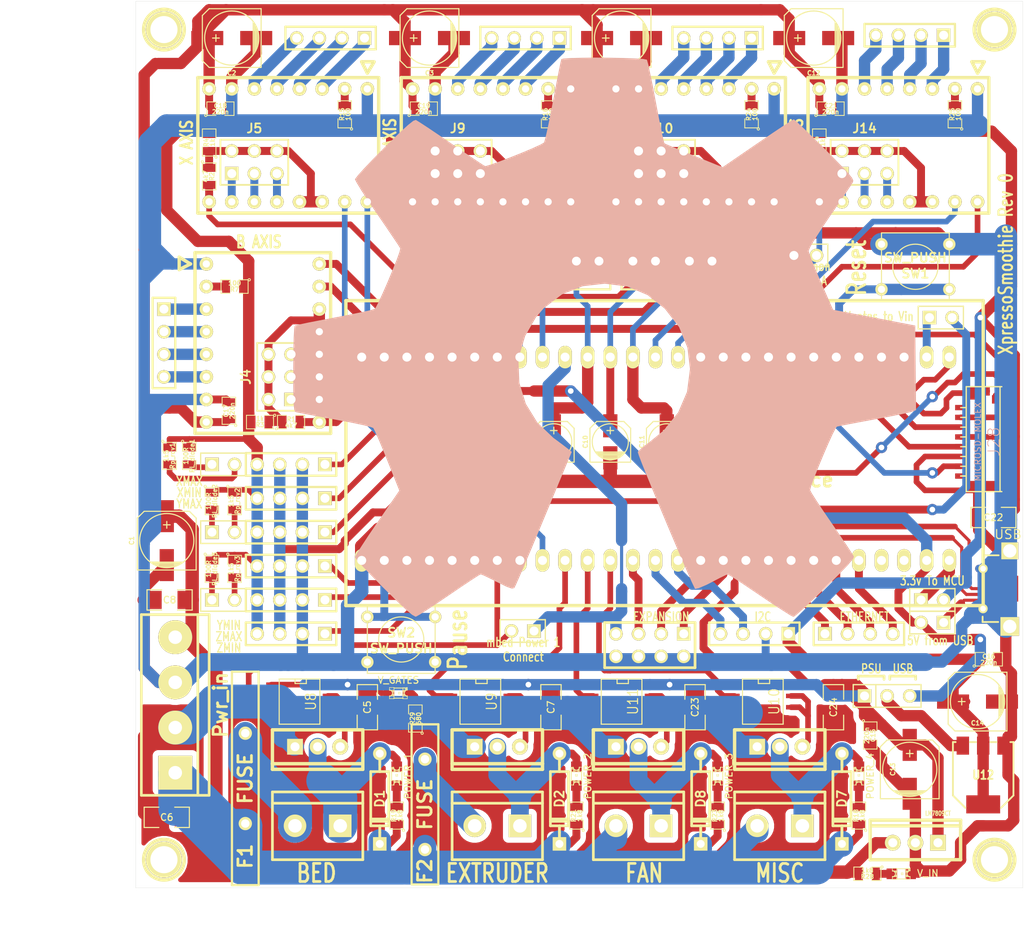
<source format=kicad_pcb>
(kicad_pcb (version 3) (host pcbnew "(2013-mar-13)-testing")
  (title_block (title XpressoSmoothie))
  (layers (15 F.Cu signal) (0 B.Cu signal) (18 B.Paste user) (19 F.Paste user) (20 B.SilkS user) (21 F.SilkS user) (22 B.Mask user) (23 F.Mask user) (28 Edge.Cuts user))
  (net 0 "")
  (net 1 +3.3VP)
  (net 2 +5V)
  (net 3 18_P0.26AOUT)
  (net 4 32_RD-)
  (net 5 33_RD+)
  (net 6 34_TD-)
  (net 7 35_TD+)
  (net 8 38_P0.4CAN)
  (net 9 39_P0.5CAN)
  (net 10 3V3IN)
  (net 11 42_P2.0PWM)
  (net 12 A-DIR)
  (net 13 A-EN)
  (net 14 A-STEP)
  (net 15 B-DIR)
  (net 16 B-EN)
  (net 17 B-STEP)
  (net 18 CS)
  (net 19 GND)
  (net 20 GNDPWR)
  (net 21 MISO)
  (net 22 MOSI)
  (net 23 N-000001)
  (net 24 N-0000010)
  (net 25 N-00000100)
  (net 26 N-00000107)
  (net 27 N-00000108)
  (net 28 N-00000109)
  (net 29 N-0000011)
  (net 30 N-00000110)
  (net 31 N-00000111)
  (net 32 N-00000112)
  (net 33 N-00000113)
  (net 34 N-00000114)
  (net 35 N-00000115)
  (net 36 N-00000116)
  (net 37 N-00000117)
  (net 38 N-00000120)
  (net 39 N-00000121)
  (net 40 N-00000126)
  (net 41 N-00000127)
  (net 42 N-00000128)
  (net 43 N-00000129)
  (net 44 N-00000131)
  (net 45 N-00000132)
  (net 46 N-00000133)
  (net 47 N-00000134)
  (net 48 N-00000135)
  (net 49 N-00000136)
  (net 50 N-00000137)
  (net 51 N-00000138)
  (net 52 N-0000014)
  (net 53 N-0000015)
  (net 54 N-0000016)
  (net 55 N-0000018)
  (net 56 N-000002)
  (net 57 N-0000020)
  (net 58 N-0000021)
  (net 59 N-0000022)
  (net 60 N-0000023)
  (net 61 N-0000024)
  (net 62 N-0000025)
  (net 63 N-0000026)
  (net 64 N-0000028)
  (net 65 N-0000029)
  (net 66 N-000003)
  (net 67 N-0000030)
  (net 68 N-0000031)
  (net 69 N-0000033)
  (net 70 N-0000034)
  (net 71 N-0000035)
  (net 72 N-0000036)
  (net 73 N-0000037)
  (net 74 N-0000039)
  (net 75 N-000004)
  (net 76 N-0000040)
  (net 77 N-0000048)
  (net 78 N-000005)
  (net 79 N-0000051)
  (net 80 N-0000052)
  (net 81 N-0000053)
  (net 82 N-000006)
  (net 83 N-000007)
  (net 84 N-0000070)
  (net 85 N-0000078)
  (net 86 N-0000079)
  (net 87 N-000008)
  (net 88 N-0000080)
  (net 89 N-0000081)
  (net 90 N-0000083)
  (net 91 N-0000084)
  (net 92 N-0000085)
  (net 93 N-0000088)
  (net 94 N-0000089)
  (net 95 N-000009)
  (net 96 N-0000090)
  (net 97 N-0000091)
  (net 98 N-0000092)
  (net 99 N-0000093)
  (net 100 N-0000094)
  (net 101 N-0000095)
  (net 102 N-0000096)
  (net 103 N-0000097)
  (net 104 N-0000098)
  (net 105 N-0000099)
  (net 106 PLAY/PAUSE)
  (net 107 POWER1)
  (net 108 POWER2)
  (net 109 POWER3)
  (net 110 POWER4)
  (net 111 RESET)
  (net 112 SCK)
  (net 113 SCL)
  (net 114 SDA)
  (net 115 SD_card_detect)
  (net 116 THERM0)
  (net 117 THERM1)
  (net 118 THERM2)
  (net 119 USB-D+)
  (net 120 USB-D-)
  (net 121 VIN)
  (net 122 Vgates)
  (net 123 Vin_Hi_curr)
  (net 124 Vin_rmot)
  (net 125 X-DIR)
  (net 126 X-EN)
  (net 127 X-STEP)
  (net 128 XMAX)
  (net 129 XMIN)
  (net 130 Y-DIR)
  (net 131 Y-STEP)
  (net 132 YMAX)
  (net 133 YMIN)
  (net 134 Z-DIR)
  (net 135 Z-EN)
  (net 136 Z-STEP)
  (net 137 ZMAX)
  (net 138 ZMIN)
  (module TO220_VERT_C (layer F.Cu) (at 92.202 137.795 270)
    (fp_text reference Q1 hide)
    (fp_text value "IRLB 8743" hide)
    (pad G thru_hole circle (at 0 -2.54 270) (size 1.778 1.778) (drill 1.016) (layers *.Cu *.Mask F.SilkS) (net 100 N-0000094))
    (pad D thru_hole circle (at 0 0 270) (size 1.778 1.778) (drill 1.016) (layers *.Cu *.Mask F.SilkS) (net 99 N-0000093))
    (pad S thru_hole rect (at 0 2.54 270) (size 1.778 1.778) (drill 1.016) (layers *.Cu *.Mask F.SilkS) (net 20 GNDPWR))
  )
  (module TO220_VERT_C (layer F.Cu) (at 112.395 137.795 270)
    (fp_text reference Q2 hide)
    (fp_text value "IRLB 8743" hide)
    (pad G thru_hole circle (at 0 -2.54 270) (size 1.778 1.778) (drill 1.016) (layers *.Cu *.Mask F.SilkS) (net 105 N-0000099))
    (pad D thru_hole circle (at 0 0 270) (size 1.778 1.778) (drill 1.016) (layers *.Cu *.Mask F.SilkS) (net 104 N-0000098))
    (pad S thru_hole rect (at 0 2.54 270) (size 1.778 1.778) (drill 1.016) (layers *.Cu *.Mask F.SilkS) (net 20 GNDPWR))
  )
  (module TO220_VERT_C (layer F.Cu) (at 128.27 137.795 270)
    (fp_text reference Q3 hide)
    (fp_text value "IRLB 8743" hide)
    (pad G thru_hole circle (at 0 -2.54 270) (size 1.778 1.778) (drill 1.016) (layers *.Cu *.Mask F.SilkS) (net 102 N-0000096))
    (pad D thru_hole circle (at 0 0 270) (size 1.778 1.778) (drill 1.016) (layers *.Cu *.Mask F.SilkS) (net 98 N-0000092))
    (pad S thru_hole rect (at 0 2.54 270) (size 1.778 1.778) (drill 1.016) (layers *.Cu *.Mask F.SilkS) (net 20 GNDPWR))
  )
  (module TO220_VERT_C (layer F.Cu) (at 144.145 137.795 270)
    (fp_text reference Q4 hide)
    (fp_text value "IRLB 8743" hide)
    (pad G thru_hole circle (at 0 -2.54 270) (size 1.778 1.778) (drill 1.016) (layers *.Cu *.Mask F.SilkS) (net 94 N-0000089))
    (pad D thru_hole circle (at 0 0 270) (size 1.778 1.778) (drill 1.016) (layers *.Cu *.Mask F.SilkS) (net 96 N-0000090))
    (pad S thru_hole rect (at 0 2.54 270) (size 1.778 1.778) (drill 1.016) (layers *.Cu *.Mask F.SilkS) (net 20 GNDPWR))
  )
  (module SW_PUSH_SMALL (layer F.Cu) (at 159.385 83.82 180)
    (fp_text reference SW1 (at 0 -0.762 180) (layer F.SilkS) (effects (font (size 1.016 1.016) (thickness 0.2032))))
    (fp_text value SW_PUSH (at 0 1.016 180) (layer F.SilkS) (effects (font (size 1.016 1.016) (thickness 0.2032))))
    (pad 1 thru_hole circle (at 3.81 -2.54 180) (size 1.397 1.397) (drill 0.8128) (layers *.Cu *.Mask F.SilkS) (net 111 RESET))
    (pad 2 thru_hole circle (at 3.81 2.54 180) (size 1.397 1.397) (drill 0.8128) (layers *.Cu *.Mask F.SilkS) (net 19 GND))
    (pad 1 thru_hole circle (at -3.81 -2.54 180) (size 1.397 1.397) (drill 0.8128) (layers *.Cu *.Mask F.SilkS) (net 111 RESET))
    (pad 2 thru_hole circle (at -3.81 2.54 180) (size 1.397 1.397) (drill 0.8128) (layers *.Cu *.Mask F.SilkS) (net 19 GND))
  )
  (module SW_PUSH_SMALL (layer F.Cu) (at 101.6 125.73)
    (fp_text reference SW2 (at 0 -0.762) (layer F.SilkS) (effects (font (size 1.016 1.016) (thickness 0.2032))))
    (fp_text value SW_PUSH (at 0 1.016) (layer F.SilkS) (effects (font (size 1.016 1.016) (thickness 0.2032))))
    (pad 1 thru_hole circle (at 3.81 -2.54) (size 1.397 1.397) (drill 0.8128) (layers *.Cu *.Mask F.SilkS) (net 106 PLAY/PAUSE))
    (pad 2 thru_hole circle (at 3.81 2.54) (size 1.397 1.397) (drill 0.8128) (layers *.Cu *.Mask F.SilkS) (net 19 GND))
    (pad 1 thru_hole circle (at -3.81 -2.54) (size 1.397 1.397) (drill 0.8128) (layers *.Cu *.Mask F.SilkS) (net 106 PLAY/PAUSE))
    (pad 2 thru_hole circle (at -3.81 2.54) (size 1.397 1.397) (drill 0.8128) (layers *.Cu *.Mask F.SilkS) (net 19 GND))
  )
  (module SM0805 (layer F.Cu) (at 148.59 73.66 270)
    (fp_text reference R13 (at 0 -0.3175 270) (layer F.SilkS) (effects (font (size 0.50038 0.50038) (thickness 0.10922))))
    (fp_text value 4k7 (at 0 0.381 270) (layer F.SilkS) (effects (font (size 0.50038 0.50038) (thickness 0.10922))))
    (pad 1 smd rect (at -0.9525 0 270) (size 0.889 1.397) (layers F.Cu F.Paste F.Mask) (net 53 N-0000015))
    (pad 2 smd rect (at 0.9525 0 270) (size 0.889 1.397) (layers F.Cu F.Paste F.Mask) (net 13 A-EN))
  )
  (module SM0805 (layer F.Cu) (at 112.395 83.5025 90)
    (fp_text reference R10 (at 0 -0.3175 90) (layer F.SilkS) (effects (font (size 0.50038 0.50038) (thickness 0.10922))))
    (fp_text value 4k7 (at 0 0.381 90) (layer F.SilkS) (effects (font (size 0.50038 0.50038) (thickness 0.10922))))
    (pad 1 smd rect (at -0.9525 0 90) (size 0.889 1.397) (layers F.Cu F.Paste F.Mask) (net 118 THERM2))
    (pad 2 smd rect (at 0.9525 0 90) (size 0.889 1.397) (layers F.Cu F.Paste F.Mask) (net 1 +3.3VP))
  )
  (module SM0805 (layer F.Cu) (at 109.5375 83.5025 90)
    (fp_text reference R11 (at 0 -0.3175 90) (layer F.SilkS) (effects (font (size 0.50038 0.50038) (thickness 0.10922))))
    (fp_text value 4k7 (at 0 0.381 90) (layer F.SilkS) (effects (font (size 0.50038 0.50038) (thickness 0.10922))))
    (pad 1 smd rect (at -0.9525 0 90) (size 0.889 1.397) (layers F.Cu F.Paste F.Mask) (net 117 THERM1))
    (pad 2 smd rect (at 0.9525 0 90) (size 0.889 1.397) (layers F.Cu F.Paste F.Mask) (net 1 +3.3VP))
  )
  (module SM0805 (layer F.Cu) (at 89.2175 101.2825)
    (fp_text reference R1 (at 0 -0.3175) (layer F.SilkS) (effects (font (size 0.50038 0.50038) (thickness 0.10922))))
    (fp_text value 4k7 (at 0 0.381) (layer F.SilkS) (effects (font (size 0.50038 0.50038) (thickness 0.10922))))
    (pad 1 smd rect (at -0.9525 0) (size 0.889 1.397) (layers F.Cu F.Paste F.Mask) (net 39 N-00000121))
    (pad 2 smd rect (at 0.9525 0) (size 0.889 1.397) (layers F.Cu F.Paste F.Mask) (net 16 B-EN))
  )
  (module SM0805 (layer F.Cu) (at 106.68 83.5025 90)
    (fp_text reference R12 (at 0 -0.3175 90) (layer F.SilkS) (effects (font (size 0.50038 0.50038) (thickness 0.10922))))
    (fp_text value 4k7 (at 0 0.381 90) (layer F.SilkS) (effects (font (size 0.50038 0.50038) (thickness 0.10922))))
    (pad 1 smd rect (at -0.9525 0 90) (size 0.889 1.397) (layers F.Cu F.Paste F.Mask) (net 116 THERM0))
    (pad 2 smd rect (at 0.9525 0 90) (size 0.889 1.397) (layers F.Cu F.Paste F.Mask) (net 1 +3.3VP))
  )
  (module SM0805 (layer F.Cu) (at 149.86 66.04)
    (fp_text reference C21 (at 0 -0.3175) (layer F.SilkS) (effects (font (size 0.50038 0.50038) (thickness 0.10922))))
    (fp_text value 220n (at 0 0.381) (layer F.SilkS) (effects (font (size 0.50038 0.50038) (thickness 0.10922))))
    (pad 1 smd rect (at -0.9525 0) (size 0.889 1.397) (layers F.Cu F.Paste F.Mask) (net 124 Vin_rmot))
    (pad 2 smd rect (at 0.9525 0) (size 0.889 1.397) (layers F.Cu F.Paste F.Mask) (net 19 GND))
  )
  (module SM0805 (layer F.Cu) (at 137.16 145.542 90)
    (fp_text reference R23 (at 0 -0.3175 90) (layer F.SilkS) (effects (font (size 0.50038 0.50038) (thickness 0.10922))))
    (fp_text value 1k8 (at 0 0.381 90) (layer F.SilkS) (effects (font (size 0.50038 0.50038) (thickness 0.10922))))
    (pad 1 smd rect (at -0.9525 0 90) (size 0.889 1.397) (layers F.Cu F.Paste F.Mask) (net 123 Vin_Hi_curr))
    (pad 2 smd rect (at 0.9525 0 90) (size 0.889 1.397) (layers F.Cu F.Paste F.Mask) (net 103 N-0000097))
  )
  (module SM0805 (layer F.Cu) (at 85.725 101.2825 180)
    (fp_text reference R3 (at 0 -0.3175 180) (layer F.SilkS) (effects (font (size 0.50038 0.50038) (thickness 0.10922))))
    (fp_text value 1k (at 0 0.381 180) (layer F.SilkS) (effects (font (size 0.50038 0.50038) (thickness 0.10922))))
    (pad 1 smd rect (at -0.9525 0 180) (size 0.889 1.397) (layers F.Cu F.Paste F.Mask) (net 39 N-00000121))
    (pad 2 smd rect (at 0.9525 0 180) (size 0.889 1.397) (layers F.Cu F.Paste F.Mask) (net 1 +3.3VP))
  )
  (module SM0805 (layer F.Cu) (at 127 66.04)
    (fp_text reference C20 (at 0 -0.3175) (layer F.SilkS) (effects (font (size 0.50038 0.50038) (thickness 0.10922))))
    (fp_text value 220n (at 0 0.381) (layer F.SilkS) (effects (font (size 0.50038 0.50038) (thickness 0.10922))))
    (pad 1 smd rect (at -0.9525 0) (size 0.889 1.397) (layers F.Cu F.Paste F.Mask) (net 124 Vin_rmot))
    (pad 2 smd rect (at 0.9525 0) (size 0.889 1.397) (layers F.Cu F.Paste F.Mask) (net 19 GND))
  )
  (module SM0805 (layer F.Cu) (at 121.285 145.542 90)
    (fp_text reference R21 (at 0 -0.3175 90) (layer F.SilkS) (effects (font (size 0.50038 0.50038) (thickness 0.10922))))
    (fp_text value 1k8 (at 0 0.381 90) (layer F.SilkS) (effects (font (size 0.50038 0.50038) (thickness 0.10922))))
    (pad 1 smd rect (at -0.9525 0 90) (size 0.889 1.397) (layers F.Cu F.Paste F.Mask) (net 123 Vin_Hi_curr))
    (pad 2 smd rect (at 0.9525 0 90) (size 0.889 1.397) (layers F.Cu F.Paste F.Mask) (net 25 N-00000100))
  )
  (module SM0805 (layer F.Cu) (at 101.092 145.542 90)
    (fp_text reference R19 (at 0 -0.3175 90) (layer F.SilkS) (effects (font (size 0.50038 0.50038) (thickness 0.10922))))
    (fp_text value 1k8 (at 0 0.381 90) (layer F.SilkS) (effects (font (size 0.50038 0.50038) (thickness 0.10922))))
    (pad 1 smd rect (at -0.9525 0 90) (size 0.889 1.397) (layers F.Cu F.Paste F.Mask) (net 123 Vin_Hi_curr))
    (pad 2 smd rect (at 0.9525 0 90) (size 0.889 1.397) (layers F.Cu F.Paste F.Mask) (net 101 N-0000095))
  )
  (module SM0805 (layer F.Cu) (at 125.73 73.66 270)
    (fp_text reference R6 (at 0 -0.3175 270) (layer F.SilkS) (effects (font (size 0.50038 0.50038) (thickness 0.10922))))
    (fp_text value 4k7 (at 0 0.381 270) (layer F.SilkS) (effects (font (size 0.50038 0.50038) (thickness 0.10922))))
    (pad 1 smd rect (at -0.9525 0 270) (size 0.889 1.397) (layers F.Cu F.Paste F.Mask) (net 29 N-0000011))
    (pad 2 smd rect (at 0.9525 0 270) (size 0.889 1.397) (layers F.Cu F.Paste F.Mask) (net 135 Z-EN))
  )
  (module SM0805 (layer F.Cu) (at 125.73 69.85 90)
    (fp_text reference R9 (at 0 -0.3175 90) (layer F.SilkS) (effects (font (size 0.50038 0.50038) (thickness 0.10922))))
    (fp_text value 1k (at 0 0.381 90) (layer F.SilkS) (effects (font (size 0.50038 0.50038) (thickness 0.10922))))
    (pad 1 smd rect (at -0.9525 0 90) (size 0.889 1.397) (layers F.Cu F.Paste F.Mask) (net 29 N-0000011))
    (pad 2 smd rect (at 0.9525 0 90) (size 0.889 1.397) (layers F.Cu F.Paste F.Mask) (net 1 +3.3VP))
  )
  (module SM0805 (layer F.Cu) (at 81.28 66.04)
    (fp_text reference C18 (at 0 -0.3175) (layer F.SilkS) (effects (font (size 0.50038 0.50038) (thickness 0.10922))))
    (fp_text value 220n (at 0 0.381) (layer F.SilkS) (effects (font (size 0.50038 0.50038) (thickness 0.10922))))
    (pad 1 smd rect (at -0.9525 0) (size 0.889 1.397) (layers F.Cu F.Paste F.Mask) (net 124 Vin_rmot))
    (pad 2 smd rect (at 0.9525 0) (size 0.889 1.397) (layers F.Cu F.Paste F.Mask) (net 19 GND))
  )
  (module SM0805 (layer F.Cu) (at 148.59 69.85 90)
    (fp_text reference R14 (at 0 -0.3175 90) (layer F.SilkS) (effects (font (size 0.50038 0.50038) (thickness 0.10922))))
    (fp_text value 1k (at 0 0.381 90) (layer F.SilkS) (effects (font (size 0.50038 0.50038) (thickness 0.10922))))
    (pad 1 smd rect (at -0.9525 0 90) (size 0.889 1.397) (layers F.Cu F.Paste F.Mask) (net 53 N-0000015))
    (pad 2 smd rect (at 0.9525 0 90) (size 0.889 1.397) (layers F.Cu F.Paste F.Mask) (net 1 +3.3VP))
  )
  (module SM0805 (layer F.Cu) (at 102.87 69.85 90)
    (fp_text reference R8 (at 0 -0.3175 90) (layer F.SilkS) (effects (font (size 0.50038 0.50038) (thickness 0.10922))))
    (fp_text value 1k (at 0 0.381 90) (layer F.SilkS) (effects (font (size 0.50038 0.50038) (thickness 0.10922))))
    (pad 1 smd rect (at -0.9525 0 90) (size 0.889 1.397) (layers F.Cu F.Paste F.Mask) (net 76 N-0000040))
    (pad 2 smd rect (at 0.9525 0 90) (size 0.889 1.397) (layers F.Cu F.Paste F.Mask) (net 1 +3.3VP))
  )
  (module SM0805 (layer F.Cu) (at 153.035 145.542 90)
    (fp_text reference R18 (at 0 -0.3175 90) (layer F.SilkS) (effects (font (size 0.50038 0.50038) (thickness 0.10922))))
    (fp_text value 1k8 (at 0 0.381 90) (layer F.SilkS) (effects (font (size 0.50038 0.50038) (thickness 0.10922))))
    (pad 1 smd rect (at -0.9525 0 90) (size 0.889 1.397) (layers F.Cu F.Paste F.Mask) (net 123 Vin_Hi_curr))
    (pad 2 smd rect (at 0.9525 0 90) (size 0.889 1.397) (layers F.Cu F.Paste F.Mask) (net 97 N-0000091))
  )
  (module SM0805 (layer F.Cu) (at 167.64 127.9525)
    (fp_text reference C16 (at 0 -0.3175) (layer F.SilkS) (effects (font (size 0.50038 0.50038) (thickness 0.10922))))
    (fp_text value 220n (at 0 0.381) (layer F.SilkS) (effects (font (size 0.50038 0.50038) (thickness 0.10922))))
    (pad 1 smd rect (at -0.9525 0) (size 0.889 1.397) (layers F.Cu F.Paste F.Mask) (net 1 +3.3VP))
    (pad 2 smd rect (at 0.9525 0) (size 0.889 1.397) (layers F.Cu F.Paste F.Mask) (net 19 GND))
  )
  (module SM0805 (layer F.Cu) (at 154.305 136.525 270)
    (fp_text reference C15 (at 0 -0.3175 270) (layer F.SilkS) (effects (font (size 0.50038 0.50038) (thickness 0.10922))))
    (fp_text value 220n (at 0 0.381 270) (layer F.SilkS) (effects (font (size 0.50038 0.50038) (thickness 0.10922))))
    (pad 1 smd rect (at -0.9525 0 270) (size 0.889 1.397) (layers F.Cu F.Paste F.Mask) (net 122 Vgates))
    (pad 2 smd rect (at 0.9525 0 270) (size 0.889 1.397) (layers F.Cu F.Paste F.Mask) (net 19 GND))
  )
  (module SM0805 (layer F.Cu) (at 80.01 73.66 270)
    (fp_text reference R2 (at 0 -0.3175 270) (layer F.SilkS) (effects (font (size 0.50038 0.50038) (thickness 0.10922))))
    (fp_text value 4k7 (at 0 0.381 270) (layer F.SilkS) (effects (font (size 0.50038 0.50038) (thickness 0.10922))))
    (pad 1 smd rect (at -0.9525 0 270) (size 0.889 1.397) (layers F.Cu F.Paste F.Mask) (net 55 N-0000018))
    (pad 2 smd rect (at 0.9525 0 270) (size 0.889 1.397) (layers F.Cu F.Paste F.Mask) (net 126 X-EN))
  )
  (module SM0805 (layer F.Cu) (at 102.87 73.66 270)
    (fp_text reference R5 (at 0 -0.3175 270) (layer F.SilkS) (effects (font (size 0.50038 0.50038) (thickness 0.10922))))
    (fp_text value 4k7 (at 0 0.381 270) (layer F.SilkS) (effects (font (size 0.50038 0.50038) (thickness 0.10922))))
    (pad 1 smd rect (at -0.9525 0 270) (size 0.889 1.397) (layers F.Cu F.Paste F.Mask) (net 76 N-0000040))
    (pad 2 smd rect (at 0.9525 0 270) (size 0.889 1.397) (layers F.Cu F.Paste F.Mask) (net 126 X-EN))
  )
  (module SM0805 (layer F.Cu) (at 82.2325 100.0125 90)
    (fp_text reference C17 (at 0 -0.3175 90) (layer F.SilkS) (effects (font (size 0.50038 0.50038) (thickness 0.10922))))
    (fp_text value 220n (at 0 0.381 90) (layer F.SilkS) (effects (font (size 0.50038 0.50038) (thickness 0.10922))))
    (pad 1 smd rect (at -0.9525 0 90) (size 0.889 1.397) (layers F.Cu F.Paste F.Mask) (net 124 Vin_rmot))
    (pad 2 smd rect (at 0.9525 0 90) (size 0.889 1.397) (layers F.Cu F.Paste F.Mask) (net 19 GND))
  )
  (module SM0805 (layer F.Cu) (at 104.14 66.04)
    (fp_text reference C19 (at 0 -0.3175) (layer F.SilkS) (effects (font (size 0.50038 0.50038) (thickness 0.10922))))
    (fp_text value 220n (at 0 0.381) (layer F.SilkS) (effects (font (size 0.50038 0.50038) (thickness 0.10922))))
    (pad 1 smd rect (at -0.9525 0) (size 0.889 1.397) (layers F.Cu F.Paste F.Mask) (net 124 Vin_rmot))
    (pad 2 smd rect (at 0.9525 0) (size 0.889 1.397) (layers F.Cu F.Paste F.Mask) (net 19 GND))
  )
  (module SM0805 (layer F.Cu) (at 80.01 69.85 90)
    (fp_text reference R4 (at 0 -0.3175 90) (layer F.SilkS) (effects (font (size 0.50038 0.50038) (thickness 0.10922))))
    (fp_text value 1k (at 0 0.381 90) (layer F.SilkS) (effects (font (size 0.50038 0.50038) (thickness 0.10922))))
    (pad 1 smd rect (at -0.9525 0 90) (size 0.889 1.397) (layers F.Cu F.Paste F.Mask) (net 55 N-0000018))
    (pad 2 smd rect (at 0.9525 0 90) (size 0.889 1.397) (layers F.Cu F.Paste F.Mask) (net 1 +3.3VP))
  )
  (module POLOLU (layer F.Cu) (at 88.9 63.8175 180)
    (fp_text reference U2 hide)
    (fp_text value POLOLU_A4988 hide)
    (pad 1 thru_hole circle (at -8.89 0 180) (size 1.524 1.524) (drill 0.8128) (layers *.Cu *.Mask F.SilkS) (net 19 GND))
    (pad 2 thru_hole circle (at -6.35 0 180) (size 1.524 1.524) (drill 0.8128) (layers *.Cu *.Mask F.SilkS) (net 32 N-00000112))
    (pad 3 thru_hole circle (at -3.81 0 180) (size 1.524 1.524) (drill 0.8128) (layers *.Cu *.Mask F.SilkS) (net 60 N-0000023))
    (pad 4 thru_hole circle (at -1.27 0 180) (size 1.524 1.524) (drill 0.8128) (layers *.Cu *.Mask F.SilkS) (net 61 N-0000024))
    (pad 5 thru_hole circle (at 1.27 0 180) (size 1.524 1.524) (drill 0.8128) (layers *.Cu *.Mask F.SilkS) (net 62 N-0000025))
    (pad 6 thru_hole circle (at 3.81 0 180) (size 1.524 1.524) (drill 0.8128) (layers *.Cu *.Mask F.SilkS) (net 59 N-0000022))
    (pad 7 thru_hole circle (at 6.35 0 180) (size 1.524 1.524) (drill 0.8128) (layers *.Cu *.Mask F.SilkS) (net 19 GND))
    (pad 8 thru_hole circle (at 8.89 0 180) (size 1.524 1.524) (drill 0.8128) (layers *.Cu *.Mask F.SilkS) (net 124 Vin_rmot))
    (pad 9 thru_hole circle (at 8.89 -12.7 180) (size 1.524 1.524) (drill 0.8128) (layers *.Cu *.Mask F.SilkS) (net 126 X-EN))
    (pad 10 thru_hole circle (at 6.35 -12.7 180) (size 1.524 1.524) (drill 0.8128) (layers *.Cu *.Mask F.SilkS) (net 58 N-0000021))
    (pad 11 thru_hole circle (at 3.81 -12.7 180) (size 1.524 1.524) (drill 0.8128) (layers *.Cu *.Mask F.SilkS) (net 63 N-0000026))
    (pad 12 thru_hole circle (at 1.27 -12.7 180) (size 1.524 1.524) (drill 0.8128) (layers *.Cu *.Mask F.SilkS) (net 57 N-0000020))
    (pad 13 thru_hole circle (at -1.27 -12.7 180) (size 1.524 1.524) (drill 0.8128) (layers *.Cu *.Mask F.SilkS) (net 55 N-0000018))
    (pad 14 thru_hole circle (at -3.81 -12.7 180) (size 1.524 1.524) (drill 0.8128) (layers *.Cu *.Mask F.SilkS) (net 55 N-0000018))
    (pad 15 thru_hole circle (at -6.35 -12.7 180) (size 1.524 1.524) (drill 0.8128) (layers *.Cu *.Mask F.SilkS) (net 127 X-STEP))
    (pad 16 thru_hole circle (at -8.89 -12.7 180) (size 1.524 1.524) (drill 0.8128) (layers *.Cu *.Mask F.SilkS) (net 125 X-DIR))
  )
  (module POLOLU (layer F.Cu) (at 134.62 63.8175 180)
    (fp_text reference U4 hide)
    (fp_text value POLOLU_A4988 hide)
    (pad 1 thru_hole circle (at -8.89 0 180) (size 1.524 1.524) (drill 0.8128) (layers *.Cu *.Mask F.SilkS) (net 19 GND))
    (pad 2 thru_hole circle (at -6.35 0 180) (size 1.524 1.524) (drill 0.8128) (layers *.Cu *.Mask F.SilkS) (net 34 N-00000114))
    (pad 3 thru_hole circle (at -3.81 0 180) (size 1.524 1.524) (drill 0.8128) (layers *.Cu *.Mask F.SilkS) (net 54 N-0000016))
    (pad 4 thru_hole circle (at -1.27 0 180) (size 1.524 1.524) (drill 0.8128) (layers *.Cu *.Mask F.SilkS) (net 87 N-000008))
    (pad 5 thru_hole circle (at 1.27 0 180) (size 1.524 1.524) (drill 0.8128) (layers *.Cu *.Mask F.SilkS) (net 95 N-000009))
    (pad 6 thru_hole circle (at 3.81 0 180) (size 1.524 1.524) (drill 0.8128) (layers *.Cu *.Mask F.SilkS) (net 67 N-0000030))
    (pad 7 thru_hole circle (at 6.35 0 180) (size 1.524 1.524) (drill 0.8128) (layers *.Cu *.Mask F.SilkS) (net 19 GND))
    (pad 8 thru_hole circle (at 8.89 0 180) (size 1.524 1.524) (drill 0.8128) (layers *.Cu *.Mask F.SilkS) (net 124 Vin_rmot))
    (pad 9 thru_hole circle (at 8.89 -12.7 180) (size 1.524 1.524) (drill 0.8128) (layers *.Cu *.Mask F.SilkS) (net 135 Z-EN))
    (pad 10 thru_hole circle (at 6.35 -12.7 180) (size 1.524 1.524) (drill 0.8128) (layers *.Cu *.Mask F.SilkS) (net 65 N-0000029))
    (pad 11 thru_hole circle (at 3.81 -12.7 180) (size 1.524 1.524) (drill 0.8128) (layers *.Cu *.Mask F.SilkS) (net 24 N-0000010))
    (pad 12 thru_hole circle (at 1.27 -12.7 180) (size 1.524 1.524) (drill 0.8128) (layers *.Cu *.Mask F.SilkS) (net 64 N-0000028))
    (pad 13 thru_hole circle (at -1.27 -12.7 180) (size 1.524 1.524) (drill 0.8128) (layers *.Cu *.Mask F.SilkS) (net 29 N-0000011))
    (pad 14 thru_hole circle (at -3.81 -12.7 180) (size 1.524 1.524) (drill 0.8128) (layers *.Cu *.Mask F.SilkS) (net 29 N-0000011))
    (pad 15 thru_hole circle (at -6.35 -12.7 180) (size 1.524 1.524) (drill 0.8128) (layers *.Cu *.Mask F.SilkS) (net 136 Z-STEP))
    (pad 16 thru_hole circle (at -8.89 -12.7 180) (size 1.524 1.524) (drill 0.8128) (layers *.Cu *.Mask F.SilkS) (net 134 Z-DIR))
  )
  (module POLOLU (layer F.Cu) (at 157.48 63.8175 180)
    (fp_text reference U5 hide)
    (fp_text value POLOLU_A4988 hide)
    (pad 1 thru_hole circle (at -8.89 0 180) (size 1.524 1.524) (drill 0.8128) (layers *.Cu *.Mask F.SilkS) (net 19 GND))
    (pad 2 thru_hole circle (at -6.35 0 180) (size 1.524 1.524) (drill 0.8128) (layers *.Cu *.Mask F.SilkS) (net 35 N-00000115))
    (pad 3 thru_hole circle (at -3.81 0 180) (size 1.524 1.524) (drill 0.8128) (layers *.Cu *.Mask F.SilkS) (net 75 N-000004))
    (pad 4 thru_hole circle (at -1.27 0 180) (size 1.524 1.524) (drill 0.8128) (layers *.Cu *.Mask F.SilkS) (net 78 N-000005))
    (pad 5 thru_hole circle (at 1.27 0 180) (size 1.524 1.524) (drill 0.8128) (layers *.Cu *.Mask F.SilkS) (net 82 N-000006))
    (pad 6 thru_hole circle (at 3.81 0 180) (size 1.524 1.524) (drill 0.8128) (layers *.Cu *.Mask F.SilkS) (net 23 N-000001))
    (pad 7 thru_hole circle (at 6.35 0 180) (size 1.524 1.524) (drill 0.8128) (layers *.Cu *.Mask F.SilkS) (net 19 GND))
    (pad 8 thru_hole circle (at 8.89 0 180) (size 1.524 1.524) (drill 0.8128) (layers *.Cu *.Mask F.SilkS) (net 124 Vin_rmot))
    (pad 9 thru_hole circle (at 8.89 -12.7 180) (size 1.524 1.524) (drill 0.8128) (layers *.Cu *.Mask F.SilkS) (net 13 A-EN))
    (pad 10 thru_hole circle (at 6.35 -12.7 180) (size 1.524 1.524) (drill 0.8128) (layers *.Cu *.Mask F.SilkS) (net 66 N-000003))
    (pad 11 thru_hole circle (at 3.81 -12.7 180) (size 1.524 1.524) (drill 0.8128) (layers *.Cu *.Mask F.SilkS) (net 83 N-000007))
    (pad 12 thru_hole circle (at 1.27 -12.7 180) (size 1.524 1.524) (drill 0.8128) (layers *.Cu *.Mask F.SilkS) (net 56 N-000002))
    (pad 13 thru_hole circle (at -1.27 -12.7 180) (size 1.524 1.524) (drill 0.8128) (layers *.Cu *.Mask F.SilkS) (net 53 N-0000015))
    (pad 14 thru_hole circle (at -3.81 -12.7 180) (size 1.524 1.524) (drill 0.8128) (layers *.Cu *.Mask F.SilkS) (net 53 N-0000015))
    (pad 15 thru_hole circle (at -6.35 -12.7 180) (size 1.524 1.524) (drill 0.8128) (layers *.Cu *.Mask F.SilkS) (net 14 A-STEP))
    (pad 16 thru_hole circle (at -8.89 -12.7 180) (size 1.524 1.524) (drill 0.8128) (layers *.Cu *.Mask F.SilkS) (net 12 A-DIR))
  )
  (module POLOLU (layer F.Cu) (at 79.6925 92.3925 270)
    (fp_text reference U1 hide)
    (fp_text value POLOLU_A4988 hide)
    (pad 1 thru_hole circle (at -8.89 0 270) (size 1.524 1.524) (drill 0.8128) (layers *.Cu *.Mask F.SilkS) (net 19 GND))
    (pad 2 thru_hole circle (at -6.35 0 270) (size 1.524 1.524) (drill 0.8128) (layers *.Cu *.Mask F.SilkS) (net 37 N-00000117))
    (pad 3 thru_hole circle (at -3.81 0 270) (size 1.524 1.524) (drill 0.8128) (layers *.Cu *.Mask F.SilkS) (net 30 N-00000110))
    (pad 4 thru_hole circle (at -1.27 0 270) (size 1.524 1.524) (drill 0.8128) (layers *.Cu *.Mask F.SilkS) (net 31 N-00000111))
    (pad 5 thru_hole circle (at 1.27 0 270) (size 1.524 1.524) (drill 0.8128) (layers *.Cu *.Mask F.SilkS) (net 36 N-00000116))
    (pad 6 thru_hole circle (at 3.81 0 270) (size 1.524 1.524) (drill 0.8128) (layers *.Cu *.Mask F.SilkS) (net 28 N-00000109))
    (pad 7 thru_hole circle (at 6.35 0 270) (size 1.524 1.524) (drill 0.8128) (layers *.Cu *.Mask F.SilkS) (net 19 GND))
    (pad 8 thru_hole circle (at 8.89 0 270) (size 1.524 1.524) (drill 0.8128) (layers *.Cu *.Mask F.SilkS) (net 124 Vin_rmot))
    (pad 9 thru_hole circle (at 8.89 -12.7 270) (size 1.524 1.524) (drill 0.8128) (layers *.Cu *.Mask F.SilkS) (net 16 B-EN))
    (pad 10 thru_hole circle (at 6.35 -12.7 270) (size 1.524 1.524) (drill 0.8128) (layers *.Cu *.Mask F.SilkS) (net 27 N-00000108))
    (pad 11 thru_hole circle (at 3.81 -12.7 270) (size 1.524 1.524) (drill 0.8128) (layers *.Cu *.Mask F.SilkS) (net 38 N-00000120))
    (pad 12 thru_hole circle (at 1.27 -12.7 270) (size 1.524 1.524) (drill 0.8128) (layers *.Cu *.Mask F.SilkS) (net 26 N-00000107))
    (pad 13 thru_hole circle (at -1.27 -12.7 270) (size 1.524 1.524) (drill 0.8128) (layers *.Cu *.Mask F.SilkS) (net 39 N-00000121))
    (pad 14 thru_hole circle (at -3.81 -12.7 270) (size 1.524 1.524) (drill 0.8128) (layers *.Cu *.Mask F.SilkS) (net 39 N-00000121))
    (pad 15 thru_hole circle (at -6.35 -12.7 270) (size 1.524 1.524) (drill 0.8128) (layers *.Cu *.Mask F.SilkS) (net 17 B-STEP))
    (pad 16 thru_hole circle (at -8.89 -12.7 270) (size 1.524 1.524) (drill 0.8128) (layers *.Cu *.Mask F.SilkS) (net 15 B-DIR))
  )
  (module POLOLU (layer F.Cu) (at 111.76 63.8175 180)
    (fp_text reference U3 hide)
    (fp_text value POLOLU_A4988 hide)
    (pad 1 thru_hole circle (at -8.89 0 180) (size 1.524 1.524) (drill 0.8128) (layers *.Cu *.Mask F.SilkS) (net 19 GND))
    (pad 2 thru_hole circle (at -6.35 0 180) (size 1.524 1.524) (drill 0.8128) (layers *.Cu *.Mask F.SilkS) (net 33 N-00000113))
    (pad 3 thru_hole circle (at -3.81 0 180) (size 1.524 1.524) (drill 0.8128) (layers *.Cu *.Mask F.SilkS) (net 72 N-0000036))
    (pad 4 thru_hole circle (at -1.27 0 180) (size 1.524 1.524) (drill 0.8128) (layers *.Cu *.Mask F.SilkS) (net 73 N-0000037))
    (pad 5 thru_hole circle (at 1.27 0 180) (size 1.524 1.524) (drill 0.8128) (layers *.Cu *.Mask F.SilkS) (net 68 N-0000031))
    (pad 6 thru_hole circle (at 3.81 0 180) (size 1.524 1.524) (drill 0.8128) (layers *.Cu *.Mask F.SilkS) (net 71 N-0000035))
    (pad 7 thru_hole circle (at 6.35 0 180) (size 1.524 1.524) (drill 0.8128) (layers *.Cu *.Mask F.SilkS) (net 19 GND))
    (pad 8 thru_hole circle (at 8.89 0 180) (size 1.524 1.524) (drill 0.8128) (layers *.Cu *.Mask F.SilkS) (net 124 Vin_rmot))
    (pad 9 thru_hole circle (at 8.89 -12.7 180) (size 1.524 1.524) (drill 0.8128) (layers *.Cu *.Mask F.SilkS) (net 126 X-EN))
    (pad 10 thru_hole circle (at 6.35 -12.7 180) (size 1.524 1.524) (drill 0.8128) (layers *.Cu *.Mask F.SilkS) (net 70 N-0000034))
    (pad 11 thru_hole circle (at 3.81 -12.7 180) (size 1.524 1.524) (drill 0.8128) (layers *.Cu *.Mask F.SilkS) (net 74 N-0000039))
    (pad 12 thru_hole circle (at 1.27 -12.7 180) (size 1.524 1.524) (drill 0.8128) (layers *.Cu *.Mask F.SilkS) (net 69 N-0000033))
    (pad 13 thru_hole circle (at -1.27 -12.7 180) (size 1.524 1.524) (drill 0.8128) (layers *.Cu *.Mask F.SilkS) (net 76 N-0000040))
    (pad 14 thru_hole circle (at -3.81 -12.7 180) (size 1.524 1.524) (drill 0.8128) (layers *.Cu *.Mask F.SilkS) (net 76 N-0000040))
    (pad 15 thru_hole circle (at -6.35 -12.7 180) (size 1.524 1.524) (drill 0.8128) (layers *.Cu *.Mask F.SilkS) (net 131 Y-STEP))
    (pad 16 thru_hole circle (at -8.89 -12.7 180) (size 1.524 1.524) (drill 0.8128) (layers *.Cu *.Mask F.SilkS) (net 130 Y-DIR))
  )
  (module PIN_ARRAY_4x1 (layer F.Cu) (at 158.75 57.785 180)
    (fp_text reference J12 hide)
    (fp_text value HEADER_4 hide)
    (pad 1 thru_hole rect (at -3.81 0 180) (size 1.524 1.524) (drill 1.016) (layers *.Cu *.Mask F.SilkS) (net 75 N-000004))
    (pad 2 thru_hole circle (at -1.27 0 180) (size 1.524 1.524) (drill 1.016) (layers *.Cu *.Mask F.SilkS) (net 78 N-000005))
    (pad 3 thru_hole circle (at 1.27 0 180) (size 1.524 1.524) (drill 1.016) (layers *.Cu *.Mask F.SilkS) (net 82 N-000006))
    (pad 4 thru_hole circle (at 3.81 0 180) (size 1.524 1.524) (drill 1.016) (layers *.Cu *.Mask F.SilkS) (net 23 N-000001))
  )
  (module PIN_ARRAY_4x1 (layer F.Cu) (at 74.93 92.3925 270)
    (fp_text reference J1 hide)
    (fp_text value HEADER_4 hide)
    (pad 1 thru_hole rect (at -3.81 0 270) (size 1.524 1.524) (drill 1.016) (layers *.Cu *.Mask F.SilkS) (net 30 N-00000110))
    (pad 2 thru_hole circle (at -1.27 0 270) (size 1.524 1.524) (drill 1.016) (layers *.Cu *.Mask F.SilkS) (net 31 N-00000111))
    (pad 3 thru_hole circle (at 1.27 0 270) (size 1.524 1.524) (drill 1.016) (layers *.Cu *.Mask F.SilkS) (net 36 N-00000116))
    (pad 4 thru_hole circle (at 3.81 0 270) (size 1.524 1.524) (drill 1.016) (layers *.Cu *.Mask F.SilkS) (net 28 N-00000109))
  )
  (module PIN_ARRAY_4x1 (layer F.Cu) (at 115.57 58.1025 180)
    (fp_text reference J7 hide)
    (fp_text value HEADER_4 hide)
    (pad 1 thru_hole rect (at -3.81 0 180) (size 1.524 1.524) (drill 1.016) (layers *.Cu *.Mask F.SilkS) (net 72 N-0000036))
    (pad 2 thru_hole circle (at -1.27 0 180) (size 1.524 1.524) (drill 1.016) (layers *.Cu *.Mask F.SilkS) (net 73 N-0000037))
    (pad 3 thru_hole circle (at 1.27 0 180) (size 1.524 1.524) (drill 1.016) (layers *.Cu *.Mask F.SilkS) (net 68 N-0000031))
    (pad 4 thru_hole circle (at 3.81 0 180) (size 1.524 1.524) (drill 1.016) (layers *.Cu *.Mask F.SilkS) (net 71 N-0000035))
  )
  (module PIN_ARRAY_4x1 (layer F.Cu) (at 141.2875 125.095 180)
    (fp_text reference J15 hide)
    (fp_text value HEADER_4 hide)
    (pad 1 thru_hole rect (at -3.81 0 180) (size 1.524 1.524) (drill 1.016) (layers *.Cu *.Mask F.SilkS) (net 1 +3.3VP))
    (pad 2 thru_hole circle (at -1.27 0 180) (size 1.524 1.524) (drill 1.016) (layers *.Cu *.Mask F.SilkS) (net 19 GND))
    (pad 3 thru_hole circle (at 1.27 0 180) (size 1.524 1.524) (drill 1.016) (layers *.Cu *.Mask F.SilkS) (net 114 SDA))
    (pad 4 thru_hole circle (at 3.81 0 180) (size 1.524 1.524) (drill 1.016) (layers *.Cu *.Mask F.SilkS) (net 113 SCL))
  )
  (module PIN_ARRAY_4x1 (layer F.Cu) (at 137.16 58.1025 180)
    (fp_text reference J8 hide)
    (fp_text value HEADER_4 hide)
    (pad 1 thru_hole rect (at -3.81 0 180) (size 1.524 1.524) (drill 1.016) (layers *.Cu *.Mask F.SilkS) (net 54 N-0000016))
    (pad 2 thru_hole circle (at -1.27 0 180) (size 1.524 1.524) (drill 1.016) (layers *.Cu *.Mask F.SilkS) (net 87 N-000008))
    (pad 3 thru_hole circle (at 1.27 0 180) (size 1.524 1.524) (drill 1.016) (layers *.Cu *.Mask F.SilkS) (net 95 N-000009))
    (pad 4 thru_hole circle (at 3.81 0 180) (size 1.524 1.524) (drill 1.016) (layers *.Cu *.Mask F.SilkS) (net 67 N-0000030))
  )
  (module PIN_ARRAY_4x1 (layer F.Cu) (at 93.6625 58.1025 180)
    (fp_text reference J2 hide)
    (fp_text value HEADER_4 hide)
    (pad 1 thru_hole rect (at -3.81 0 180) (size 1.524 1.524) (drill 1.016) (layers *.Cu *.Mask F.SilkS) (net 60 N-0000023))
    (pad 2 thru_hole circle (at -1.27 0 180) (size 1.524 1.524) (drill 1.016) (layers *.Cu *.Mask F.SilkS) (net 61 N-0000024))
    (pad 3 thru_hole circle (at 1.27 0 180) (size 1.524 1.524) (drill 1.016) (layers *.Cu *.Mask F.SilkS) (net 62 N-0000025))
    (pad 4 thru_hole circle (at 3.81 0 180) (size 1.524 1.524) (drill 1.016) (layers *.Cu *.Mask F.SilkS) (net 59 N-0000022))
  )
  (module pin_array_3x2 (layer F.Cu) (at 107.95 72.0725)
    (fp_text reference J9 (at 0 -3.81) (layer F.SilkS) (effects (font (size 1.016 1.016) (thickness 0.2032))))
    (fp_text value HEADER_3X2 hide)
    (pad 1 thru_hole rect (at -2.54 1.27) (size 1.524 1.524) (drill 1.016) (layers *.Cu *.Mask F.SilkS) (net 70 N-0000034))
    (pad 2 thru_hole circle (at -2.54 -1.27) (size 1.524 1.524) (drill 1.016) (layers *.Cu *.Mask F.SilkS) (net 76 N-0000040))
    (pad 3 thru_hole circle (at 0 1.27) (size 1.524 1.524) (drill 1.016) (layers *.Cu *.Mask F.SilkS) (net 74 N-0000039))
    (pad 4 thru_hole circle (at 0 -1.27) (size 1.524 1.524) (drill 1.016) (layers *.Cu *.Mask F.SilkS) (net 76 N-0000040))
    (pad 5 thru_hole circle (at 2.54 1.27) (size 1.524 1.524) (drill 1.016) (layers *.Cu *.Mask F.SilkS) (net 69 N-0000033))
    (pad 6 thru_hole circle (at 2.54 -1.27) (size 1.524 1.524) (drill 1.016) (layers *.Cu *.Mask F.SilkS) (net 76 N-0000040))
  )
  (module pin_array_3x2 (layer F.Cu) (at 85.09 72.0725)
    (fp_text reference J5 (at 0 -3.81) (layer F.SilkS) (effects (font (size 1.016 1.016) (thickness 0.2032))))
    (fp_text value HEADER_3X2 hide)
    (pad 1 thru_hole rect (at -2.54 1.27) (size 1.524 1.524) (drill 1.016) (layers *.Cu *.Mask F.SilkS) (net 58 N-0000021))
    (pad 2 thru_hole circle (at -2.54 -1.27) (size 1.524 1.524) (drill 1.016) (layers *.Cu *.Mask F.SilkS) (net 55 N-0000018))
    (pad 3 thru_hole circle (at 0 1.27) (size 1.524 1.524) (drill 1.016) (layers *.Cu *.Mask F.SilkS) (net 63 N-0000026))
    (pad 4 thru_hole circle (at 0 -1.27) (size 1.524 1.524) (drill 1.016) (layers *.Cu *.Mask F.SilkS) (net 55 N-0000018))
    (pad 5 thru_hole circle (at 2.54 1.27) (size 1.524 1.524) (drill 1.016) (layers *.Cu *.Mask F.SilkS) (net 57 N-0000020))
    (pad 6 thru_hole circle (at 2.54 -1.27) (size 1.524 1.524) (drill 1.016) (layers *.Cu *.Mask F.SilkS) (net 55 N-0000018))
  )
  (module pin_array_3x2 (layer F.Cu) (at 130.81 72.0725)
    (fp_text reference J10 (at 0 -3.81) (layer F.SilkS) (effects (font (size 1.016 1.016) (thickness 0.2032))))
    (fp_text value HEADER_3X2 hide)
    (pad 1 thru_hole rect (at -2.54 1.27) (size 1.524 1.524) (drill 1.016) (layers *.Cu *.Mask F.SilkS) (net 65 N-0000029))
    (pad 2 thru_hole circle (at -2.54 -1.27) (size 1.524 1.524) (drill 1.016) (layers *.Cu *.Mask F.SilkS) (net 29 N-0000011))
    (pad 3 thru_hole circle (at 0 1.27) (size 1.524 1.524) (drill 1.016) (layers *.Cu *.Mask F.SilkS) (net 24 N-0000010))
    (pad 4 thru_hole circle (at 0 -1.27) (size 1.524 1.524) (drill 1.016) (layers *.Cu *.Mask F.SilkS) (net 29 N-0000011))
    (pad 5 thru_hole circle (at 2.54 1.27) (size 1.524 1.524) (drill 1.016) (layers *.Cu *.Mask F.SilkS) (net 64 N-0000028))
    (pad 6 thru_hole circle (at 2.54 -1.27) (size 1.524 1.524) (drill 1.016) (layers *.Cu *.Mask F.SilkS) (net 29 N-0000011))
  )
  (module pin_array_3x2 (layer F.Cu) (at 153.67 72.0725)
    (fp_text reference J14 (at 0 -3.81) (layer F.SilkS) (effects (font (size 1.016 1.016) (thickness 0.2032))))
    (fp_text value HEADER_3X2 hide)
    (pad 1 thru_hole rect (at -2.54 1.27) (size 1.524 1.524) (drill 1.016) (layers *.Cu *.Mask F.SilkS) (net 66 N-000003))
    (pad 2 thru_hole circle (at -2.54 -1.27) (size 1.524 1.524) (drill 1.016) (layers *.Cu *.Mask F.SilkS) (net 53 N-0000015))
    (pad 3 thru_hole circle (at 0 1.27) (size 1.524 1.524) (drill 1.016) (layers *.Cu *.Mask F.SilkS) (net 83 N-000007))
    (pad 4 thru_hole circle (at 0 -1.27) (size 1.524 1.524) (drill 1.016) (layers *.Cu *.Mask F.SilkS) (net 53 N-0000015))
    (pad 5 thru_hole circle (at 2.54 1.27) (size 1.524 1.524) (drill 1.016) (layers *.Cu *.Mask F.SilkS) (net 56 N-000002))
    (pad 6 thru_hole circle (at 2.54 -1.27) (size 1.524 1.524) (drill 1.016) (layers *.Cu *.Mask F.SilkS) (net 53 N-0000015))
  )
  (module pin_array_3x2 (layer F.Cu) (at 87.9475 96.2025 90)
    (fp_text reference J4 (at 0 -3.81 90) (layer F.SilkS) (effects (font (size 1.016 1.016) (thickness 0.2032))))
    (fp_text value HEADER_3X2 hide)
    (pad 1 thru_hole rect (at -2.54 1.27 90) (size 1.524 1.524) (drill 1.016) (layers *.Cu *.Mask F.SilkS) (net 27 N-00000108))
    (pad 2 thru_hole circle (at -2.54 -1.27 90) (size 1.524 1.524) (drill 1.016) (layers *.Cu *.Mask F.SilkS) (net 39 N-00000121))
    (pad 3 thru_hole circle (at 0 1.27 90) (size 1.524 1.524) (drill 1.016) (layers *.Cu *.Mask F.SilkS) (net 38 N-00000120))
    (pad 4 thru_hole circle (at 0 -1.27 90) (size 1.524 1.524) (drill 1.016) (layers *.Cu *.Mask F.SilkS) (net 39 N-00000121))
    (pad 5 thru_hole circle (at 2.54 1.27 90) (size 1.524 1.524) (drill 1.016) (layers *.Cu *.Mask F.SilkS) (net 26 N-00000107))
    (pad 6 thru_hole circle (at 2.54 -1.27 90) (size 1.524 1.524) (drill 1.016) (layers *.Cu *.Mask F.SilkS) (net 39 N-00000121))
  )
  (module PIN_ARRAY_3X1 (layer F.Cu) (at 156.21 132.08)
    (fp_text reference J3 hide)
    (fp_text value HEADER_3 hide)
    (pad 1 thru_hole rect (at -2.54 0) (size 1.524 1.524) (drill 1.016) (layers *.Cu *.Mask F.SilkS) (net 122 Vgates))
    (pad 2 thru_hole circle (at 0 0) (size 1.524 1.524) (drill 1.016) (layers *.Cu *.Mask F.SilkS) (net 79 N-0000051))
    (pad 3 thru_hole circle (at 2.54 0) (size 1.524 1.524) (drill 1.016) (layers *.Cu *.Mask F.SilkS) (net 2 +5V))
  )
  (module MF-R500 (layer F.Cu) (at 104.267 144.272 90)
    (fp_text reference F2 (at -7.493 0 90) (layer F.SilkS) (effects (font (thickness 0.3048))))
    (fp_text value FUSE (at 0 0 90) (layer F.SilkS) (effects (font (thickness 0.3048))))
    (pad 1 thru_hole circle (at -5.08 0 180) (size 1.50114 1.50114) (drill 0.94996) (layers *.Cu *.Mask F.SilkS) (net 123 Vin_Hi_curr))
    (pad 2 thru_hole circle (at 5.08 0 180) (size 1.50114 1.50114) (drill 0.94996) (layers *.Cu *.Mask F.SilkS) (net 81 N-0000053))
  )
  (module MF-R1100 (layer F.Cu) (at 84.074 141.351 90)
    (fp_text reference F1 (at -8.763 0 90) (layer F.SilkS) (effects (font (thickness 0.3048))))
    (fp_text value FUSE (at 0 0 90) (layer F.SilkS) (effects (font (thickness 0.3048))))
    (pad 1 thru_hole circle (at -5.08 0 180) (size 1.50114 1.50114) (drill 0.94996) (layers *.Cu *.Mask F.SilkS) (net 123 Vin_Hi_curr))
    (pad 2 thru_hole circle (at 5.08 0 180) (size 1.50114 1.50114) (drill 0.94996) (layers *.Cu *.Mask F.SilkS) (net 80 N-0000052))
  )
  (module LPCXPRESS0_GENERIC (layer F.Cu) (at 167.005 87.63 180)
    (fp_text reference J6 hide)
    (fp_text value LPCXPRESSO_GENERIC_HEADER hide)
    (pad 30 thru_hole oval (at 8.89 -29.21 270) (size 2.54 1.524) (drill 1.016) (layers *.Cu *.Mask F.SilkS) (net 41 N-00000127))
    (pad 28 thru_hole oval (at 3.81 -29.21 270) (size 2.54 1.524) (drill 1.016) (layers *.Cu *.Mask F.SilkS) (net 10 3V3IN))
    (pad 29 thru_hole oval (at 6.35 -29.21 270) (size 2.54 1.524) (drill 1.016) (layers *.Cu *.Mask F.SilkS) (net 2 +5V))
    (pad 31 thru_hole oval (at 11.43 -29.21 270) (size 2.54 1.524) (drill 1.016) (layers *.Cu *.Mask F.SilkS) (net 40 N-00000126))
    (pad 32 thru_hole oval (at 13.97 -29.21 270) (size 2.54 1.524) (drill 1.016) (layers *.Cu *.Mask F.SilkS) (net 4 32_RD-))
    (pad 33 thru_hole oval (at 16.51 -29.21 270) (size 2.54 1.524) (drill 1.016) (layers *.Cu *.Mask F.SilkS) (net 5 33_RD+))
    (pad 36 thru_hole oval (at 24.13 -29.21 270) (size 2.54 1.524) (drill 1.016) (layers *.Cu *.Mask F.SilkS) (net 120 USB-D-))
    (pad 35 thru_hole oval (at 21.59 -29.21 270) (size 2.54 1.524) (drill 1.016) (layers *.Cu *.Mask F.SilkS) (net 7 35_TD+))
    (pad 34 thru_hole oval (at 19.05 -29.21 270) (size 2.54 1.524) (drill 1.016) (layers *.Cu *.Mask F.SilkS) (net 6 34_TD-))
    (pad 37 thru_hole oval (at 26.67 -29.21 270) (size 2.54 1.524) (drill 1.016) (layers *.Cu *.Mask F.SilkS) (net 119 USB-D+))
    (pad 38 thru_hole oval (at 29.21 -29.21 270) (size 2.54 1.524) (drill 1.016) (layers *.Cu *.Mask F.SilkS) (net 8 38_P0.4CAN))
    (pad 39 thru_hole oval (at 31.75 -29.21 270) (size 2.54 1.524) (drill 1.016) (layers *.Cu *.Mask F.SilkS) (net 9 39_P0.5CAN))
    (pad 45 thru_hole oval (at 46.99 -29.21 270) (size 2.54 1.524) (drill 1.016) (layers *.Cu *.Mask F.SilkS) (net 108 POWER2))
    (pad 44 thru_hole oval (at 44.45 -29.21 270) (size 2.54 1.524) (drill 1.016) (layers *.Cu *.Mask F.SilkS) (net 109 POWER3))
    (pad 43 thru_hole oval (at 41.91 -29.21 270) (size 2.54 1.524) (drill 1.016) (layers *.Cu *.Mask F.SilkS) (net 110 POWER4))
    (pad 40 thru_hole oval (at 34.29 -29.21 270) (size 2.54 1.524) (drill 1.016) (layers *.Cu *.Mask F.SilkS) (net 114 SDA))
    (pad 41 thru_hole oval (at 36.83 -29.21 270) (size 2.54 1.524) (drill 1.016) (layers *.Cu *.Mask F.SilkS) (net 113 SCL))
    (pad 42 thru_hole oval (at 39.37 -29.21 270) (size 2.54 1.524) (drill 1.016) (layers *.Cu *.Mask F.SilkS) (net 11 42_P2.0PWM))
    (pad 46 thru_hole oval (at 49.53 -29.21 270) (size 2.54 1.524) (drill 1.016) (layers *.Cu *.Mask F.SilkS) (net 125 X-DIR))
    (pad 47 thru_hole oval (at 52.07 -29.21 270) (size 2.54 1.524) (drill 1.016) (layers *.Cu *.Mask F.SilkS) (net 127 X-STEP))
    (pad 48 thru_hole oval (at 54.61 -29.21 270) (size 2.54 1.524) (drill 1.016) (layers *.Cu *.Mask F.SilkS) (net 107 POWER1))
    (pad 49 thru_hole oval (at 57.15 -29.21 270) (size 2.54 1.524) (drill 1.016) (layers *.Cu *.Mask F.SilkS) (net 115 SD_card_detect))
    (pad 54 thru_hole oval (at 69.85 -29.21 270) (size 2.54 1.524) (drill 1.016) (layers *.Cu *.Mask F.SilkS) (net 19 GND))
    (pad 53 thru_hole oval (at 67.31 -29.21 270) (size 2.54 1.524) (drill 1.016) (layers *.Cu *.Mask F.SilkS) (net 106 PLAY/PAUSE))
    (pad 52 thru_hole oval (at 64.77 -29.21 270) (size 2.54 1.524) (drill 1.016) (layers *.Cu *.Mask F.SilkS) (net 133 YMIN))
    (pad 51 thru_hole oval (at 62.23 -29.21 270) (size 2.54 1.524) (drill 1.016) (layers *.Cu *.Mask F.SilkS) (net 137 ZMAX))
    (pad 50 thru_hole oval (at 59.69 -29.21 270) (size 2.54 1.524) (drill 1.016) (layers *.Cu *.Mask F.SilkS) (net 138 ZMIN))
    (pad 23 thru_hole oval (at 59.69 -6.35 270) (size 2.54 1.524) (drill 1.016) (layers *.Cu *.Mask F.SilkS) (net 129 XMIN))
    (pad 24 thru_hole oval (at 62.23 -6.35 270) (size 2.54 1.524) (drill 1.016) (layers *.Cu *.Mask F.SilkS) (net 128 XMAX))
    (pad 25 thru_hole oval (at 64.77 -6.35 270) (size 2.54 1.524) (drill 1.016) (layers *.Cu *.Mask F.SilkS) (net 15 B-DIR))
    (pad 26 thru_hole oval (at 67.31 -6.35 270) (size 2.54 1.524) (drill 1.016) (layers *.Cu *.Mask F.SilkS) (net 17 B-STEP))
    (pad 27 thru_hole oval (at 69.85 -6.35 270) (size 2.54 1.524) (drill 1.016) (layers *.Cu *.Mask F.SilkS) (net 16 B-EN))
    (pad 22 thru_hole oval (at 57.15 -6.35 270) (size 2.54 1.524) (drill 1.016) (layers *.Cu *.Mask F.SilkS) (net 132 YMAX))
    (pad 21 thru_hole oval (at 54.61 -6.35 270) (size 2.54 1.524) (drill 1.016) (layers *.Cu *.Mask F.SilkS) (net 126 X-EN))
    (pad 20 thru_hole oval (at 52.07 -6.35 270) (size 2.54 1.524) (drill 1.016) (layers *.Cu *.Mask F.SilkS) (net 131 Y-STEP))
    (pad 19 thru_hole oval (at 49.53 -6.35 270) (size 2.54 1.524) (drill 1.016) (layers *.Cu *.Mask F.SilkS) (net 130 Y-DIR))
    (pad 15 thru_hole oval (at 39.37 -6.35 270) (size 2.54 1.524) (drill 1.016) (layers *.Cu *.Mask F.SilkS) (net 116 THERM0))
    (pad 14 thru_hole oval (at 36.83 -6.35 270) (size 2.54 1.524) (drill 1.016) (layers *.Cu *.Mask F.SilkS) (net 135 Z-EN))
    (pad 13 thru_hole oval (at 34.29 -6.35 270) (size 2.54 1.524) (drill 1.016) (layers *.Cu *.Mask F.SilkS) (net 136 Z-STEP))
    (pad 16 thru_hole oval (at 41.91 -6.35 270) (size 2.54 1.524) (drill 1.016) (layers *.Cu *.Mask F.SilkS) (net 117 THERM1))
    (pad 17 thru_hole oval (at 44.45 -6.35 270) (size 2.54 1.524) (drill 1.016) (layers *.Cu *.Mask F.SilkS) (net 118 THERM2))
    (pad 18 thru_hole oval (at 46.99 -6.35 270) (size 2.54 1.524) (drill 1.016) (layers *.Cu *.Mask F.SilkS) (net 3 18_P0.26AOUT))
    (pad 12 thru_hole oval (at 31.75 -6.35 270) (size 2.54 1.524) (drill 1.016) (layers *.Cu *.Mask F.SilkS) (net 134 Z-DIR))
    (pad 11 thru_hole oval (at 29.21 -6.35 270) (size 2.54 1.524) (drill 1.016) (layers *.Cu *.Mask F.SilkS) (net 13 A-EN))
    (pad 10 thru_hole oval (at 26.67 -6.35 270) (size 2.54 1.524) (drill 1.016) (layers *.Cu *.Mask F.SilkS) (net 14 A-STEP))
    (pad 7 thru_hole oval (at 19.05 -6.35 270) (size 2.54 1.524) (drill 1.016) (layers *.Cu *.Mask F.SilkS) (net 112 SCK))
    (pad 8 thru_hole oval (at 21.59 -6.35 270) (size 2.54 1.524) (drill 1.016) (layers *.Cu *.Mask F.SilkS) (net 18 CS))
    (pad 9 thru_hole oval (at 24.13 -6.35 270) (size 2.54 1.524) (drill 1.016) (layers *.Cu *.Mask F.SilkS) (net 12 A-DIR))
    (pad 6 thru_hole oval (at 16.51 -6.35 270) (size 2.54 1.524) (drill 1.016) (layers *.Cu *.Mask F.SilkS) (net 21 MISO))
    (pad 5 thru_hole oval (at 13.97 -6.35 270) (size 2.54 1.524) (drill 1.016) (layers *.Cu *.Mask F.SilkS) (net 22 MOSI))
    (pad 4 thru_hole oval (at 11.43 -6.35 270) (size 2.54 1.524) (drill 1.016) (layers *.Cu *.Mask F.SilkS) (net 111 RESET))
    (pad 2 thru_hole oval (at 6.35 -6.35 270) (size 2.54 1.524) (drill 1.016) (layers *.Cu *.Mask F.SilkS) (net 121 VIN))
    (pad 1 thru_hole oval (at 3.81 -6.35 270) (size 2.54 1.524) (drill 1.016) (layers *.Cu *.Mask F.SilkS) (net 19 GND))
    (pad 3 thru_hole oval (at 8.89 -6.35 270) (size 2.54 1.524) (drill 1.016) (layers *.Cu *.Mask F.SilkS) (net 90 N-0000083))
  )
  (module LED-0805 (layer F.Cu) (at 153.035 141.097 90)
    (fp_text reference D6 hide)
    (fp_text value POWER_4 (at 0 1.27 90) (layer F.SilkS) (effects (font (size 0.762 0.762) (thickness 0.127))))
    (pad 1 smd rect (at -1.04902 0 90) (size 1.19888 1.19888) (layers F.Cu F.Paste F.Mask) (net 97 N-0000091))
    (pad 2 smd rect (at 1.04902 0 90) (size 1.19888 1.19888) (layers F.Cu F.Paste F.Mask) (net 96 N-0000090))
  )
  (module LED-0805 (layer F.Cu) (at 137.16 141.097 90)
    (fp_text reference D5 hide)
    (fp_text value POWER_3 (at 0 1.27 90) (layer F.SilkS) (effects (font (size 0.762 0.762) (thickness 0.127))))
    (pad 1 smd rect (at -1.04902 0 90) (size 1.19888 1.19888) (layers F.Cu F.Paste F.Mask) (net 103 N-0000097))
    (pad 2 smd rect (at 1.04902 0 90) (size 1.19888 1.19888) (layers F.Cu F.Paste F.Mask) (net 98 N-0000092))
  )
  (module LED-0805 (layer F.Cu) (at 101.092 141.097 90)
    (fp_text reference D3 hide)
    (fp_text value POWER_1 (at 0 1.27 90) (layer F.SilkS) (effects (font (size 0.762 0.762) (thickness 0.127))))
    (pad 1 smd rect (at -1.04902 0 90) (size 1.19888 1.19888) (layers F.Cu F.Paste F.Mask) (net 101 N-0000095))
    (pad 2 smd rect (at 1.04902 0 90) (size 1.19888 1.19888) (layers F.Cu F.Paste F.Mask) (net 99 N-0000093))
  )
  (module LED-0805 (layer F.Cu) (at 121.285 141.097 90)
    (fp_text reference D4 hide)
    (fp_text value POWER_2 (at 0 1.27 90) (layer F.SilkS) (effects (font (size 0.762 0.762) (thickness 0.127))))
    (pad 1 smd rect (at -1.04902 0 90) (size 1.19888 1.19888) (layers F.Cu F.Paste F.Mask) (net 25 N-00000100))
    (pad 2 smd rect (at 1.04902 0 90) (size 1.19888 1.19888) (layers F.Cu F.Paste F.Mask) (net 104 N-0000098))
  )
  (module c_elec_6.3x7.7 (layer F.Cu) (at 147.955 58.1025 180)
    (fp_text reference C12 (at 0 -3.937 180) (layer F.SilkS) (effects (font (size 0.50038 0.50038) (thickness 0.11938))))
    (fp_text value 100u hide)
    (pad 1 smd rect (at 2.75082 0 180) (size 3.59918 1.6002) (layers F.Cu F.Paste F.Mask) (net 124 Vin_rmot))
    (pad 2 smd rect (at -2.75082 0 180) (size 3.59918 1.6002) (layers F.Cu F.Paste F.Mask) (net 19 GND))
  )
  (module c_elec_6.3x7.7 (layer F.Cu) (at 82.55 58.1025 180)
    (fp_text reference C2 (at 0 -3.937 180) (layer F.SilkS) (effects (font (size 0.50038 0.50038) (thickness 0.11938))))
    (fp_text value 100u hide)
    (pad 1 smd rect (at 2.75082 0 180) (size 3.59918 1.6002) (layers F.Cu F.Paste F.Mask) (net 124 Vin_rmot))
    (pad 2 smd rect (at -2.75082 0 180) (size 3.59918 1.6002) (layers F.Cu F.Paste F.Mask) (net 19 GND))
  )
  (module c_elec_6.3x7.7 (layer F.Cu) (at 126.365 58.1025 180)
    (fp_text reference C4 (at 0 -3.937 180) (layer F.SilkS) (effects (font (size 0.50038 0.50038) (thickness 0.11938))))
    (fp_text value 100u hide)
    (pad 1 smd rect (at 2.75082 0 180) (size 3.59918 1.6002) (layers F.Cu F.Paste F.Mask) (net 124 Vin_rmot))
    (pad 2 smd rect (at -2.75082 0 180) (size 3.59918 1.6002) (layers F.Cu F.Paste F.Mask) (net 19 GND))
  )
  (module c_elec_6.3x7.7 (layer F.Cu) (at 104.775 58.1025 180)
    (fp_text reference C3 (at 0 -3.937 180) (layer F.SilkS) (effects (font (size 0.50038 0.50038) (thickness 0.11938))))
    (fp_text value 100u hide)
    (pad 1 smd rect (at 2.75082 0 180) (size 3.59918 1.6002) (layers F.Cu F.Paste F.Mask) (net 124 Vin_rmot))
    (pad 2 smd rect (at -2.75082 0 180) (size 3.59918 1.6002) (layers F.Cu F.Paste F.Mask) (net 19 GND))
  )
  (module c_elec_6.3x7.7 (layer F.Cu) (at 75.2475 114.6175 90)
    (fp_text reference C1 (at 0 -3.937 90) (layer F.SilkS) (effects (font (size 0.50038 0.50038) (thickness 0.11938))))
    (fp_text value 100u hide)
    (pad 1 smd rect (at 2.75082 0 90) (size 3.59918 1.6002) (layers F.Cu F.Paste F.Mask) (net 124 Vin_rmot))
    (pad 2 smd rect (at -2.75082 0 90) (size 3.59918 1.6002) (layers F.Cu F.Paste F.Mask) (net 19 GND))
  )
  (module c_elec_4x5.3 (layer F.Cu) (at 118.745 103.505 90)
    (fp_text reference C9 (at 0 -2.794 90) (layer F.SilkS) (effects (font (size 0.50038 0.50038) (thickness 0.11938))))
    (fp_text value 10u hide)
    (pad 1 smd rect (at 1.80086 0 90) (size 2.60096 1.6002) (layers F.Cu F.Paste F.Mask) (net 118 THERM2))
    (pad 2 smd rect (at -1.80086 0 90) (size 2.60096 1.6002) (layers F.Cu F.Paste F.Mask) (net 19 GND))
  )
  (module c_elec_4x5.3 (layer F.Cu) (at 131.445 103.505 90)
    (fp_text reference C11 (at 0 -2.794 90) (layer F.SilkS) (effects (font (size 0.50038 0.50038) (thickness 0.11938))))
    (fp_text value 10u hide)
    (pad 1 smd rect (at 1.80086 0 90) (size 2.60096 1.6002) (layers F.Cu F.Paste F.Mask) (net 116 THERM0))
    (pad 2 smd rect (at -1.80086 0 90) (size 2.60096 1.6002) (layers F.Cu F.Paste F.Mask) (net 19 GND))
  )
  (module c_elec_4x5.3 (layer F.Cu) (at 125.095 103.505 90)
    (fp_text reference C10 (at 0 -2.794 90) (layer F.SilkS) (effects (font (size 0.50038 0.50038) (thickness 0.11938))))
    (fp_text value 10u hide)
    (pad 1 smd rect (at 1.80086 0 90) (size 2.60096 1.6002) (layers F.Cu F.Paste F.Mask) (net 117 THERM1))
    (pad 2 smd rect (at -1.80086 0 90) (size 2.60096 1.6002) (layers F.Cu F.Paste F.Mask) (net 19 GND))
  )
  (module bornier4 (layer F.Cu) (at 76.2 133.096 90)
    (fp_text reference J11 hide)
    (fp_text value Pwr_in (at 0 5.08 90) (layer F.SilkS) (effects (font (thickness 0.3048))))
    (pad 2 thru_hole circle (at -2.54 0 90) (size 3.81 3.81) (drill 1.524) (layers *.Cu *.Mask F.SilkS) (net 20 GNDPWR))
    (pad 3 thru_hole circle (at 2.54 0 90) (size 3.81 3.81) (drill 1.524) (layers *.Cu *.Mask F.SilkS) (net 19 GND))
    (pad 1 thru_hole rect (at -7.62 0 90) (size 3.81 3.81) (drill 1.524) (layers *.Cu *.Mask F.SilkS) (net 123 Vin_Hi_curr))
    (pad 4 thru_hole circle (at 7.62 0 90) (size 3.81 3.81) (drill 1.524) (layers *.Cu *.Mask F.SilkS) (net 124 Vin_rmot))
  )
  (module bornier2 (layer F.Cu) (at 144.145 146.685 180)
    (fp_text reference J22 hide)
    (fp_text value HEADER_2 hide)
    (pad 1 thru_hole rect (at -2.54 0 180) (size 2.54 2.54) (drill 1.524) (layers *.Cu *.Mask F.SilkS) (net 96 N-0000090))
    (pad 2 thru_hole circle (at 2.54 0 180) (size 2.54 2.54) (drill 1.524) (layers *.Cu *.Mask F.SilkS) (net 123 Vin_Hi_curr))
  )
  (module bornier2 (layer F.Cu) (at 92.202 146.685 180)
    (fp_text reference J19 hide)
    (fp_text value HEADER_2 hide)
    (pad 1 thru_hole rect (at -2.54 0 180) (size 2.54 2.54) (drill 1.524) (layers *.Cu *.Mask F.SilkS) (net 99 N-0000093))
    (pad 2 thru_hole circle (at 2.54 0 180) (size 2.54 2.54) (drill 1.524) (layers *.Cu *.Mask F.SilkS) (net 80 N-0000052))
  )
  (module bornier2 (layer F.Cu) (at 112.395 146.685 180)
    (fp_text reference J20 hide)
    (fp_text value HEADER_2 hide)
    (pad 1 thru_hole rect (at -2.54 0 180) (size 2.54 2.54) (drill 1.524) (layers *.Cu *.Mask F.SilkS) (net 104 N-0000098))
    (pad 2 thru_hole circle (at 2.54 0 180) (size 2.54 2.54) (drill 1.524) (layers *.Cu *.Mask F.SilkS) (net 81 N-0000053))
  )
  (module bornier2 (layer F.Cu) (at 128.27 146.685 180)
    (fp_text reference J21 hide)
    (fp_text value HEADER_2 hide)
    (pad 1 thru_hole rect (at -2.54 0 180) (size 2.54 2.54) (drill 1.524) (layers *.Cu *.Mask F.SilkS) (net 98 N-0000092))
    (pad 2 thru_hole circle (at 2.54 0 180) (size 2.54 2.54) (drill 1.524) (layers *.Cu *.Mask F.SilkS) (net 123 Vin_Hi_curr))
  )
  (module 1pin (layer F.Cu) (at 74.93 150.495)
    (fp_text reference Hole1 hide)
    (fp_text value CONN_1 hide)
    (pad 1 thru_hole circle (at 0 0) (size 4.064 4.064) (drill 3.048) (layers *.Cu *.Mask F.SilkS) (net 46 N-00000133))
  )
  (module 1pin (layer F.Cu) (at 74.93 57.15)
    (fp_text reference Hole2 hide)
    (fp_text value CONN_1 hide)
    (pad 1 thru_hole circle (at 0 0) (size 4.064 4.064) (drill 3.048) (layers *.Cu *.Mask F.SilkS) (net 45 N-00000132))
  )
  (module 1pin (layer F.Cu) (at 168.275 57.15)
    (fp_text reference Hole3 hide)
    (fp_text value CONN_1 hide)
    (pad 1 thru_hole circle (at 0 0) (size 4.064 4.064) (drill 3.048) (layers *.Cu *.Mask F.SilkS) (net 43 N-00000129))
  )
  (module 1pin (layer F.Cu) (at 168.275 150.495)
    (fp_text reference Hole4 hide)
    (fp_text value CONN_1 hide)
    (pad 1 thru_hole circle (at 0 0) (size 4.064 4.064) (drill 3.048) (layers *.Cu *.Mask F.SilkS) (net 44 N-00000131))
  )
  (module DO-41 (layer F.Cu) (at 135.255 143.637 270)
    (fp_text reference D8 (at 0 0 270) (layer F.SilkS) (effects (font (size 1.016 1.016) (thickness 0.2032))))
    (fp_text value 1N4007 hide)
    (pad 2 thru_hole rect (at 5.08 0 270) (size 1.524 1.524) (drill 0.889) (layers *.Cu *.Mask F.SilkS) (net 123 Vin_Hi_curr))
    (pad 1 thru_hole circle (at -5.08 0 270) (size 1.524 1.524) (drill 0.889) (layers *.Cu *.Mask F.SilkS) (net 98 N-0000092))
  )
  (module DO-41 (layer F.Cu) (at 151.13 143.637 270)
    (fp_text reference D7 (at 0 0 270) (layer F.SilkS) (effects (font (size 1.016 1.016) (thickness 0.2032))))
    (fp_text value 1N4007 hide)
    (pad 2 thru_hole rect (at 5.08 0 270) (size 1.524 1.524) (drill 0.889) (layers *.Cu *.Mask F.SilkS) (net 123 Vin_Hi_curr))
    (pad 1 thru_hole circle (at -5.08 0 270) (size 1.524 1.524) (drill 0.889) (layers *.Cu *.Mask F.SilkS) (net 96 N-0000090))
  )
  (module DO-41 (layer F.Cu) (at 119.38 143.637 270)
    (fp_text reference D2 (at 0 0 270) (layer F.SilkS) (effects (font (size 1.016 1.016) (thickness 0.2032))))
    (fp_text value 1N4007 hide)
    (pad 2 thru_hole rect (at 5.08 0 270) (size 1.524 1.524) (drill 0.889) (layers *.Cu *.Mask F.SilkS) (net 123 Vin_Hi_curr))
    (pad 1 thru_hole circle (at -5.08 0 270) (size 1.524 1.524) (drill 0.889) (layers *.Cu *.Mask F.SilkS) (net 104 N-0000098))
  )
  (module DO-41 (layer F.Cu) (at 99.187 143.637 270)
    (fp_text reference D1 (at 0 0 270) (layer F.SilkS) (effects (font (size 1.016 1.016) (thickness 0.2032))))
    (fp_text value 1N4007 hide)
    (pad 2 thru_hole rect (at 5.08 0 270) (size 1.524 1.524) (drill 0.889) (layers *.Cu *.Mask F.SilkS) (net 123 Vin_Hi_curr))
    (pad 1 thru_hole circle (at -5.08 0 270) (size 1.524 1.524) (drill 0.889) (layers *.Cu *.Mask F.SilkS) (net 99 N-0000093))
  )
  (module PINHEAD1-2 (layer F.Cu) (at 122.555 83.185)
    (fp_text reference Th2 (at -1.905 -3.81) (layer F.SilkS) (effects (font (size 1.016 1.016) (thickness 0.0889))))
    (fp_text value CONN_2 hide)
    (pad 1 thru_hole oval (at -1.27 0) (size 1.50622 3.01498) (drill 0.99822) (layers *.Cu F.Paste F.SilkS F.Mask) (net 118 THERM2))
    (pad 2 thru_hole oval (at 1.27 0) (size 1.50622 3.01498) (drill 0.99822) (layers *.Cu F.Paste F.SilkS F.Mask) (net 19 GND))
  )
  (module PINHEAD1-2 (layer F.Cu) (at 128.905 83.185)
    (fp_text reference Th1 (at -1.905 -3.81) (layer F.SilkS) (effects (font (size 1.016 1.016) (thickness 0.0889))))
    (fp_text value CONN_2 hide)
    (pad 1 thru_hole oval (at -1.27 0) (size 1.50622 3.01498) (drill 0.99822) (layers *.Cu F.Paste F.SilkS F.Mask) (net 117 THERM1))
    (pad 2 thru_hole oval (at 1.27 0) (size 1.50622 3.01498) (drill 0.99822) (layers *.Cu F.Paste F.SilkS F.Mask) (net 19 GND))
  )
  (module PINHEAD1-2 (layer F.Cu) (at 135.255 83.185)
    (fp_text reference Th0 (at -1.905 -3.81) (layer F.SilkS) (effects (font (size 1.016 1.016) (thickness 0.0889))))
    (fp_text value CONN_2 hide)
    (pad 1 thru_hole oval (at -1.27 0) (size 1.50622 3.01498) (drill 0.99822) (layers *.Cu F.Paste F.SilkS F.Mask) (net 116 THERM0))
    (pad 2 thru_hole oval (at 1.27 0) (size 1.50622 3.01498) (drill 0.99822) (layers *.Cu F.Paste F.SilkS F.Mask) (net 19 GND))
  )
  (module SM1206 (layer F.Cu) (at 75.2475 145.7325 180)
    (fp_text reference C6 (at 0 0 180) (layer F.SilkS) (effects (font (size 0.762 0.762) (thickness 0.127))))
    (fp_text value 1u/50v hide)
    (pad 1 smd rect (at -1.651 0 180) (size 1.524 2.032) (layers F.Cu F.Paste F.Mask) (net 123 Vin_Hi_curr))
    (pad 2 smd rect (at 1.651 0 180) (size 1.524 2.032) (layers F.Cu F.Paste F.Mask) (net 20 GNDPWR))
  )
  (module SM1206 (layer F.Cu) (at 75.565 121.285 180)
    (fp_text reference C8 (at 0 0 180) (layer F.SilkS) (effects (font (size 0.762 0.762) (thickness 0.127))))
    (fp_text value 1u/50v hide)
    (pad 1 smd rect (at -1.651 0 180) (size 1.524 2.032) (layers F.Cu F.Paste F.Mask) (net 124 Vin_rmot))
    (pad 2 smd rect (at 1.651 0 180) (size 1.524 2.032) (layers F.Cu F.Paste F.Mask) (net 19 GND))
  )
  (module SM0805 (layer F.Cu) (at 82.8675 86.0425 180)
    (fp_text reference R7 (at 0 -0.3175 180) (layer F.SilkS) (effects (font (size 0.50038 0.50038) (thickness 0.10922))))
    (fp_text value 100 (at 0 0.381 180) (layer F.SilkS) (effects (font (size 0.50038 0.50038) (thickness 0.10922))))
    (pad 1 smd rect (at -0.9525 0 180) (size 0.889 1.397) (layers F.Cu F.Paste F.Mask) (net 1 +3.3VP))
    (pad 2 smd rect (at 0.9525 0 180) (size 0.889 1.397) (layers F.Cu F.Paste F.Mask) (net 37 N-00000117))
  )
  (module SM0805 (layer F.Cu) (at 95.25 66.675 90)
    (fp_text reference R15 (at 0 -0.3175 90) (layer F.SilkS) (effects (font (size 0.50038 0.50038) (thickness 0.10922))))
    (fp_text value 100 (at 0 0.381 90) (layer F.SilkS) (effects (font (size 0.50038 0.50038) (thickness 0.10922))))
    (pad 1 smd rect (at -0.9525 0 90) (size 0.889 1.397) (layers F.Cu F.Paste F.Mask) (net 1 +3.3VP))
    (pad 2 smd rect (at 0.9525 0 90) (size 0.889 1.397) (layers F.Cu F.Paste F.Mask) (net 32 N-00000112))
  )
  (module SM0805 (layer F.Cu) (at 118.11 66.675 90)
    (fp_text reference R16 (at 0 -0.3175 90) (layer F.SilkS) (effects (font (size 0.50038 0.50038) (thickness 0.10922))))
    (fp_text value 100 (at 0 0.381 90) (layer F.SilkS) (effects (font (size 0.50038 0.50038) (thickness 0.10922))))
    (pad 1 smd rect (at -0.9525 0 90) (size 0.889 1.397) (layers F.Cu F.Paste F.Mask) (net 1 +3.3VP))
    (pad 2 smd rect (at 0.9525 0 90) (size 0.889 1.397) (layers F.Cu F.Paste F.Mask) (net 33 N-00000113))
  )
  (module SM0805 (layer F.Cu) (at 140.97 66.675 90)
    (fp_text reference R24 (at 0 -0.3175 90) (layer F.SilkS) (effects (font (size 0.50038 0.50038) (thickness 0.10922))))
    (fp_text value 100 (at 0 0.381 90) (layer F.SilkS) (effects (font (size 0.50038 0.50038) (thickness 0.10922))))
    (pad 1 smd rect (at -0.9525 0 90) (size 0.889 1.397) (layers F.Cu F.Paste F.Mask) (net 1 +3.3VP))
    (pad 2 smd rect (at 0.9525 0 90) (size 0.889 1.397) (layers F.Cu F.Paste F.Mask) (net 34 N-00000114))
  )
  (module SM0805 (layer F.Cu) (at 163.83 66.675 90)
    (fp_text reference R25 (at 0 -0.3175 90) (layer F.SilkS) (effects (font (size 0.50038 0.50038) (thickness 0.10922))))
    (fp_text value 100 (at 0 0.381 90) (layer F.SilkS) (effects (font (size 0.50038 0.50038) (thickness 0.10922))))
    (pad 1 smd rect (at -0.9525 0 90) (size 0.889 1.397) (layers F.Cu F.Paste F.Mask) (net 1 +3.3VP))
    (pad 2 smd rect (at 0.9525 0 90) (size 0.889 1.397) (layers F.Cu F.Paste F.Mask) (net 35 N-00000115))
  )
  (module TO220_VERT_1117 (layer F.Cu) (at 159.385 148.59 90)
    (fp_text reference U7 hide)
    (fp_text value LM7809CT (at 3.302 2.54 180) (layer F.SilkS) (effects (font (size 0.508 0.381) (thickness 0.09525))))
    (pad 1 thru_hole circle (at 0 -2.54 90) (size 1.778 1.778) (drill 1.016) (layers *.Cu *.Mask F.SilkS) (net 124 Vin_rmot))
    (pad 2 thru_hole circle (at 0 0 90) (size 1.778 1.778) (drill 1.016) (layers *.Cu *.Mask F.SilkS) (net 19 GND))
    (pad 3 thru_hole rect (at 0 2.54 90) (size 1.778 1.778) (drill 1.016) (layers *.Cu *.Mask F.SilkS) (net 122 Vgates))
  )
  (module SM1206 (layer F.Cu) (at 168.148 112.014 180)
    (fp_text reference C22 (at 0 0 180) (layer F.SilkS) (effects (font (size 0.762 0.762) (thickness 0.127))))
    (fp_text value 1u hide)
    (pad 1 smd rect (at -1.651 0 180) (size 1.524 2.032) (layers F.Cu F.Paste F.Mask) (net 1 +3.3VP))
    (pad 2 smd rect (at 1.651 0 180) (size 1.524 2.032) (layers F.Cu F.Paste F.Mask) (net 19 GND))
  )
  (module c_elec_6.3x7.7 (layer F.Cu) (at 166.37 132.715 180)
    (fp_text reference C14 (at 0 -2.413 180) (layer F.SilkS) (effects (font (size 0.50038 0.50038) (thickness 0.11938))))
    (fp_text value 100u hide)
    (pad 1 smd rect (at 2.75082 0 180) (size 3.59918 1.6002) (layers F.Cu F.Paste F.Mask) (net 1 +3.3VP))
    (pad 2 smd rect (at -2.75082 0 180) (size 3.59918 1.6002) (layers F.Cu F.Paste F.Mask) (net 19 GND))
  )
  (module SOT223_LM1117 (layer F.Cu) (at 167.005 140.97 180)
    (fp_text reference U12 (at 0 0 180) (layer F.SilkS) (effects (font (size 0.9652 0.8128) (thickness 0.2032))))
    (fp_text value LM1117-3.3 hide)
    (pad 2 smd rect (at 0 -3.302 180) (size 3.81 2.032) (layers F.Cu F.Paste F.Mask) (net 1 +3.3VP))
    (pad 2 smd rect (at 0 3.302 180) (size 1.397 2.032) (layers F.Cu F.Paste F.Mask) (net 1 +3.3VP))
    (pad 3 smd rect (at 2.286 3.302 180) (size 1.397 2.032) (layers F.Cu F.Paste F.Mask) (net 79 N-0000051))
    (pad 1 smd rect (at -2.286 3.302 180) (size 1.397 2.032) (layers F.Cu F.Paste F.Mask) (net 19 GND))
  )
  (module c_elec_6.3x7.7 (layer F.Cu) (at 158.75 140.335 90)
    (fp_text reference C13 (at 0 -1.905 90) (layer F.SilkS) (effects (font (size 0.50038 0.50038) (thickness 0.11938))))
    (fp_text value 100u hide)
    (pad 1 smd rect (at 2.75082 0 90) (size 3.59918 1.6002) (layers F.Cu F.Paste F.Mask) (net 122 Vgates))
    (pad 2 smd rect (at -2.75082 0 90) (size 3.59918 1.6002) (layers F.Cu F.Paste F.Mask) (net 19 GND))
  )
  (module SM0805 (layer F.Cu) (at 153.9875 152.0825 180)
    (fp_text reference R28 (at 0 -0.3175 180) (layer F.SilkS) (effects (font (size 0.50038 0.50038) (thickness 0.10922))))
    (fp_text value 1k8 (at 0 0.381 180) (layer F.SilkS) (effects (font (size 0.50038 0.50038) (thickness 0.10922))))
    (pad 1 smd rect (at -0.9525 0 180) (size 0.889 1.397) (layers F.Cu F.Paste F.Mask) (net 93 N-0000088))
    (pad 2 smd rect (at 0.9525 0 180) (size 0.889 1.397) (layers F.Cu F.Paste F.Mask) (net 124 Vin_rmot))
  )
  (module SM0805 (layer F.Cu) (at 103.1875 134.62 90)
    (fp_text reference R29 (at 0 -0.3175 90) (layer F.SilkS) (effects (font (size 0.50038 0.50038) (thickness 0.10922))))
    (fp_text value 680 (at 0 0.381 90) (layer F.SilkS) (effects (font (size 0.50038 0.50038) (thickness 0.10922))))
    (pad 1 smd rect (at -0.9525 0 90) (size 0.889 1.397) (layers F.Cu F.Paste F.Mask) (net 20 GNDPWR))
    (pad 2 smd rect (at 0.9525 0 90) (size 0.889 1.397) (layers F.Cu F.Paste F.Mask) (net 77 N-0000048))
  )
  (module SM0805 (layer F.Cu) (at 112.7125 80.01 180)
    (fp_text reference R30 (at 0 -0.3175 180) (layer F.SilkS) (effects (font (size 0.50038 0.50038) (thickness 0.10922))))
    (fp_text value 100 (at 0 0.381 180) (layer F.SilkS) (effects (font (size 0.50038 0.50038) (thickness 0.10922))))
    (pad 1 smd rect (at -0.9525 0 180) (size 0.889 1.397) (layers F.Cu F.Paste F.Mask) (net 84 N-0000070))
    (pad 2 smd rect (at 0.9525 0 180) (size 0.889 1.397) (layers F.Cu F.Paste F.Mask) (net 1 +3.3VP))
  )
  (module LED-0805 (layer F.Cu) (at 157.7975 152.0825)
    (fp_text reference D10 hide)
    (fp_text value V_IN (at 2.9845 -0.0635) (layer F.SilkS) (effects (font (size 0.762 0.762) (thickness 0.127))))
    (pad 1 smd rect (at -1.04902 0) (size 1.19888 1.19888) (layers F.Cu F.Paste F.Mask) (net 93 N-0000088))
    (pad 2 smd rect (at 1.04902 0) (size 1.19888 1.19888) (layers F.Cu F.Paste F.Mask) (net 19 GND))
  )
  (module LED-0805 (layer F.Cu) (at 101.2825 131.7625)
    (fp_text reference D11 hide)
    (fp_text value V_GATES (at 0 -1.4605) (layer F.SilkS) (effects (font (size 0.762 0.762) (thickness 0.127))))
    (pad 1 smd rect (at -1.04902 0) (size 1.19888 1.19888) (layers F.Cu F.Paste F.Mask) (net 122 Vgates))
    (pad 2 smd rect (at 1.04902 0) (size 1.19888 1.19888) (layers F.Cu F.Paste F.Mask) (net 77 N-0000048))
  )
  (module LED-0805 (layer F.Cu) (at 116.84 80.01)
    (fp_text reference D12 (at 0 -1.27) (layer F.SilkS) (effects (font (size 0.762 0.762) (thickness 0.127))))
    (fp_text value 3V3 (at 0 1.27) (layer F.SilkS) (effects (font (size 0.762 0.762) (thickness 0.127))))
    (pad 1 smd rect (at -1.04902 0) (size 1.19888 1.19888) (layers F.Cu F.Paste F.Mask) (net 84 N-0000070))
    (pad 2 smd rect (at 1.04902 0) (size 1.19888 1.19888) (layers F.Cu F.Paste F.Mask) (net 19 GND))
  )
  (module PIN_ARRAY_4x1 (layer F.Cu) (at 153.035 125.095)
    (fp_text reference J27 hide)
    (fp_text value HEADER_4 hide)
    (pad 1 thru_hole rect (at -3.81 0) (size 1.524 1.524) (drill 1.016) (layers *.Cu *.Mask F.SilkS) (net 7 35_TD+))
    (pad 2 thru_hole circle (at -1.27 0) (size 1.524 1.524) (drill 1.016) (layers *.Cu *.Mask F.SilkS) (net 6 34_TD-))
    (pad 3 thru_hole circle (at 1.27 0) (size 1.524 1.524) (drill 1.016) (layers *.Cu *.Mask F.SilkS) (net 5 33_RD+))
    (pad 4 thru_hole circle (at 3.81 0) (size 1.524 1.524) (drill 1.016) (layers *.Cu *.Mask F.SilkS) (net 4 32_RD-))
  )
  (module SO8N (layer F.Cu) (at 126.365 132.715 270)
    (fp_text reference U11 (at 0 -1.27 270) (layer F.SilkS) (effects (font (size 1.143 1.016) (thickness 0.127))))
    (fp_text value TC4422A hide)
    (pad 8 smd rect (at -1.905 -3.175 270) (size 0.508 1.143) (layers F.Cu F.Paste F.Mask) (net 122 Vgates))
    (pad 7 smd rect (at -0.635 -3.175 270) (size 0.508 1.143) (layers F.Cu F.Paste F.Mask) (net 102 N-0000096))
    (pad 6 smd rect (at 0.635 -3.175 270) (size 0.508 1.143) (layers F.Cu F.Paste F.Mask) (net 102 N-0000096))
    (pad 5 smd rect (at 1.905 -3.175 270) (size 0.508 1.143) (layers F.Cu F.Paste F.Mask) (net 20 GNDPWR))
    (pad 4 smd rect (at 1.905 3.175 270) (size 0.508 1.143) (layers F.Cu F.Paste F.Mask) (net 20 GNDPWR))
    (pad 3 smd rect (at 0.635 3.175 270) (size 0.508 1.143) (layers F.Cu F.Paste F.Mask) (net 47 N-00000134))
    (pad 2 smd rect (at -0.635 3.175 270) (size 0.508 1.143) (layers F.Cu F.Paste F.Mask) (net 109 POWER3))
    (pad 1 smd rect (at -1.905 3.175 270) (size 0.508 1.143) (layers F.Cu F.Paste F.Mask) (net 122 Vgates))
  )
  (module SO8N (layer F.Cu) (at 90.17 132.715 270)
    (fp_text reference U8 (at 0 -1.27 270) (layer F.SilkS) (effects (font (size 1.143 1.016) (thickness 0.127))))
    (fp_text value TC4422A hide)
    (pad 8 smd rect (at -1.905 -3.175 270) (size 0.508 1.143) (layers F.Cu F.Paste F.Mask) (net 122 Vgates))
    (pad 7 smd rect (at -0.635 -3.175 270) (size 0.508 1.143) (layers F.Cu F.Paste F.Mask) (net 100 N-0000094))
    (pad 6 smd rect (at 0.635 -3.175 270) (size 0.508 1.143) (layers F.Cu F.Paste F.Mask) (net 100 N-0000094))
    (pad 5 smd rect (at 1.905 -3.175 270) (size 0.508 1.143) (layers F.Cu F.Paste F.Mask) (net 20 GNDPWR))
    (pad 4 smd rect (at 1.905 3.175 270) (size 0.508 1.143) (layers F.Cu F.Paste F.Mask) (net 20 GNDPWR))
    (pad 3 smd rect (at 0.635 3.175 270) (size 0.508 1.143) (layers F.Cu F.Paste F.Mask) (net 48 N-00000135))
    (pad 2 smd rect (at -0.635 3.175 270) (size 0.508 1.143) (layers F.Cu F.Paste F.Mask) (net 107 POWER1))
    (pad 1 smd rect (at -1.905 3.175 270) (size 0.508 1.143) (layers F.Cu F.Paste F.Mask) (net 122 Vgates))
  )
  (module SO8N (layer F.Cu) (at 142.24 132.715 270)
    (fp_text reference U10 (at 0 -1.27 270) (layer F.SilkS) (effects (font (size 1.143 1.016) (thickness 0.127))))
    (fp_text value TC4422A hide)
    (pad 8 smd rect (at -1.905 -3.175 270) (size 0.508 1.143) (layers F.Cu F.Paste F.Mask) (net 122 Vgates))
    (pad 7 smd rect (at -0.635 -3.175 270) (size 0.508 1.143) (layers F.Cu F.Paste F.Mask) (net 94 N-0000089))
    (pad 6 smd rect (at 0.635 -3.175 270) (size 0.508 1.143) (layers F.Cu F.Paste F.Mask) (net 94 N-0000089))
    (pad 5 smd rect (at 1.905 -3.175 270) (size 0.508 1.143) (layers F.Cu F.Paste F.Mask) (net 20 GNDPWR))
    (pad 4 smd rect (at 1.905 3.175 270) (size 0.508 1.143) (layers F.Cu F.Paste F.Mask) (net 20 GNDPWR))
    (pad 3 smd rect (at 0.635 3.175 270) (size 0.508 1.143) (layers F.Cu F.Paste F.Mask) (net 42 N-00000128))
    (pad 2 smd rect (at -0.635 3.175 270) (size 0.508 1.143) (layers F.Cu F.Paste F.Mask) (net 110 POWER4))
    (pad 1 smd rect (at -1.905 3.175 270) (size 0.508 1.143) (layers F.Cu F.Paste F.Mask) (net 122 Vgates))
  )
  (module SO8N (layer F.Cu) (at 110.49 132.715 270)
    (fp_text reference U9 (at 0 -1.27 270) (layer F.SilkS) (effects (font (size 1.143 1.016) (thickness 0.127))))
    (fp_text value TC4422A hide)
    (pad 8 smd rect (at -1.905 -3.175 270) (size 0.508 1.143) (layers F.Cu F.Paste F.Mask) (net 122 Vgates))
    (pad 7 smd rect (at -0.635 -3.175 270) (size 0.508 1.143) (layers F.Cu F.Paste F.Mask) (net 105 N-0000099))
    (pad 6 smd rect (at 0.635 -3.175 270) (size 0.508 1.143) (layers F.Cu F.Paste F.Mask) (net 105 N-0000099))
    (pad 5 smd rect (at 1.905 -3.175 270) (size 0.508 1.143) (layers F.Cu F.Paste F.Mask) (net 20 GNDPWR))
    (pad 4 smd rect (at 1.905 3.175 270) (size 0.508 1.143) (layers F.Cu F.Paste F.Mask) (net 20 GNDPWR))
    (pad 3 smd rect (at 0.635 3.175 270) (size 0.508 1.143) (layers F.Cu F.Paste F.Mask) (net 49 N-00000136))
    (pad 2 smd rect (at -0.635 3.175 270) (size 0.508 1.143) (layers F.Cu F.Paste F.Mask) (net 108 POWER2))
    (pad 1 smd rect (at -1.905 3.175 270) (size 0.508 1.143) (layers F.Cu F.Paste F.Mask) (net 122 Vgates))
  )
  (module SM1206 (layer F.Cu) (at 150.1775 133.35 270)
    (fp_text reference C24 (at 0 0 270) (layer F.SilkS) (effects (font (size 0.762 0.762) (thickness 0.127))))
    (fp_text value 1u/50v hide)
    (pad 1 smd rect (at -1.651 0 270) (size 1.524 2.032) (layers F.Cu F.Paste F.Mask) (net 122 Vgates))
    (pad 2 smd rect (at 1.651 0 270) (size 1.524 2.032) (layers F.Cu F.Paste F.Mask) (net 20 GNDPWR))
  )
  (module SM1206 (layer F.Cu) (at 97.79 133.35 270)
    (fp_text reference C5 (at 0 0 270) (layer F.SilkS) (effects (font (size 0.762 0.762) (thickness 0.127))))
    (fp_text value 1u/50v hide)
    (pad 1 smd rect (at -1.651 0 270) (size 1.524 2.032) (layers F.Cu F.Paste F.Mask) (net 122 Vgates))
    (pad 2 smd rect (at 1.651 0 270) (size 1.524 2.032) (layers F.Cu F.Paste F.Mask) (net 20 GNDPWR))
  )
  (module SM1206 (layer F.Cu) (at 118.4275 133.35 270)
    (fp_text reference C7 (at 0 0 270) (layer F.SilkS) (effects (font (size 0.762 0.762) (thickness 0.127))))
    (fp_text value 1u/50v hide)
    (pad 1 smd rect (at -1.651 0 270) (size 1.524 2.032) (layers F.Cu F.Paste F.Mask) (net 122 Vgates))
    (pad 2 smd rect (at 1.651 0 270) (size 1.524 2.032) (layers F.Cu F.Paste F.Mask) (net 20 GNDPWR))
  )
  (module SM1206 (layer F.Cu) (at 134.62 133.35 270)
    (fp_text reference C23 (at 0 0 270) (layer F.SilkS) (effects (font (size 0.762 0.762) (thickness 0.127))))
    (fp_text value 1u/50v hide)
    (pad 1 smd rect (at -1.651 0 270) (size 1.524 2.032) (layers F.Cu F.Paste F.Mask) (net 122 Vgates))
    (pad 2 smd rect (at 1.651 0 270) (size 1.524 2.032) (layers F.Cu F.Paste F.Mask) (net 20 GNDPWR))
  )
  (module OSHW_large_silkscreen-back_70mm (layer B.Cu) (at 124.46 91.7575)
    (fp_text reference M1 hide)
    (fp_text value LOGO_OSHW hide)
  )
  (module OSHW_logo_2 (layer F.Cu) (at 143.1925 101.6)
    (fp_text reference M2 hide)
    (fp_text value LOGO_OSHW hide)
    (fp_text user hardware (at -0.64516 8.30072) (layer F.SilkS) (effects (font (thickness 0.3048))))
    (fp_text user "open source" (at -0.09906 6.20014) (layer F.SilkS) (effects (font (thickness 0.3048))))
  )
  (module microsd-molex-47309 (layer F.Cu) (at 165.1 103.505 90)
    (fp_text reference J28 (at 0 3.1 90) (layer B.SilkS) (effects (font (size 1.27 1.27) (thickness 0.0889))))
    (fp_text value MICROSD-MOLEX (at 0 1.3 90) (layer B.SilkS) (effects (font (size 0.7 0.7) (thickness 0.0889))))
    (pad 1 smd rect (at 3.85 -0.625) (size 1.25 0.6) (layers F.Cu F.Paste F.Mask) (net 51 N-00000138))
    (pad 2 smd rect (at 2.75 -0.625) (size 1.25 0.6) (layers F.Cu F.Paste F.Mask) (net 18 CS))
    (pad 3 smd rect (at 1.65 -0.625) (size 1.25 0.6) (layers F.Cu F.Paste F.Mask) (net 22 MOSI))
    (pad 4 smd rect (at 0.55 -0.625) (size 1.25 0.6) (layers F.Cu F.Paste F.Mask) (net 1 +3.3VP))
    (pad 5 smd rect (at -0.55 -0.625) (size 1.25 0.6) (layers F.Cu F.Paste F.Mask) (net 112 SCK))
    (pad 6 smd rect (at -1.65 -0.625) (size 1.25 0.6) (layers F.Cu F.Paste F.Mask) (net 19 GND))
    (pad 7 smd rect (at -2.75 -0.625) (size 1.25 0.6) (layers F.Cu F.Paste F.Mask) (net 21 MISO))
    (pad 8 smd rect (at -3.85 -0.625) (size 1.25 0.6) (layers F.Cu F.Paste F.Mask) (net 50 N-00000137))
    (pad POL smd rect (at 5.7 2.35) (size 0.6 1) (layers F.Cu F.Paste F.Mask) (net 19 GND))
    (pad GND smd rect (at 5.475 1.1 90) (size 1.45 1.4) (layers F.Cu F.Paste F.Mask) (net 19 GND))
    (pad GND smd rect (at -5 1.855 90) (size 1.2 3.79) (layers F.Cu F.Paste F.Mask) (net 19 GND))
    (pad DET smd rect (at 4.775 3.315) (size 0.85 0.95) (layers F.Cu F.Paste F.Mask) (net 115 SD_card_detect))
  )
  (module PIN_ARRAY_2X1 (layer F.Cu) (at 115.2525 124.7775 180)
    (fp_text reference JP1 hide)
    (fp_text value JUMPER-2 hide)
    (pad 1 thru_hole rect (at -1.27 0 180) (size 1.524 1.524) (drill 1.016) (layers *.Cu *.Mask F.SilkS) (net 3 18_P0.26AOUT))
    (pad 2 thru_hole circle (at 1.27 0 180) (size 1.524 1.524) (drill 1.016) (layers *.Cu *.Mask F.SilkS) (net 107 POWER1))
  )
  (module PIN_ARRAY_2X1 (layer F.Cu) (at 147.0025 82.55)
    (fp_text reference JP2 hide)
    (fp_text value JUMPER-2 hide)
    (pad 1 thru_hole rect (at -1.27 0) (size 1.524 1.524) (drill 1.016) (layers *.Cu *.Mask F.SilkS) (net 126 X-EN))
    (pad 2 thru_hole circle (at 1.27 0) (size 1.524 1.524) (drill 1.016) (layers *.Cu *.Mask F.SilkS) (net 13 A-EN))
  )
  (module pin_array_4x2 (layer F.Cu) (at 129.54 126.365 180)
    (fp_text reference J13 hide)
    (fp_text value HEADER_4X2 hide)
    (pad 1 thru_hole rect (at -3.81 1.27 180) (size 1.524 1.524) (drill 1.016) (layers *.Cu *.Mask F.SilkS) (net 8 38_P0.4CAN))
    (pad 2 thru_hole circle (at -3.81 -1.27 180) (size 1.524 1.524) (drill 1.016) (layers *.Cu *.Mask F.SilkS) (net 19 GND))
    (pad 3 thru_hole circle (at -1.27 1.27 180) (size 1.524 1.524) (drill 1.016) (layers *.Cu *.Mask F.SilkS) (net 9 39_P0.5CAN))
    (pad 4 thru_hole circle (at -1.27 -1.27 180) (size 1.524 1.524) (drill 1.016) (layers *.Cu *.Mask F.SilkS) (net 19 GND))
    (pad 5 thru_hole circle (at 1.27 1.27 180) (size 1.524 1.524) (drill 1.016) (layers *.Cu *.Mask F.SilkS) (net 11 42_P2.0PWM))
    (pad 6 thru_hole circle (at 1.27 -1.27 180) (size 1.524 1.524) (drill 1.016) (layers *.Cu *.Mask F.SilkS) (net 19 GND))
    (pad 7 thru_hole circle (at 3.81 1.27 180) (size 1.524 1.524) (drill 1.016) (layers *.Cu *.Mask F.SilkS) (net 3 18_P0.26AOUT))
    (pad 8 thru_hole circle (at 3.81 -1.27 180) (size 1.524 1.524) (drill 1.016) (layers *.Cu *.Mask F.SilkS) (net 19 GND))
  )
  (module PIN_ARRAY_2X1 (layer F.Cu) (at 161.29 121.285)
    (fp_text reference JP3 hide)
    (fp_text value JUMPER-2 hide)
    (pad 1 thru_hole rect (at -1.27 0) (size 1.524 1.524) (drill 1.016) (layers *.Cu *.Mask F.SilkS) (net 10 3V3IN))
    (pad 2 thru_hole circle (at 1.27 0) (size 1.524 1.524) (drill 1.016) (layers *.Cu *.Mask F.SilkS) (net 1 +3.3VP))
  )
  (module PIN_ARRAY_2X1 (layer F.Cu) (at 162.2425 89.535)
    (fp_text reference JP5 hide)
    (fp_text value JUMPER-2 hide)
    (pad 1 thru_hole rect (at -1.27 0) (size 1.524 1.524) (drill 1.016) (layers *.Cu *.Mask F.SilkS) (net 121 VIN))
    (pad 2 thru_hole circle (at 1.27 0) (size 1.524 1.524) (drill 1.016) (layers *.Cu *.Mask F.SilkS) (net 122 Vgates))
  )
  (module PIN_ARRAY_4x1 (layer F.Cu) (at 89.2175 125.095 180)
    (fp_text reference J16 hide)
    (fp_text value HEADER_4 hide)
    (pad 1 thru_hole rect (at -3.81 0 180) (size 1.524 1.524) (drill 1.016) (layers *.Cu *.Mask F.SilkS) (net 138 ZMIN))
    (pad 2 thru_hole circle (at -1.27 0 180) (size 1.524 1.524) (drill 1.016) (layers *.Cu *.Mask F.SilkS) (net 19 GND))
    (pad 3 thru_hole circle (at 1.27 0 180) (size 1.524 1.524) (drill 1.016) (layers *.Cu *.Mask F.SilkS) (net 2 +5V))
    (pad 4 thru_hole circle (at 3.81 0 180) (size 1.524 1.524) (drill 1.016) (layers *.Cu *.Mask F.SilkS) (net 1 +3.3VP))
  )
  (module PIN_ARRAY_4x1 (layer F.Cu) (at 89.2175 109.855 180)
    (fp_text reference J18 hide)
    (fp_text value HEADER_4 hide)
    (pad 1 thru_hole rect (at -3.81 0 180) (size 1.524 1.524) (drill 1.016) (layers *.Cu *.Mask F.SilkS) (net 129 XMIN))
    (pad 2 thru_hole circle (at -1.27 0 180) (size 1.524 1.524) (drill 1.016) (layers *.Cu *.Mask F.SilkS) (net 19 GND))
    (pad 3 thru_hole circle (at 1.27 0 180) (size 1.524 1.524) (drill 1.016) (layers *.Cu *.Mask F.SilkS) (net 2 +5V))
    (pad 4 thru_hole circle (at 3.81 0 180) (size 1.524 1.524) (drill 1.016) (layers *.Cu *.Mask F.SilkS) (net 1 +3.3VP))
  )
  (module PIN_ARRAY_4x1 (layer F.Cu) (at 89.2175 117.475 180)
    (fp_text reference J24 hide)
    (fp_text value HEADER_4 hide)
    (pad 1 thru_hole rect (at -3.81 0 180) (size 1.524 1.524) (drill 1.016) (layers *.Cu *.Mask F.SilkS) (net 133 YMIN))
    (pad 2 thru_hole circle (at -1.27 0 180) (size 1.524 1.524) (drill 1.016) (layers *.Cu *.Mask F.SilkS) (net 19 GND))
    (pad 3 thru_hole circle (at 1.27 0 180) (size 1.524 1.524) (drill 1.016) (layers *.Cu *.Mask F.SilkS) (net 2 +5V))
    (pad 4 thru_hole circle (at 3.81 0 180) (size 1.524 1.524) (drill 1.016) (layers *.Cu *.Mask F.SilkS) (net 1 +3.3VP))
  )
  (module SM0805 (layer F.Cu) (at 77.7875 105.0925 270)
    (fp_text reference RL_diode1 (at 0 -0.3175 270) (layer F.SilkS) (effects (font (size 0.50038 0.50038) (thickness 0.10922))))
    (fp_text value 100R (at 0 0.381 270) (layer F.SilkS) (effects (font (size 0.50038 0.50038) (thickness 0.10922))))
    (pad 1 smd rect (at -0.9525 0 270) (size 0.889 1.397) (layers F.Cu F.Paste F.Mask) (net 1 +3.3VP))
    (pad 2 smd rect (at 0.9525 0 270) (size 0.889 1.397) (layers F.Cu F.Paste F.Mask) (net 86 N-0000079))
  )
  (module SM0805 (layer F.Cu) (at 75.565 105.0925 270)
    (fp_text reference Rp_rcv1 (at 0 -0.3175 270) (layer F.SilkS) (effects (font (size 0.50038 0.50038) (thickness 0.10922))))
    (fp_text value 1k5 (at 0 0.381 270) (layer F.SilkS) (effects (font (size 0.50038 0.50038) (thickness 0.10922))))
    (pad 1 smd rect (at -0.9525 0 270) (size 0.889 1.397) (layers F.Cu F.Paste F.Mask) (net 1 +3.3VP))
    (pad 2 smd rect (at 0.9525 0 270) (size 0.889 1.397) (layers F.Cu F.Paste F.Mask) (net 85 N-0000078))
  )
  (module SM0805 (layer F.Cu) (at 80.3275 110.1725 270)
    (fp_text reference RL_diode2 (at 0 -0.3175 270) (layer F.SilkS) (effects (font (size 0.50038 0.50038) (thickness 0.10922))))
    (fp_text value 100R (at 0 0.381 270) (layer F.SilkS) (effects (font (size 0.50038 0.50038) (thickness 0.10922))))
    (pad 1 smd rect (at -0.9525 0 270) (size 0.889 1.397) (layers F.Cu F.Paste F.Mask) (net 1 +3.3VP))
    (pad 2 smd rect (at 0.9525 0 270) (size 0.889 1.397) (layers F.Cu F.Paste F.Mask) (net 92 N-0000085))
  )
  (module SM0805 (layer F.Cu) (at 82.8675 110.1725 270)
    (fp_text reference Rp_rcv2 (at 0 -0.3175 270) (layer F.SilkS) (effects (font (size 0.50038 0.50038) (thickness 0.10922))))
    (fp_text value 1k5 (at 0 0.381 270) (layer F.SilkS) (effects (font (size 0.50038 0.50038) (thickness 0.10922))))
    (pad 1 smd rect (at -0.9525 0 270) (size 0.889 1.397) (layers F.Cu F.Paste F.Mask) (net 1 +3.3VP))
    (pad 2 smd rect (at 0.9525 0 270) (size 0.889 1.397) (layers F.Cu F.Paste F.Mask) (net 91 N-0000084))
  )
  (module SM0805 (layer F.Cu) (at 80.3275 117.7925 270)
    (fp_text reference RL_diode3 (at 0 -0.3175 270) (layer F.SilkS) (effects (font (size 0.50038 0.50038) (thickness 0.10922))))
    (fp_text value 100R (at 0 0.381 270) (layer F.SilkS) (effects (font (size 0.50038 0.50038) (thickness 0.10922))))
    (pad 1 smd rect (at -0.9525 0 270) (size 0.889 1.397) (layers F.Cu F.Paste F.Mask) (net 1 +3.3VP))
    (pad 2 smd rect (at 0.9525 0 270) (size 0.889 1.397) (layers F.Cu F.Paste F.Mask) (net 89 N-0000081))
  )
  (module SM0805 (layer F.Cu) (at 82.8675 117.7925 270)
    (fp_text reference Rp_rcv3 (at 0 -0.3175 270) (layer F.SilkS) (effects (font (size 0.50038 0.50038) (thickness 0.10922))))
    (fp_text value 1k5 (at 0 0.381 270) (layer F.SilkS) (effects (font (size 0.50038 0.50038) (thickness 0.10922))))
    (pad 1 smd rect (at -0.9525 0 270) (size 0.889 1.397) (layers F.Cu F.Paste F.Mask) (net 1 +3.3VP))
    (pad 2 smd rect (at 0.9525 0 270) (size 0.889 1.397) (layers F.Cu F.Paste F.Mask) (net 88 N-0000080))
  )
  (module PIN_ARRAY_2X1 (layer F.Cu) (at 81.5975 106.045)
    (fp_text reference J172 hide)
    (fp_text value HEADER_2 hide)
    (pad 1 thru_hole rect (at -1.27 0) (size 1.524 1.524) (drill 1.016) (layers *.Cu *.Mask F.SilkS) (net 86 N-0000079))
    (pad 2 thru_hole circle (at 1.27 0) (size 1.524 1.524) (drill 1.016) (layers *.Cu *.Mask F.SilkS) (net 85 N-0000078))
  )
  (module PIN_ARRAY_2X1 (layer F.Cu) (at 81.5975 113.665)
    (fp_text reference J232 hide)
    (fp_text value HEADER_2 hide)
    (pad 1 thru_hole rect (at -1.27 0) (size 1.524 1.524) (drill 1.016) (layers *.Cu *.Mask F.SilkS) (net 92 N-0000085))
    (pad 2 thru_hole circle (at 1.27 0) (size 1.524 1.524) (drill 1.016) (layers *.Cu *.Mask F.SilkS) (net 91 N-0000084))
  )
  (module PIN_ARRAY_2X1 (layer F.Cu) (at 81.5975 121.285)
    (fp_text reference J252 hide)
    (fp_text value HEADER_2 hide)
    (pad 1 thru_hole rect (at -1.27 0) (size 1.524 1.524) (drill 1.016) (layers *.Cu *.Mask F.SilkS) (net 89 N-0000081))
    (pad 2 thru_hole circle (at 1.27 0) (size 1.524 1.524) (drill 1.016) (layers *.Cu *.Mask F.SilkS) (net 88 N-0000080))
  )
  (module PIN_ARRAY_4x1 (layer F.Cu) (at 89.2175 106.045 180)
    (fp_text reference J17 hide)
    (fp_text value HEADER_4 hide)
    (pad 1 thru_hole rect (at -3.81 0 180) (size 1.524 1.524) (drill 1.016) (layers *.Cu *.Mask F.SilkS) (net 128 XMAX))
    (pad 2 thru_hole circle (at -1.27 0 180) (size 1.524 1.524) (drill 1.016) (layers *.Cu *.Mask F.SilkS) (net 19 GND))
    (pad 3 thru_hole circle (at 1.27 0 180) (size 1.524 1.524) (drill 1.016) (layers *.Cu *.Mask F.SilkS) (net 2 +5V))
    (pad 4 thru_hole circle (at 3.81 0 180) (size 1.524 1.524) (drill 1.016) (layers *.Cu *.Mask F.SilkS) (net 1 +3.3VP))
  )
  (module PIN_ARRAY_4x1 (layer F.Cu) (at 89.2175 121.285 180)
    (fp_text reference J23 hide)
    (fp_text value HEADER_4 hide)
    (pad 1 thru_hole rect (at -3.81 0 180) (size 1.524 1.524) (drill 1.016) (layers *.Cu *.Mask F.SilkS) (net 137 ZMAX))
    (pad 2 thru_hole circle (at -1.27 0 180) (size 1.524 1.524) (drill 1.016) (layers *.Cu *.Mask F.SilkS) (net 19 GND))
    (pad 3 thru_hole circle (at 1.27 0 180) (size 1.524 1.524) (drill 1.016) (layers *.Cu *.Mask F.SilkS) (net 2 +5V))
    (pad 4 thru_hole circle (at 3.81 0 180) (size 1.524 1.524) (drill 1.016) (layers *.Cu *.Mask F.SilkS) (net 1 +3.3VP))
  )
  (module PIN_ARRAY_4x1 (layer F.Cu) (at 89.2175 113.665 180)
    (fp_text reference J25 hide)
    (fp_text value HEADER_4 hide)
    (pad 1 thru_hole rect (at -3.81 0 180) (size 1.524 1.524) (drill 1.016) (layers *.Cu *.Mask F.SilkS) (net 132 YMAX))
    (pad 2 thru_hole circle (at -1.27 0 180) (size 1.524 1.524) (drill 1.016) (layers *.Cu *.Mask F.SilkS) (net 19 GND))
    (pad 3 thru_hole circle (at 1.27 0 180) (size 1.524 1.524) (drill 1.016) (layers *.Cu *.Mask F.SilkS) (net 2 +5V))
    (pad 4 thru_hole circle (at 3.81 0 180) (size 1.524 1.524) (drill 1.016) (layers *.Cu *.Mask F.SilkS) (net 1 +3.3VP))
  )
  (module PIN_ARRAY_2X1 (layer F.Cu) (at 161.29 123.825 180)
    (fp_text reference JP4 hide)
    (fp_text value JUMPER-2 hide)
    (pad 1 thru_hole rect (at -1.27 0 180) (size 1.524 1.524) (drill 1.016) (layers *.Cu *.Mask F.SilkS) (net 52 N-0000014))
    (pad 2 thru_hole circle (at 1.27 0 180) (size 1.524 1.524) (drill 1.016) (layers *.Cu *.Mask F.SilkS) (net 2 +5V))
  )
  (module USB_MICRO_RMC_noedge (layer F.Cu) (at 169.9895 120.015 180)
    (fp_text reference J26 hide)
    (fp_text value USB (at 0.1905 6.096 180) (layer F.SilkS) (effects (font (size 1.016 1.016) (thickness 0.127))))
    (pad 5 smd rect (at 0 0 180) (size 1.89992 2.90068) (layers F.Cu F.Paste F.Mask) (net 19 GND))
    (pad 5 thru_hole rect (at 0 -4.24942 180) (size 2.10058 2.10058) (drill 1.50114) (layers *.Cu *.Mask F.SilkS) (net 19 GND))
    (pad 5 thru_hole rect (at 0 4.24942 180) (size 1.89992 1.89992) (drill 1.50114) (layers *.Cu *.Mask F.SilkS) (net 19 GND))
    (pad 5 thru_hole circle (at 2.99974 2.25044 180) (size 1.04902 1.04902) (drill 0.65024) (layers *.Cu *.Mask F.SilkS) (net 19 GND))
    (pad 5 thru_hole circle (at 2.99974 -2.25044 180) (size 1.04902 1.04902) (drill 0.65024) (layers *.Cu *.Mask F.SilkS) (net 19 GND))
    (pad 3 smd rect (at 2.64922 0 180) (size 1.34874 0.39878) (layers F.Cu F.Paste F.Mask) (net 119 USB-D+))
    (pad 6 smd rect (at 2.64922 0.65024 180) (size 1.34874 0.39878) (layers F.Cu F.Paste F.Mask) (net 19 GND))
    (pad 4 smd rect (at 2.64922 1.30048 180) (size 1.34874 0.39878) (layers F.Cu F.Paste F.Mask) (net 19 GND))
    (pad 2 smd rect (at 2.64922 -0.65024 180) (size 1.34874 0.39878) (layers F.Cu F.Paste F.Mask) (net 120 USB-D-))
    (pad 1 smd rect (at 2.64922 -1.30048 180) (size 1.34874 0.39878) (layers F.Cu F.Paste F.Mask) (net 52 N-0000014))
  )
  (gr_text "Vgates to Vin" (at 155.321 89.408) (layer F.SilkS) (effects (font (size 1.016 0.762) (thickness 0.1524))))
  (gr_text "mbed common\nenable X Y A" (at 145.669 84.582) (layer F.SilkS) (effects (font (size 1.016 0.762) (thickness 0.1524))))
  (gr_text "mbed Power 1\nConnect" (at 115.316 126.873) (layer F.SilkS) (effects (font (size 1.016 0.762) (thickness 0.1524))))
  (gr_text "5V from USB" (at 162.179 125.857) (layer F.SilkS) (effects (font (size 1.016 0.762) (thickness 0.1524))))
  (gr_text "3.3v To MCU" (at 161.29 119.126) (layer F.SilkS) (effects (font (size 1.016 0.762) (thickness 0.1524))))
  (gr_text MISC (at 144.145 152.019) (layer F.SilkS) (effects (font (size 2.032 1.524) (thickness 0.3048))))
  (gr_text FAN (at 128.905 152.019) (layer F.SilkS) (effects (font (size 2.032 1.524) (thickness 0.3048))))
  (gr_text EXTRUDER (at 112.395 152.019) (layer F.SilkS) (effects (font (size 2.032 1.524) (thickness 0.3048))))
  (gr_text BED (at 92.075 152.019) (layer F.SilkS) (effects (font (size 2.032 1.524) (thickness 0.3048))))
  (gr_text ETHERNET (at 153.67 123.19) (layer F.SilkS) (effects (font (size 1.016 0.762) (thickness 0.1524))))
  (gr_text I2C (at 142.24 123.19) (layer F.SilkS) (effects (font (size 1.016 0.762) (thickness 0.1524))))
  (gr_text EXPANSION (at 130.81 123.19) (layer F.SilkS) (effects (font (size 1.016 0.762) (thickness 0.1524))))
  (gr_text YMIN (at 82.2325 124.1425) (layer F.SilkS) (effects (font (size 1.016 0.762) (thickness 0.1524))))
  (gr_text XMIN (at 77.7875 109.22) (layer F.SilkS) (effects (font (size 1.016 0.762) (thickness 0.1524))))
  (gr_text ZMIN (at 82.2325 126.6825) (layer F.SilkS) (effects (font (size 1.016 0.762) (thickness 0.1524))))
  (gr_text YMAX (at 77.7875 110.49) (layer F.SilkS) (effects (font (size 1.016 0.762) (thickness 0.1524))))
  (gr_text ZMAX (at 82.2325 125.4125) (layer F.SilkS) (effects (font (size 1.016 0.762) (thickness 0.1524))))
  (gr_text XMAX (at 77.7875 107.95) (layer F.SilkS) (effects (font (size 1.016 0.762) (thickness 0.1524))))
  (gr_text "B AXIS" (at 85.598 81.026) (layer F.SilkS) (effects (font (size 1.3462 1.016) (thickness 0.254))))
  (gr_text "A AXIS" (at 146.05 69.596 90) (layer F.SilkS) (effects (font (size 1.3462 1.016) (thickness 0.254))))
  (gr_text "Z AXIS" (at 123.19 69.596 90) (layer F.SilkS) (effects (font (size 1.3462 1.016) (thickness 0.254))))
  (gr_text "Y AXIS" (at 100.33 69.596 90) (layer F.SilkS) (effects (font (size 1.3462 1.016) (thickness 0.254))))
  (gr_text "X AXIS" (at 77.47 69.85 90) (layer F.SilkS) (effects (font (size 1.3462 1.016) (thickness 0.254))))
  (gr_text USB (at 157.988 129.032) (layer F.SilkS) (effects (font (size 1.016 0.762) (thickness 0.1524))))
  (gr_text PSU (at 154.432 129.032) (layer F.SilkS) (effects (font (size 1.016 0.762) (thickness 0.1524))))
  (gr_text [ (at 158.115 129.921 270) (layer F.SilkS) (effects (font (size 2.032 1.524) (thickness 0.3048))))
  (gr_text [ (at 154.559 129.921 270) (layer F.SilkS) (effects (font (size 2.032 1.524) (thickness 0.3048))))
  (gr_text Reset (at 152.781 83.947 90) (layer F.SilkS) (effects (font (size 2.032 1.524) (thickness 0.3048))))
  (gr_text Pause (at 107.95 125.73 90) (layer F.SilkS) (effects (font (size 2.032 1.524) (thickness 0.3048))))
  (gr_text "XpressoSmoothie Rev 0" (at 169.545 83.5025 90) (layer F.SilkS) (effects (font (size 1.524 1.143) (thickness 0.2286))))
  (gr_line (start 71.755 53.975) (end 71.755 153.67) (angle 90) (layer Edge.Cuts) (width 0.0254))
  (gr_line (start 171.45 53.975) (end 71.755 53.975) (angle 90) (layer Edge.Cuts) (width 0.0254))
  (gr_line (start 171.45 153.67) (end 171.45 53.975) (angle 90) (layer Edge.Cuts) (width 0.0254))
  (gr_line (start 71.755 153.67) (end 171.45 153.67) (angle 90) (layer Edge.Cuts) (width 0.0254))
  (segment (start 164.475 102.955) (end 170.688 102.955) (width 0.635) (layer F.Cu) (net 1))
  (segment (start 170.688 102.955) (end 170.688 102.912) (width 0.635) (layer F.Cu) (net 1))
  (segment (start 170.688 109.982) (end 170.688 111.125) (width 0.889) (layer F.Cu) (net 1))
  (segment (start 170.688 102.912) (end 170.688 109.982) (width 0.889) (layer F.Cu) (net 1))
  (segment (start 170.688 111.125) (end 169.799 112.014) (width 0.889) (layer F.Cu) (net 1))
  (segment (start 164.465 119.38) (end 150.8125 119.38) (width 1.27) (layer B.Cu) (net 1))
  (segment (start 150.8125 119.38) (end 145.0975 125.095) (width 1.27) (layer B.Cu) (net 1))
  (segment (start 165.1 119.38) (end 164.465 119.38) (width 1.27) (layer B.Cu) (net 1))
  (segment (start 166.6875 114.6175) (end 165.1 116.205) (width 1.27) (layer B.Cu) (net 1))
  (segment (start 165.1 119.38) (end 165.1 118.745) (width 1.27) (layer B.Cu) (net 1))
  (segment (start 165.1 116.205) (end 165.1 118.745) (width 1.27) (layer B.Cu) (net 1))
  (segment (start 166.6875 89.535) (end 166.6875 105.029) (width 1.27) (layer B.Cu) (net 1))
  (via (at 166.6875 89.535) (size 1.27) (layers F.Cu B.Cu) (net 1))
  (segment (start 166.6875 105.029) (end 166.6875 114.6175) (width 1.27) (layer B.Cu) (net 1))
  (segment (start 164.465 119.38) (end 162.56 121.285) (width 1.27) (layer B.Cu) (net 1))
  (segment (start 85.4075 106.045) (end 85.4075 109.855) (width 1.27) (layer B.Cu) (net 1))
  (segment (start 85.4075 109.855) (end 85.4075 113.665) (width 1.27) (layer B.Cu) (net 1))
  (segment (start 85.4075 113.665) (end 85.4075 117.475) (width 1.27) (layer B.Cu) (net 1))
  (segment (start 85.4075 117.475) (end 85.4075 121.285) (width 1.27) (layer B.Cu) (net 1))
  (segment (start 85.4075 121.285) (end 85.4075 125.095) (width 1.27) (layer B.Cu) (net 1))
  (segment (start 82.8675 116.84) (end 82.8675 116.205) (width 0.635) (layer F.Cu) (net 1))
  (segment (start 80.3275 116.84) (end 80.9625 116.205) (width 0.635) (layer F.Cu) (net 1))
  (segment (start 84.1375 116.205) (end 85.4075 117.475) (width 0.635) (layer F.Cu) (net 1))
  (segment (start 80.9625 116.205) (end 82.8675 116.205) (width 0.635) (layer F.Cu) (net 1))
  (segment (start 82.8675 116.205) (end 84.1375 116.205) (width 0.635) (layer F.Cu) (net 1))
  (segment (start 82.8675 109.22) (end 82.8675 108.9025) (width 0.635) (layer F.Cu) (net 1))
  (segment (start 82.8675 108.9025) (end 82.8675 109.22) (width 0.635) (layer F.Cu) (net 1))
  (segment (start 80.3275 109.22) (end 80.645 109.22) (width 0.635) (layer F.Cu) (net 1))
  (segment (start 80.645 109.22) (end 80.9625 108.9025) (width 0.635) (layer F.Cu) (net 1))
  (segment (start 80.9625 108.9025) (end 84.455 108.9025) (width 0.635) (layer F.Cu) (net 1))
  (segment (start 84.455 108.9025) (end 85.4075 109.855) (width 0.635) (layer F.Cu) (net 1))
  (segment (start 77.7875 104.14) (end 77.7875 103.1875) (width 0.635) (layer F.Cu) (net 1))
  (segment (start 75.565 104.14) (end 75.565 103.1875) (width 0.635) (layer F.Cu) (net 1))
  (segment (start 75.565 103.1875) (end 77.7875 103.1875) (width 0.635) (layer F.Cu) (net 1))
  (segment (start 77.7875 103.1875) (end 84.455 103.1875) (width 0.635) (layer F.Cu) (net 1))
  (segment (start 84.455 100.33) (end 84.455 103.1875) (width 1.27) (layer F.Cu) (net 1))
  (segment (start 85.4075 104.14) (end 85.4075 106.045) (width 1.27) (layer F.Cu) (net 1))
  (segment (start 84.455 103.1875) (end 85.4075 104.14) (width 1.27) (layer F.Cu) (net 1))
  (segment (start 84.455 101.6) (end 84.7725 101.2825) (width 0.889) (layer F.Cu) (net 1))
  (segment (start 84.455 101.2825) (end 84.7725 101.2825) (width 0.635) (layer F.Cu) (net 1))
  (segment (start 84.7725 101.2825) (end 84.455 101.2825) (width 0.635) (layer F.Cu) (net 1))
  (segment (start 84.455 101.6) (end 84.7725 101.2825) (width 0.635) (layer F.Cu) (net 1))
  (segment (start 84.455 101.2825) (end 84.455 101.6) (width 0.635) (layer F.Cu) (net 1))
  (segment (start 84.455 101.6) (end 84.455 100.33) (width 1.27) (layer F.Cu) (net 1))
  (segment (start 84.455 100.33) (end 84.455 83.185) (width 1.27) (layer F.Cu) (net 1))
  (segment (start 84.455 83.185) (end 82.2325 80.9625) (width 1.27) (layer F.Cu) (net 1))
  (segment (start 75.2475 77.47) (end 78.74 80.9625) (width 1.27) (layer F.Cu) (net 1))
  (segment (start 78.74 80.9625) (end 82.2325 80.9625) (width 1.27) (layer F.Cu) (net 1))
  (segment (start 75.2475 69.85) (end 75.2475 77.47) (width 1.27) (layer F.Cu) (net 1))
  (segment (start 76.5175 68.58) (end 95.25 68.58) (width 1.27) (layer F.Cu) (net 1))
  (segment (start 76.5175 68.58) (end 75.2475 69.85) (width 1.27) (layer F.Cu) (net 1))
  (segment (start 100.33 68.58) (end 100.33 78.105) (width 0.889) (layer F.Cu) (net 1))
  (segment (start 102.235 80.01) (end 105.41 80.01) (width 0.889) (layer F.Cu) (net 1))
  (segment (start 100.33 78.105) (end 102.235 80.01) (width 0.889) (layer F.Cu) (net 1))
  (segment (start 106.68 81.28) (end 105.41 80.01) (width 0.889) (layer F.Cu) (net 1))
  (segment (start 107.95 80.01) (end 105.41 80.01) (width 0.889) (layer F.Cu) (net 1))
  (segment (start 118.11 68.58) (end 100.33 68.58) (width 1.27) (layer F.Cu) (net 1))
  (segment (start 100.33 68.58) (end 95.25 68.58) (width 1.27) (layer F.Cu) (net 1))
  (segment (start 145.0975 125.095) (end 145.0975 126.0475) (width 1.27) (layer F.Cu) (net 1))
  (segment (start 145.0975 126.0475) (end 147.0025 127.9525) (width 1.27) (layer F.Cu) (net 1))
  (segment (start 147.0025 127.9525) (end 149.225 127.9525) (width 1.27) (layer F.Cu) (net 1))
  (segment (start 160.655 127.9525) (end 166.6875 127.9525) (width 1.27) (layer F.Cu) (net 1))
  (segment (start 160.655 127.9525) (end 149.225 127.9525) (width 1.27) (layer F.Cu) (net 1))
  (segment (start 163.61918 132.715) (end 163.61918 131.02082) (width 1.27) (layer F.Cu) (net 1))
  (segment (start 163.61918 131.02082) (end 166.6875 127.9525) (width 1.27) (layer F.Cu) (net 1))
  (segment (start 167.005 137.668) (end 167.005 136.10082) (width 1.27) (layer F.Cu) (net 1))
  (segment (start 167.005 136.10082) (end 163.61918 132.715) (width 1.27) (layer F.Cu) (net 1))
  (segment (start 170.688 102.997) (end 170.688 102.912) (width 0.635) (layer F.Cu) (net 1))
  (segment (start 166.6875 89.535) (end 170.688 93.726) (width 0.889) (layer F.Cu) (net 1))
  (segment (start 170.688 93.726) (end 170.688 102.912) (width 0.889) (layer F.Cu) (net 1))
  (segment (start 170.18 70.8025) (end 170.18 86.0425) (width 1.27) (layer F.Cu) (net 1))
  (segment (start 163.83 68.58) (end 167.9575 68.58) (width 1.27) (layer F.Cu) (net 1))
  (segment (start 170.18 70.8025) (end 167.9575 68.58) (width 1.27) (layer F.Cu) (net 1))
  (segment (start 170.18 86.0425) (end 166.6875 89.535) (width 1.27) (layer F.Cu) (net 1))
  (segment (start 163.83 67.6275) (end 163.83 68.58) (width 0.889) (layer F.Cu) (net 1))
  (segment (start 148.59 68.8975) (end 148.2725 68.8975) (width 0.889) (layer F.Cu) (net 1))
  (segment (start 147.955 68.58) (end 148.59 68.8975) (width 0.889) (layer F.Cu) (net 1))
  (segment (start 148.2725 68.8975) (end 147.955 68.58) (width 0.889) (layer F.Cu) (net 1))
  (segment (start 140.97 67.6275) (end 140.97 68.58) (width 0.889) (layer F.Cu) (net 1))
  (segment (start 125.73 68.8975) (end 125.4125 68.8975) (width 0.889) (layer F.Cu) (net 1))
  (segment (start 125.095 68.58) (end 125.73 68.8975) (width 0.889) (layer F.Cu) (net 1))
  (segment (start 125.4125 68.8975) (end 125.095 68.58) (width 0.889) (layer F.Cu) (net 1))
  (segment (start 118.11 67.6275) (end 118.11 68.58) (width 0.889) (layer F.Cu) (net 1))
  (segment (start 102.87 68.8975) (end 102.87 68.58) (width 0.889) (layer F.Cu) (net 1))
  (segment (start 102.87 68.58) (end 102.87 68.8975) (width 0.889) (layer F.Cu) (net 1))
  (segment (start 95.25 67.6275) (end 95.25 68.58) (width 0.889) (layer F.Cu) (net 1))
  (segment (start 80.01 68.8975) (end 79.6925 68.58) (width 0.889) (layer F.Cu) (net 1))
  (segment (start 79.6925 68.58) (end 80.01 68.8975) (width 0.889) (layer F.Cu) (net 1))
  (segment (start 106.68 82.55) (end 106.68 81.28) (width 0.889) (layer F.Cu) (net 1))
  (segment (start 109.5375 82.55) (end 109.5375 81.5975) (width 0.889) (layer F.Cu) (net 1))
  (segment (start 109.5375 81.5975) (end 107.95 80.01) (width 0.889) (layer F.Cu) (net 1))
  (segment (start 112.395 82.55) (end 112.395 81.915) (width 0.889) (layer F.Cu) (net 1))
  (segment (start 112.395 81.915) (end 110.49 80.01) (width 0.889) (layer F.Cu) (net 1))
  (segment (start 111.76 80.01) (end 110.49 80.01) (width 0.889) (layer F.Cu) (net 1))
  (segment (start 110.49 80.01) (end 107.95 80.01) (width 0.889) (layer F.Cu) (net 1))
  (segment (start 163.83 68.58) (end 140.97 68.58) (width 1.27) (layer F.Cu) (net 1))
  (segment (start 140.97 68.58) (end 118.11 68.58) (width 1.27) (layer F.Cu) (net 1))
  (segment (start 84.455 101.2825) (end 84.7725 101.2825) (width 0.889) (layer F.Cu) (net 1))
  (segment (start 163.61918 132.715) (end 165.1 132.715) (width 0.889) (layer F.Cu) (net 1))
  (segment (start 165.1 132.715) (end 163.61918 132.715) (width 0.889) (layer F.Cu) (net 1))
  (segment (start 167.005 144.272) (end 167.005 137.668) (width 1.27) (layer F.Cu) (net 1))
  (segment (start 160.02 123.825) (end 161.798 125.603) (width 0.889) (layer F.Cu) (net 2))
  (segment (start 165.735 125.73) (end 166.6875 125.73) (width 1.27) (layer F.Cu) (net 2))
  (via (at 166.6875 125.73) (size 1.27) (layers F.Cu B.Cu) (net 2))
  (segment (start 166.6875 125.73) (end 166.6875 127.635) (width 1.27) (layer B.Cu) (net 2))
  (segment (start 162.2425 132.08) (end 158.75 132.08) (width 1.27) (layer B.Cu) (net 2))
  (segment (start 166.6875 127.635) (end 162.2425 132.08) (width 1.27) (layer B.Cu) (net 2))
  (segment (start 165.608 125.603) (end 165.735 125.73) (width 0.889) (layer F.Cu) (net 2))
  (segment (start 161.798 125.603) (end 165.608 125.603) (width 0.889) (layer F.Cu) (net 2))
  (segment (start 160.02 123.825) (end 159.0675 123.825) (width 0.889) (layer F.Cu) (net 2))
  (segment (start 158.4325 119.38) (end 157.48 120.3325) (width 0.889) (layer F.Cu) (net 2))
  (segment (start 157.48 120.3325) (end 157.48 122.2375) (width 0.889) (layer F.Cu) (net 2))
  (segment (start 157.48 122.2375) (end 159.0675 123.825) (width 0.889) (layer F.Cu) (net 2))
  (segment (start 160.655 117.7925) (end 160.655 116.84) (width 0.889) (layer F.Cu) (net 2))
  (segment (start 160.655 117.7925) (end 159.0675 119.38) (width 0.889) (layer F.Cu) (net 2))
  (segment (start 159.0675 119.38) (end 158.4325 119.38) (width 0.889) (layer F.Cu) (net 2))
  (segment (start 87.9475 115.57) (end 87.9475 117.475) (width 0.889) (layer F.Cu) (net 2))
  (segment (start 95.25 114.6175) (end 95.25 114.935) (width 0.889) (layer F.Cu) (net 2))
  (segment (start 158.75 112.7125) (end 158.115 112.0775) (width 1.27) (layer B.Cu) (net 2))
  (segment (start 160.655 116.84) (end 160.655 114.6175) (width 1.27) (layer B.Cu) (net 2))
  (segment (start 160.655 114.6175) (end 158.75 112.7125) (width 1.27) (layer B.Cu) (net 2))
  (segment (start 158.115 112.0775) (end 134.9375 112.0775) (width 1.27) (layer B.Cu) (net 2))
  (segment (start 120.65 97.79) (end 116.5225 97.79) (width 1.27) (layer F.Cu) (net 2))
  (segment (start 134.9375 112.0775) (end 120.65 97.79) (width 1.27) (layer B.Cu) (net 2))
  (via (at 120.65 97.79) (size 1.27) (layers F.Cu B.Cu) (net 2))
  (segment (start 100.0125 111.4425) (end 113.665 97.79) (width 0.889) (layer F.Cu) (net 2))
  (segment (start 98.425 111.4425) (end 100.0125 111.4425) (width 0.889) (layer F.Cu) (net 2))
  (segment (start 95.25 114.6175) (end 98.425 111.4425) (width 0.889) (layer F.Cu) (net 2))
  (segment (start 113.665 97.79) (end 116.5225 97.79) (width 0.889) (layer F.Cu) (net 2))
  (segment (start 87.9475 115.57) (end 87.9475 113.665) (width 0.889) (layer F.Cu) (net 2))
  (segment (start 94.615 115.57) (end 87.9475 115.57) (width 0.889) (layer F.Cu) (net 2))
  (segment (start 95.25 114.935) (end 94.615 115.57) (width 0.889) (layer F.Cu) (net 2))
  (segment (start 87.9475 113.665) (end 87.9475 117.475) (width 1.27) (layer B.Cu) (net 2))
  (segment (start 87.9475 117.475) (end 87.9475 121.285) (width 1.27) (layer B.Cu) (net 2))
  (segment (start 87.9475 121.285) (end 87.9475 125.095) (width 1.27) (layer B.Cu) (net 2))
  (segment (start 87.9475 106.045) (end 87.9475 109.855) (width 1.27) (layer B.Cu) (net 2))
  (segment (start 87.9475 109.855) (end 87.9475 113.665) (width 1.27) (layer B.Cu) (net 2))
  (segment (start 126.365 110.49) (end 118.11 102.235) (width 1.27) (layer B.Cu) (net 3))
  (segment (start 126.365 120.3325) (end 126.365 114.6175) (width 0.35) (layer B.Cu) (net 3))
  (segment (start 126.365 114.6175) (end 126.365 110.49) (width 1.27) (layer B.Cu) (net 3))
  (segment (start 120.015 95.25) (end 120.015 93.98) (width 1.27) (layer B.Cu) (net 3))
  (segment (start 118.11 97.155) (end 120.015 95.25) (width 1.27) (layer B.Cu) (net 3))
  (segment (start 118.11 102.235) (end 118.11 97.155) (width 1.27) (layer B.Cu) (net 3))
  (segment (start 125.73 123.19) (end 118.11 123.19) (width 1.27) (layer B.Cu) (net 3))
  (segment (start 118.11 123.19) (end 116.5225 124.7775) (width 1.27) (layer B.Cu) (net 3))
  (segment (start 125.73 124.7775) (end 125.73 123.19) (width 1.27) (layer B.Cu) (net 3))
  (segment (start 125.73 123.19) (end 126.365 122.555) (width 1.27) (layer B.Cu) (net 3))
  (segment (start 126.365 122.555) (end 126.365 120.3325) (width 1.27) (layer B.Cu) (net 3))
  (segment (start 126.365 120.3325) (end 126.365 120.015) (width 1.27) (layer B.Cu) (net 3))
  (segment (start 156.845 125.095) (end 156.845 123.825) (width 0.889) (layer F.Cu) (net 4))
  (segment (start 153.035 120.015) (end 153.035 116.84) (width 0.889) (layer F.Cu) (net 4))
  (segment (start 156.845 123.825) (end 153.035 120.015) (width 0.889) (layer F.Cu) (net 4))
  (segment (start 154.305 125.095) (end 154.305 123.825) (width 0.889) (layer F.Cu) (net 5))
  (segment (start 150.495 120.015) (end 150.495 116.84) (width 0.889) (layer F.Cu) (net 5))
  (segment (start 154.305 123.825) (end 150.495 120.015) (width 0.889) (layer F.Cu) (net 5))
  (segment (start 151.765 125.095) (end 151.765 123.825) (width 0.889) (layer F.Cu) (net 6))
  (segment (start 147.955 120.015) (end 147.955 116.84) (width 0.889) (layer F.Cu) (net 6))
  (segment (start 151.765 123.825) (end 147.955 120.015) (width 0.889) (layer F.Cu) (net 6))
  (segment (start 149.225 125.095) (end 149.225 123.825) (width 0.889) (layer F.Cu) (net 7))
  (segment (start 145.415 120.015) (end 145.415 116.84) (width 0.889) (layer F.Cu) (net 7))
  (segment (start 149.225 123.825) (end 145.415 120.015) (width 0.889) (layer F.Cu) (net 7))
  (segment (start 133.35 124.7775) (end 133.35 122.8725) (width 0.889) (layer F.Cu) (net 8))
  (segment (start 137.795 118.4275) (end 133.35 122.8725) (width 0.889) (layer F.Cu) (net 8))
  (segment (start 137.795 118.4275) (end 137.795 116.84) (width 0.889) (layer F.Cu) (net 8))
  (segment (start 130.81 124.7775) (end 130.81 122.555) (width 0.889) (layer F.Cu) (net 9))
  (segment (start 135.255 118.11) (end 130.81 122.555) (width 0.889) (layer F.Cu) (net 9))
  (segment (start 135.255 118.11) (end 135.255 116.84) (width 0.889) (layer F.Cu) (net 9))
  (segment (start 163.195 116.84) (end 163.195 118.11) (width 1.27) (layer F.Cu) (net 10))
  (segment (start 163.195 118.11) (end 160.02 121.285) (width 1.27) (layer F.Cu) (net 10))
  (segment (start 160.02 120.9675) (end 160.02 121.285) (width 0.889) (layer B.Cu) (net 10))
  (segment (start 128.27 124.7775) (end 128.27 119.0625) (width 0.889) (layer F.Cu) (net 11))
  (segment (start 127.635 118.4275) (end 128.27 119.0625) (width 0.889) (layer F.Cu) (net 11))
  (segment (start 127.635 118.4275) (end 127.635 116.84) (width 0.889) (layer F.Cu) (net 11))
  (segment (start 151.13 83.82) (end 142.875 92.075) (width 0.635) (layer F.Cu) (net 12))
  (segment (start 166.37 82.2325) (end 164.7825 83.82) (width 0.635) (layer F.Cu) (net 12))
  (segment (start 164.7825 83.82) (end 151.13 83.82) (width 0.635) (layer F.Cu) (net 12))
  (segment (start 166.37 76.5175) (end 166.37 82.2325) (width 0.635) (layer F.Cu) (net 12))
  (segment (start 142.875 92.075) (end 142.875 93.98) (width 0.635) (layer F.Cu) (net 12))
  (segment (start 148.2725 82.55) (end 148.2725 82.8675) (width 0.635) (layer B.Cu) (net 13))
  (segment (start 148.2725 82.8675) (end 147.6375 83.5025) (width 0.635) (layer B.Cu) (net 13))
  (segment (start 137.795 93.98) (end 137.795 91.7575) (width 0.635) (layer B.Cu) (net 13))
  (segment (start 148.59 82.55) (end 148.59 76.5175) (width 0.635) (layer B.Cu) (net 13))
  (segment (start 140.6525 90.4875) (end 147.6375 83.5025) (width 0.635) (layer B.Cu) (net 13))
  (segment (start 147.6375 83.5025) (end 148.59 82.55) (width 0.635) (layer B.Cu) (net 13))
  (segment (start 139.065 90.4875) (end 140.6525 90.4875) (width 0.635) (layer B.Cu) (net 13))
  (segment (start 137.795 91.7575) (end 139.065 90.4875) (width 0.635) (layer B.Cu) (net 13))
  (segment (start 148.59 74.6125) (end 148.59 76.5175) (width 0.889) (layer F.Cu) (net 13))
  (segment (start 140.335 93.98) (end 140.335 93.0275) (width 0.635) (layer B.Cu) (net 14))
  (segment (start 163.83 77.7875) (end 163.83 76.5175) (width 0.635) (layer B.Cu) (net 14))
  (segment (start 162.8775 78.74) (end 163.83 77.7875) (width 0.635) (layer B.Cu) (net 14))
  (segment (start 154.6225 78.74) (end 162.8775 78.74) (width 0.635) (layer B.Cu) (net 14))
  (segment (start 140.335 93.0275) (end 154.6225 78.74) (width 0.635) (layer B.Cu) (net 14))
  (segment (start 102.235 91.44) (end 102.235 93.98) (width 0.889) (layer F.Cu) (net 15))
  (segment (start 94.2975 83.5025) (end 102.235 91.44) (width 0.889) (layer F.Cu) (net 15))
  (segment (start 92.3925 83.5025) (end 94.2975 83.5025) (width 0.889) (layer F.Cu) (net 15))
  (segment (start 92.3925 101.2825) (end 94.2975 101.2825) (width 0.889) (layer F.Cu) (net 16))
  (segment (start 94.2975 101.2825) (end 97.155 98.425) (width 0.889) (layer F.Cu) (net 16))
  (segment (start 97.155 98.425) (end 97.155 93.98) (width 0.889) (layer F.Cu) (net 16))
  (segment (start 90.17 101.2825) (end 92.1385 101.2825) (width 0.889) (layer F.Cu) (net 16))
  (segment (start 92.1385 101.2825) (end 92.3925 101.0285) (width 0.889) (layer F.Cu) (net 16))
  (segment (start 92.3925 86.0425) (end 93.6625 86.0425) (width 0.889) (layer F.Cu) (net 17))
  (segment (start 93.6625 86.0425) (end 99.695 92.075) (width 0.889) (layer F.Cu) (net 17))
  (segment (start 99.695 92.075) (end 99.695 93.98) (width 0.889) (layer F.Cu) (net 17))
  (segment (start 166.0525 91.44) (end 169.672 95.0595) (width 0.635) (layer F.Cu) (net 18))
  (segment (start 168.739 100.755) (end 169.672 99.822) (width 0.635) (layer F.Cu) (net 18))
  (segment (start 169.672 99.822) (end 169.672 95.0595) (width 0.635) (layer F.Cu) (net 18))
  (segment (start 164.475 100.755) (end 168.739 100.755) (width 0.635) (layer F.Cu) (net 18))
  (segment (start 145.415 92.1385) (end 145.415 93.98) (width 0.635) (layer F.Cu) (net 18))
  (segment (start 146.1135 91.44) (end 145.415 92.1385) (width 0.635) (layer F.Cu) (net 18))
  (segment (start 146.1135 91.44) (end 166.0525 91.44) (width 0.635) (layer F.Cu) (net 18))
  (segment (start 165.8366 122.9741) (end 165.8239 122.9741) (width 1.27) (layer B.Cu) (net 19))
  (segment (start 153.67 128.27) (end 158.75 128.27) (width 2) (layer B.Cu) (net 19))
  (segment (start 153.67 128.27) (end 143.1925 128.27) (width 2) (layer B.Cu) (net 19))
  (segment (start 158.75 128.27) (end 159.385 128.27) (width 2) (layer B.Cu) (net 19))
  (segment (start 159.385 128.27) (end 160.5407 128.27) (width 2) (layer B.Cu) (net 19))
  (segment (start 162.3695 128.27) (end 160.5407 128.27) (width 1.27) (layer B.Cu) (net 19))
  (segment (start 164.592 126.0475) (end 162.3695 128.27) (width 1.27) (layer B.Cu) (net 19))
  (segment (start 164.592 124.206) (end 164.592 126.0475) (width 1.27) (layer B.Cu) (net 19))
  (segment (start 165.8239 122.9741) (end 164.592 124.206) (width 1.27) (layer B.Cu) (net 19))
  (segment (start 142.5575 125.095) (end 142.5575 127.635) (width 0.889) (layer B.Cu) (net 19))
  (segment (start 142.5575 127.635) (end 143.1925 128.27) (width 0.889) (layer B.Cu) (net 19))
  (segment (start 90.4875 125.095) (end 90.4875 128.27) (width 1.27) (layer B.Cu) (net 19))
  (segment (start 90.4875 125.095) (end 90.4875 121.285) (width 1.27) (layer B.Cu) (net 19))
  (segment (start 90.4875 121.285) (end 90.4875 117.475) (width 1.27) (layer B.Cu) (net 19))
  (segment (start 90.4875 117.475) (end 90.4875 113.665) (width 1.27) (layer B.Cu) (net 19))
  (segment (start 90.4875 113.665) (end 90.4875 109.855) (width 1.27) (layer B.Cu) (net 19))
  (segment (start 90.4875 109.855) (end 90.4875 106.045) (width 1.27) (layer B.Cu) (net 19))
  (segment (start 97.155 116.84) (end 97.155 120.3325) (width 1.5) (layer B.Cu) (net 19))
  (segment (start 95.5675 121.92) (end 95.5675 128.27) (width 1.5) (layer B.Cu) (net 19))
  (segment (start 97.155 120.3325) (end 95.5675 121.92) (width 1.5) (layer B.Cu) (net 19))
  (segment (start 73.914 121.285) (end 72.7075 121.285) (width 1.5) (layer F.Cu) (net 19))
  (segment (start 85.09 128.27) (end 88.0618 128.27) (width 2) (layer B.Cu) (net 19))
  (segment (start 88.9 128.27) (end 90.4875 128.27) (width 2) (layer B.Cu) (net 19))
  (segment (start 79.375 128.27) (end 85.09 128.27) (width 2) (layer B.Cu) (net 19))
  (segment (start 76.2 130.556) (end 77.089 130.556) (width 2) (layer B.Cu) (net 19))
  (segment (start 77.089 130.556) (end 79.375 128.27) (width 2) (layer B.Cu) (net 19))
  (segment (start 88.0618 128.27) (end 88.9 128.27) (width 2) (layer B.Cu) (net 19))
  (segment (start 97.155 115.2525) (end 97.155 116.84) (width 1.5) (layer F.Cu) (net 19))
  (segment (start 99.06 113.3475) (end 97.155 115.2525) (width 1.5) (layer F.Cu) (net 19))
  (segment (start 100.6475 113.3475) (end 99.06 113.3475) (width 1.5) (layer F.Cu) (net 19))
  (segment (start 106.045 107.95) (end 100.6475 113.3475) (width 1.5) (layer F.Cu) (net 19))
  (segment (start 118.745 107.95) (end 106.045 107.95) (width 1.5) (layer F.Cu) (net 19))
  (segment (start 72.7075 120.3325) (end 72.7075 119.90832) (width 1.27) (layer F.Cu) (net 19))
  (segment (start 72.7075 119.90832) (end 75.2475 117.36832) (width 1.27) (layer F.Cu) (net 19))
  (segment (start 118.745 104.98836) (end 118.745 107.95) (width 1.5) (layer F.Cu) (net 19))
  (segment (start 118.745 107.95) (end 118.4275 107.95) (width 1.5) (layer F.Cu) (net 19))
  (segment (start 125.095 105.30586) (end 125.095 107.95) (width 1.5) (layer F.Cu) (net 19))
  (segment (start 131.445 105.30586) (end 131.445 107.95) (width 1.5) (layer F.Cu) (net 19))
  (segment (start 118.4275 107.95) (end 125.095 107.95) (width 1.5) (layer F.Cu) (net 19))
  (segment (start 125.095 107.95) (end 131.445 107.95) (width 1.5) (layer F.Cu) (net 19))
  (segment (start 72.7075 120.3325) (end 72.7075 121.285) (width 1.27) (layer F.Cu) (net 19))
  (segment (start 72.7075 120.3325) (end 72.771 120.3325) (width 1.27) (layer F.Cu) (net 19))
  (segment (start 165.8366 122.9741) (end 168.25468 122.9741) (width 2) (layer B.Cu) (net 19))
  (segment (start 168.25468 122.9741) (end 169.545 124.26442) (width 2) (layer B.Cu) (net 19))
  (segment (start 165.8366 122.9741) (end 166.54526 122.26544) (width 2) (layer B.Cu) (net 19))
  (segment (start 166.54526 122.26544) (end 167.54602 122.26544) (width 2) (layer B.Cu) (net 19))
  (segment (start 167.64 117.67058) (end 169.545 115.76558) (width 2) (layer B.Cu) (net 19))
  (segment (start 167.64 122.17146) (end 167.64 117.67058) (width 2) (layer B.Cu) (net 19))
  (segment (start 167.54602 122.26544) (end 167.64 122.17146) (width 2) (layer B.Cu) (net 19))
  (segment (start 166.54526 122.26544) (end 166.54526 122.41276) (width 0.889) (layer F.Cu) (net 19))
  (segment (start 166.54526 122.41276) (end 168.39692 124.26442) (width 0.889) (layer F.Cu) (net 19))
  (segment (start 168.39692 124.26442) (end 169.545 124.26442) (width 0.889) (layer F.Cu) (net 19))
  (segment (start 167.64 118.11) (end 167.64 120.015) (width 2.54) (layer B.Cu) (net 19))
  (segment (start 166.2 98.03) (end 163.59 98.03) (width 0.635) (layer F.Cu) (net 19))
  (segment (start 163.195 94.9325) (end 163.195 93.98) (width 0.635) (layer F.Cu) (net 19))
  (segment (start 163.195 94.9325) (end 161.6075 96.52) (width 0.635) (layer F.Cu) (net 19))
  (segment (start 161.6075 96.52) (end 160.3375 96.52) (width 0.635) (layer F.Cu) (net 19))
  (segment (start 160.3375 96.52) (end 159.0675 97.79) (width 0.635) (layer F.Cu) (net 19))
  (segment (start 159.0675 97.79) (end 159.0675 99.06) (width 0.635) (layer F.Cu) (net 19))
  (segment (start 159.0675 99.06) (end 160.3375 100.33) (width 0.635) (layer F.Cu) (net 19))
  (segment (start 160.3375 100.33) (end 162.2425 100.33) (width 0.635) (layer F.Cu) (net 19))
  (segment (start 162.8775 99.695) (end 162.2425 100.33) (width 0.635) (layer F.Cu) (net 19))
  (segment (start 162.8775 98.7425) (end 162.8775 99.695) (width 0.635) (layer F.Cu) (net 19))
  (segment (start 163.59 98.03) (end 162.8775 98.7425) (width 0.635) (layer F.Cu) (net 19))
  (segment (start 143.51 127.9525) (end 143.1925 128.27) (width 1.27) (layer B.Cu) (net 19))
  (segment (start 169.545 96.393) (end 169.545 86.995) (width 2.54) (layer B.Cu) (net 19))
  (segment (start 169.545 115.76558) (end 169.545 112.268) (width 2.54) (layer B.Cu) (net 19))
  (segment (start 169.545 112.268) (end 169.545 96.393) (width 2.54) (layer B.Cu) (net 19))
  (segment (start 164.475 105.155) (end 160.4655 105.155) (width 0.635) (layer F.Cu) (net 19))
  (segment (start 160.4615 108.963) (end 166.497 108.963) (width 0.635) (layer F.Cu) (net 19))
  (segment (start 159.512 108.0135) (end 160.4615 108.963) (width 0.635) (layer F.Cu) (net 19))
  (segment (start 159.512 106.1085) (end 159.512 108.0135) (width 0.635) (layer F.Cu) (net 19))
  (segment (start 160.4655 105.155) (end 159.512 106.1085) (width 0.635) (layer F.Cu) (net 19))
  (segment (start 166.497 108.963) (end 166.955 108.505) (width 0.635) (layer F.Cu) (net 19))
  (segment (start 169.545 115.76558) (end 168.85158 115.76558) (width 1.27) (layer F.Cu) (net 19))
  (segment (start 168.85158 115.76558) (end 166.497 113.411) (width 1.27) (layer F.Cu) (net 19))
  (segment (start 166.497 113.411) (end 166.497 108.963) (width 1.27) (layer F.Cu) (net 19))
  (segment (start 166.497 108.963) (end 166.955 108.505) (width 1.27) (layer F.Cu) (net 19))
  (segment (start 167.45 97.805) (end 166.425 97.805) (width 0.635) (layer F.Cu) (net 19))
  (segment (start 166.425 97.805) (end 166.2 98.03) (width 0.635) (layer F.Cu) (net 19))
  (segment (start 123.825 80.01) (end 123.825 83.185) (width 1.27) (layer B.Cu) (net 19))
  (segment (start 130.175 80.01) (end 123.825 80.01) (width 1.27) (layer B.Cu) (net 19))
  (segment (start 166.54526 117.76456) (end 167.54602 117.76456) (width 0.889) (layer F.Cu) (net 19))
  (segment (start 167.54602 117.76456) (end 169.545 115.76558) (width 0.889) (layer F.Cu) (net 19))
  (segment (start 166.54526 117.76456) (end 166.54526 117.96776) (width 0.35) (layer F.Cu) (net 19))
  (segment (start 166.89578 118.31828) (end 166.89578 118.71452) (width 0.35) (layer F.Cu) (net 19))
  (segment (start 166.54526 117.96776) (end 166.89578 118.31828) (width 0.35) (layer F.Cu) (net 19))
  (segment (start 166.54526 117.76456) (end 166.54526 119.01424) (width 0.35) (layer F.Cu) (net 19))
  (segment (start 166.54526 119.01424) (end 166.89578 119.36476) (width 0.35) (layer F.Cu) (net 19))
  (segment (start 166.89578 119.36476) (end 166.89578 118.71452) (width 0.35) (layer F.Cu) (net 19))
  (segment (start 151.13 63.8175) (end 151.13 65.7225) (width 0.889) (layer F.Cu) (net 19))
  (segment (start 151.13 65.7225) (end 150.8125 66.04) (width 0.889) (layer F.Cu) (net 19))
  (segment (start 128.27 63.8175) (end 128.27 65.7225) (width 0.889) (layer F.Cu) (net 19))
  (segment (start 128.27 65.7225) (end 127.9525 66.04) (width 0.889) (layer F.Cu) (net 19))
  (segment (start 105.41 63.8175) (end 105.41 65.7225) (width 0.889) (layer F.Cu) (net 19))
  (segment (start 105.41 65.7225) (end 105.0925 66.04) (width 0.889) (layer F.Cu) (net 19))
  (segment (start 82.55 63.8175) (end 82.55 65.7225) (width 0.889) (layer F.Cu) (net 19))
  (segment (start 82.55 65.7225) (end 82.2325 66.04) (width 0.889) (layer F.Cu) (net 19))
  (segment (start 117.88902 80.01) (end 119.38 80.01) (width 0.889) (layer F.Cu) (net 19))
  (segment (start 119.38 80.01) (end 123.825 80.01) (width 1.27) (layer F.Cu) (net 19))
  (segment (start 152.7175 80.01) (end 136.525 80.01) (width 1.27) (layer F.Cu) (net 19))
  (segment (start 152.7175 80.01) (end 157.1625 80.01) (width 1.27) (layer F.Cu) (net 19))
  (segment (start 153.9875 81.28) (end 152.7175 80.01) (width 1.27) (layer F.Cu) (net 19))
  (segment (start 155.575 81.28) (end 153.9875 81.28) (width 1.27) (layer F.Cu) (net 19))
  (segment (start 136.525 80.01) (end 130.175 80.01) (width 1.27) (layer F.Cu) (net 19))
  (segment (start 136.525 83.185) (end 136.525 80.01) (width 1.27) (layer F.Cu) (net 19))
  (segment (start 130.175 83.185) (end 130.175 80.01) (width 1.27) (layer F.Cu) (net 19))
  (segment (start 130.175 80.01) (end 123.825 80.01) (width 1.27) (layer F.Cu) (net 19))
  (segment (start 123.825 83.185) (end 123.825 80.01) (width 1.27) (layer F.Cu) (net 19))
  (segment (start 105.41 63.8175) (end 105.41 61.9125) (width 1.27) (layer F.Cu) (net 19))
  (segment (start 107.52582 59.79668) (end 107.52582 58.1025) (width 1.27) (layer F.Cu) (net 19))
  (segment (start 105.41 61.9125) (end 107.52582 59.79668) (width 1.27) (layer F.Cu) (net 19))
  (segment (start 82.55 63.8175) (end 82.55 62.5475) (width 1.27) (layer F.Cu) (net 19))
  (segment (start 85.30082 59.79668) (end 85.30082 58.1025) (width 1.27) (layer F.Cu) (net 19))
  (segment (start 82.55 62.5475) (end 85.30082 59.79668) (width 1.27) (layer F.Cu) (net 19))
  (segment (start 128.27 63.8175) (end 128.27 61.595) (width 1.27) (layer F.Cu) (net 19))
  (segment (start 129.11582 60.74918) (end 129.11582 58.1025) (width 1.27) (layer F.Cu) (net 19))
  (segment (start 128.27 61.595) (end 129.11582 60.74918) (width 1.27) (layer F.Cu) (net 19))
  (segment (start 151.13 63.8175) (end 151.13 58.52668) (width 1.27) (layer F.Cu) (net 19))
  (segment (start 151.13 58.52668) (end 150.70582 58.1025) (width 1.27) (layer F.Cu) (net 19))
  (segment (start 163.195 81.28) (end 155.575 81.28) (width 2.54) (layer B.Cu) (net 19))
  (segment (start 157.1625 80.01) (end 161.925 80.01) (width 1.27) (layer F.Cu) (net 19))
  (segment (start 161.925 80.01) (end 163.195 81.28) (width 1.27) (layer F.Cu) (net 19))
  (segment (start 155.575 81.28) (end 155.8925 81.28) (width 1.27) (layer F.Cu) (net 19))
  (segment (start 155.8925 81.28) (end 157.1625 80.01) (width 1.27) (layer F.Cu) (net 19))
  (segment (start 163.195 81.28) (end 169.545 81.28) (width 2.54) (layer B.Cu) (net 19))
  (segment (start 169.545 82.2325) (end 169.545 82.55) (width 1.27) (layer B.Cu) (net 19))
  (segment (start 72.7075 114.935) (end 72.7075 114.6175) (width 1.27) (layer B.Cu) (net 19))
  (segment (start 73.9775 112.0775) (end 73.3425 112.0775) (width 1.27) (layer B.Cu) (net 19))
  (segment (start 73.9775 113.3475) (end 73.9775 112.0775) (width 1.27) (layer B.Cu) (net 19))
  (segment (start 72.7075 114.6175) (end 73.9775 113.3475) (width 1.27) (layer B.Cu) (net 19))
  (segment (start 73.3425 100.33) (end 73.9775 100.33) (width 1.27) (layer B.Cu) (net 19))
  (segment (start 73.9775 100.33) (end 75.565 98.7425) (width 1.27) (layer B.Cu) (net 19))
  (segment (start 73.3425 111.76) (end 73.3425 112.0775) (width 1.27) (layer B.Cu) (net 19))
  (segment (start 73.3425 100.33) (end 73.3425 111.76) (width 2.54) (layer B.Cu) (net 19))
  (segment (start 73.3425 112.0775) (end 73.3425 113.03) (width 1.27) (layer B.Cu) (net 19))
  (segment (start 73.3425 113.03) (end 72.7075 113.665) (width 1.27) (layer B.Cu) (net 19))
  (segment (start 73.3425 98.7425) (end 73.3425 100.33) (width 1.27) (layer B.Cu) (net 19))
  (segment (start 169.545 80.3275) (end 169.545 81.28) (width 2.54) (layer B.Cu) (net 19))
  (segment (start 169.545 81.28) (end 169.545 82.55) (width 2.54) (layer B.Cu) (net 19))
  (segment (start 169.545 82.55) (end 169.545 85.725) (width 2.54) (layer B.Cu) (net 19))
  (segment (start 169.545 85.725) (end 169.545 86.995) (width 2.54) (layer B.Cu) (net 19))
  (segment (start 75.08875 82.70875) (end 75.08875 83.02625) (width 1.27) (layer B.Cu) (net 19))
  (segment (start 75.08875 83.02625) (end 72.7075 85.4075) (width 1.27) (layer B.Cu) (net 19))
  (segment (start 73.3425 81.5975) (end 73.9775 81.5975) (width 1.27) (layer B.Cu) (net 19))
  (segment (start 73.9775 81.5975) (end 75.08875 82.70875) (width 1.27) (layer B.Cu) (net 19))
  (segment (start 75.08875 82.70875) (end 75.8825 83.5025) (width 1.27) (layer B.Cu) (net 19))
  (segment (start 73.3425 81.5975) (end 73.3425 81.5975) (width 1.27) (layer B.Cu) (net 19))
  (segment (start 74.295 83.185) (end 73.66 83.185) (width 1.27) (layer B.Cu) (net 19))
  (segment (start 73.66 83.185) (end 72.7075 82.2325) (width 1.27) (layer B.Cu) (net 19))
  (segment (start 74.295 83.5025) (end 74.295 83.185) (width 1.27) (layer B.Cu) (net 19))
  (segment (start 74.295 83.185) (end 74.295 82.55) (width 1.27) (layer B.Cu) (net 19))
  (segment (start 74.295 82.55) (end 73.3425 81.5975) (width 1.27) (layer B.Cu) (net 19))
  (segment (start 72.7075 83.5025) (end 72.7075 82.2325) (width 1.27) (layer B.Cu) (net 19))
  (segment (start 72.7075 82.2325) (end 73.3425 81.5975) (width 1.27) (layer B.Cu) (net 19))
  (segment (start 73.3425 69.85) (end 73.3425 81.5975) (width 2.54) (layer B.Cu) (net 19))
  (segment (start 75.2475 67.945) (end 82.55 67.945) (width 2.54) (layer B.Cu) (net 19))
  (segment (start 75.2475 67.945) (end 73.3425 69.85) (width 2.54) (layer B.Cu) (net 19))
  (segment (start 82.55 63.8175) (end 82.55 67.945) (width 1.27) (layer B.Cu) (net 19))
  (segment (start 97.79 63.8175) (end 97.79 67.945) (width 1.27) (layer B.Cu) (net 19))
  (segment (start 105.41 63.8175) (end 105.41 67.945) (width 1.27) (layer B.Cu) (net 19))
  (segment (start 120.65 63.8175) (end 120.65 67.945) (width 1.27) (layer B.Cu) (net 19))
  (segment (start 128.27 63.8175) (end 128.27 67.945) (width 1.27) (layer B.Cu) (net 19))
  (segment (start 143.51 63.8175) (end 143.51 67.945) (width 1.27) (layer B.Cu) (net 19))
  (segment (start 151.13 63.8175) (end 151.13 67.945) (width 1.27) (layer B.Cu) (net 19))
  (segment (start 166.37 63.8175) (end 166.37 67.945) (width 1.27) (layer B.Cu) (net 19))
  (segment (start 166.37 67.945) (end 151.13 67.945) (width 2.54) (layer B.Cu) (net 19))
  (segment (start 151.13 67.945) (end 143.51 67.945) (width 2.54) (layer B.Cu) (net 19))
  (segment (start 143.51 67.945) (end 128.27 67.945) (width 2.54) (layer B.Cu) (net 19))
  (segment (start 128.27 67.945) (end 120.65 67.945) (width 2.54) (layer B.Cu) (net 19))
  (segment (start 120.65 67.945) (end 105.41 67.945) (width 2.54) (layer B.Cu) (net 19))
  (segment (start 105.41 67.945) (end 97.79 67.945) (width 2.54) (layer B.Cu) (net 19))
  (segment (start 97.79 67.945) (end 82.55 67.945) (width 2.54) (layer B.Cu) (net 19))
  (segment (start 169.545 115.76558) (end 169.545 124.26442) (width 2.54) (layer B.Cu) (net 19))
  (segment (start 97.155 128.27) (end 95.5675 128.27) (width 0.889) (layer B.Cu) (net 19))
  (segment (start 97.155 128.27) (end 104.775 128.27) (width 1.27) (layer B.Cu) (net 19))
  (segment (start 95.5675 128.27) (end 94.9325 128.27) (width 0.889) (layer B.Cu) (net 19))
  (segment (start 94.9325 128.27) (end 93.98 128.27) (width 0.889) (layer B.Cu) (net 19))
  (segment (start 169.545 87.3125) (end 169.545 86.995) (width 1.27) (layer B.Cu) (net 19))
  (segment (start 166.54526 117.76456) (end 167.64 117.76456) (width 0.889) (layer B.Cu) (net 19))
  (segment (start 167.64 117.76456) (end 167.64 118.11) (width 0.889) (layer B.Cu) (net 19))
  (segment (start 167.12692 122.8725) (end 167.64 122.35942) (width 0.889) (layer B.Cu) (net 19))
  (segment (start 166.54526 122.26544) (end 167.64 122.26544) (width 0.889) (layer B.Cu) (net 19))
  (segment (start 167.64 122.26544) (end 167.64 122.35942) (width 0.889) (layer B.Cu) (net 19))
  (segment (start 169.12082 132.715) (end 169.545 132.715) (width 0.889) (layer F.Cu) (net 19))
  (segment (start 170.18 132.08) (end 169.12082 132.715) (width 0.889) (layer F.Cu) (net 19))
  (segment (start 169.545 132.715) (end 170.18 132.08) (width 0.889) (layer F.Cu) (net 19))
  (segment (start 130.175 83.185) (end 130.175 80.01) (width 1.27) (layer B.Cu) (net 19))
  (segment (start 136.525 83.185) (end 136.525 80.3275) (width 1.27) (layer B.Cu) (net 19))
  (segment (start 136.525 80.3275) (end 136.2075 80.01) (width 1.27) (layer B.Cu) (net 19))
  (segment (start 136.2075 80.01) (end 130.175 80.01) (width 1.27) (layer B.Cu) (net 19))
  (segment (start 168.5925 127.9525) (end 169.545 128.905) (width 0.889) (layer F.Cu) (net 19))
  (segment (start 158.84652 152.0825) (end 159.7025 152.0825) (width 0.889) (layer F.Cu) (net 19))
  (segment (start 159.7025 152.0825) (end 160.02 151.765) (width 0.889) (layer F.Cu) (net 19))
  (segment (start 169.545 86.995) (end 169.545 86.995) (width 1.27) (layer B.Cu) (net 19))
  (segment (start 79.6925 98.7425) (end 81.915 98.7425) (width 0.889) (layer F.Cu) (net 19))
  (segment (start 81.915 98.7425) (end 82.2325 99.06) (width 0.889) (layer F.Cu) (net 19))
  (segment (start 79.6925 83.5025) (end 75.8825 83.5025) (width 1.27) (layer B.Cu) (net 19))
  (segment (start 75.8825 83.5025) (end 74.295 83.5025) (width 1.27) (layer B.Cu) (net 19))
  (segment (start 74.295 83.5025) (end 72.7075 83.5025) (width 1.27) (layer B.Cu) (net 19))
  (segment (start 79.6925 98.7425) (end 75.565 98.7425) (width 1.27) (layer B.Cu) (net 19))
  (segment (start 75.565 98.7425) (end 73.3425 98.7425) (width 1.27) (layer B.Cu) (net 19))
  (segment (start 73.3425 98.7425) (end 72.7075 98.7425) (width 1.27) (layer B.Cu) (net 19))
  (segment (start 159.385 148.59) (end 159.385 143.72082) (width 1.27) (layer F.Cu) (net 19))
  (segment (start 155.575 139.065) (end 154.6225 138.1125) (width 1.27) (layer F.Cu) (net 19))
  (segment (start 154.6225 138.1125) (end 154.305 137.795) (width 1.27) (layer F.Cu) (net 19))
  (segment (start 155.575 139.91082) (end 155.575 139.065) (width 1.27) (layer F.Cu) (net 19))
  (segment (start 159.385 143.72082) (end 155.575 139.91082) (width 1.27) (layer F.Cu) (net 19))
  (segment (start 159.385 151.13) (end 159.385 148.59) (width 1.27) (layer F.Cu) (net 19))
  (segment (start 160.02 151.765) (end 159.385 151.13) (width 1.27) (layer F.Cu) (net 19))
  (segment (start 163.195 151.765) (end 160.02 151.765) (width 1.27) (layer F.Cu) (net 19))
  (segment (start 164.465 150.495) (end 163.195 151.765) (width 1.27) (layer F.Cu) (net 19))
  (segment (start 164.465 148.59) (end 164.465 150.495) (width 1.27) (layer F.Cu) (net 19))
  (segment (start 166.37 146.685) (end 164.465 148.59) (width 1.27) (layer F.Cu) (net 19))
  (segment (start 167.005 146.685) (end 166.37 146.685) (width 1.27) (layer F.Cu) (net 19))
  (segment (start 169.799 140.97) (end 170.434 141.605) (width 1.27) (layer F.Cu) (net 19))
  (segment (start 170.434 141.605) (end 170.434 146.05) (width 1.27) (layer F.Cu) (net 19))
  (segment (start 170.434 146.05) (end 169.799 146.685) (width 1.27) (layer F.Cu) (net 19))
  (segment (start 169.799 146.685) (end 166.624 146.685) (width 1.27) (layer F.Cu) (net 19))
  (segment (start 169.799 136.652) (end 169.799 140.716) (width 1.27) (layer F.Cu) (net 19))
  (segment (start 169.799 140.716) (end 169.799 140.97) (width 1.27) (layer F.Cu) (net 19))
  (segment (start 72.7075 83.5025) (end 72.7075 85.4075) (width 1.27) (layer B.Cu) (net 19))
  (segment (start 72.7075 85.4075) (end 72.7075 98.7425) (width 1.27) (layer B.Cu) (net 19))
  (segment (start 72.7075 98.7425) (end 72.7075 111.76) (width 1.27) (layer B.Cu) (net 19))
  (segment (start 72.7075 111.76) (end 72.7075 113.665) (width 1.27) (layer B.Cu) (net 19))
  (segment (start 72.7075 113.665) (end 72.7075 114.935) (width 1.27) (layer B.Cu) (net 19))
  (segment (start 72.7075 114.935) (end 72.7075 128.905) (width 1.27) (layer B.Cu) (net 19))
  (segment (start 72.7075 128.905) (end 74.3585 130.556) (width 1.27) (layer B.Cu) (net 19))
  (segment (start 76.2 130.556) (end 74.3585 130.556) (width 1.27) (layer B.Cu) (net 19))
  (segment (start 90.4875 128.27) (end 93.98 128.27) (width 2) (layer B.Cu) (net 19))
  (segment (start 93.98 128.27) (end 125.73 128.27) (width 2) (layer B.Cu) (net 19))
  (segment (start 134.62 128.27) (end 143.1925 128.27) (width 2) (layer B.Cu) (net 19))
  (segment (start 133.35 128.27) (end 134.62 128.27) (width 2) (layer B.Cu) (net 19))
  (segment (start 130.81 128.27) (end 133.35 128.27) (width 2) (layer B.Cu) (net 19))
  (segment (start 128.27 128.27) (end 130.81 128.27) (width 2) (layer B.Cu) (net 19))
  (segment (start 125.73 128.27) (end 128.27 128.27) (width 2) (layer B.Cu) (net 19))
  (segment (start 76.2 130.556) (end 74.3585 130.556) (width 1.27) (layer F.Cu) (net 19))
  (segment (start 72.7075 128.905) (end 72.7075 121.285) (width 1.27) (layer F.Cu) (net 19))
  (segment (start 74.3585 130.556) (end 72.7075 128.905) (width 1.27) (layer F.Cu) (net 19))
  (segment (start 170.18 129.54) (end 169.545 128.905) (width 1.27) (layer F.Cu) (net 19))
  (segment (start 169.545 128.905) (end 169.545 124.26442) (width 1.27) (layer F.Cu) (net 19))
  (segment (start 170.18 136.652) (end 170.18 129.54) (width 1.27) (layer F.Cu) (net 19))
  (segment (start 170.18 136.652) (end 169.418 137.414) (width 1.27) (layer F.Cu) (net 19))
  (segment (start 167.64 120.015) (end 167.64 122.35942) (width 2.54) (layer B.Cu) (net 19))
  (segment (start 167.64 122.35942) (end 169.545 124.26442) (width 2.54) (layer B.Cu) (net 19))
  (segment (start 148.9075 137.795) (end 148.9075 137.16) (width 0.889) (layer F.Cu) (net 20))
  (segment (start 143.1925 140.97) (end 147.32 140.97) (width 0.889) (layer F.Cu) (net 20))
  (segment (start 147.32 140.97) (end 148.9075 139.3825) (width 0.889) (layer F.Cu) (net 20))
  (segment (start 148.9075 139.3825) (end 148.9075 137.795) (width 0.889) (layer F.Cu) (net 20))
  (segment (start 141.605 139.3825) (end 143.1925 140.97) (width 0.889) (layer F.Cu) (net 20))
  (segment (start 150.1775 135.89) (end 150.1775 135.001) (width 0.889) (layer F.Cu) (net 20))
  (segment (start 148.9075 137.16) (end 150.1775 135.89) (width 0.889) (layer F.Cu) (net 20))
  (segment (start 103.1875 135.5725) (end 103.1875 136.525) (width 0.635) (layer F.Cu) (net 20))
  (segment (start 103.1875 136.525) (end 103.505 136.8425) (width 0.635) (layer F.Cu) (net 20))
  (segment (start 103.8225 136.8425) (end 103.505 136.8425) (width 0.635) (layer F.Cu) (net 20))
  (segment (start 97.79 135.001) (end 97.79 136.2075) (width 0.889) (layer F.Cu) (net 20))
  (segment (start 100.965 136.8425) (end 100.33 136.2075) (width 0.635) (layer F.Cu) (net 20))
  (segment (start 100.33 136.2075) (end 97.79 136.2075) (width 0.889) (layer F.Cu) (net 20))
  (segment (start 106.9975 137.795) (end 109.855 137.795) (width 0.889) (layer F.Cu) (net 20))
  (segment (start 106.045 136.8425) (end 104.14 136.8425) (width 0.889) (layer F.Cu) (net 20))
  (segment (start 106.9975 137.795) (end 106.045 136.8425) (width 0.889) (layer F.Cu) (net 20))
  (segment (start 104.14 136.8425) (end 103.505 136.8425) (width 0.889) (layer F.Cu) (net 20))
  (segment (start 103.505 136.8425) (end 100.965 136.8425) (width 0.635) (layer F.Cu) (net 20))
  (segment (start 125.73 137.795) (end 122.8725 137.795) (width 0.889) (layer F.Cu) (net 20))
  (segment (start 118.4275 135.89) (end 118.4275 135.001) (width 0.889) (layer F.Cu) (net 20))
  (segment (start 120.9675 135.89) (end 118.4275 135.89) (width 0.889) (layer F.Cu) (net 20))
  (segment (start 122.8725 137.795) (end 120.9675 135.89) (width 0.889) (layer F.Cu) (net 20))
  (segment (start 141.605 137.795) (end 141.605 139.3825) (width 0.889) (layer F.Cu) (net 20))
  (segment (start 141.605 139.3825) (end 140.0175 137.795) (width 0.889) (layer F.Cu) (net 20))
  (segment (start 140.0175 137.795) (end 140.335 137.795) (width 0.889) (layer F.Cu) (net 20))
  (segment (start 141.605 137.795) (end 140.335 137.795) (width 0.889) (layer F.Cu) (net 20))
  (segment (start 140.335 137.795) (end 138.7475 137.795) (width 0.889) (layer F.Cu) (net 20))
  (segment (start 134.62 135.89) (end 134.62 135.001) (width 0.889) (layer F.Cu) (net 20))
  (segment (start 136.8425 135.89) (end 134.62 135.89) (width 0.889) (layer F.Cu) (net 20))
  (segment (start 138.7475 137.795) (end 136.8425 135.89) (width 0.889) (layer F.Cu) (net 20))
  (segment (start 104.267 133.985) (end 99.822 133.985) (width 3.81) (layer B.Cu) (net 20))
  (segment (start 109.855 137.795) (end 109.855 134.62) (width 1.27) (layer F.Cu) (net 20))
  (segment (start 89.662 137.795) (end 89.662 134.62) (width 1.27) (layer F.Cu) (net 20))
  (segment (start 89.662 134.62) (end 89.535 134.62) (width 1.27) (layer F.Cu) (net 20))
  (segment (start 86.995 134.62) (end 89.535 134.62) (width 0.635) (layer F.Cu) (net 20))
  (segment (start 89.535 134.62) (end 93.345 134.62) (width 0.635) (layer F.Cu) (net 20))
  (segment (start 107.315 134.62) (end 109.855 134.62) (width 0.635) (layer F.Cu) (net 20))
  (segment (start 109.855 134.62) (end 113.665 134.62) (width 0.635) (layer F.Cu) (net 20))
  (segment (start 125.73 137.795) (end 125.73 134.62) (width 1.27) (layer F.Cu) (net 20))
  (segment (start 141.605 137.795) (end 141.605 134.62) (width 1.27) (layer F.Cu) (net 20))
  (segment (start 139.065 134.62) (end 141.605 134.62) (width 0.635) (layer F.Cu) (net 20))
  (segment (start 141.605 134.62) (end 145.415 134.62) (width 0.635) (layer F.Cu) (net 20))
  (segment (start 129.54 134.62) (end 125.73 134.62) (width 0.635) (layer F.Cu) (net 20))
  (segment (start 125.73 134.62) (end 123.19 134.62) (width 0.635) (layer F.Cu) (net 20))
  (segment (start 135.89 133.985) (end 140.335 133.985) (width 3.81) (layer B.Cu) (net 20))
  (segment (start 88.392 135.382) (end 88.392 136.652) (width 2.54) (layer B.Cu) (net 20))
  (segment (start 89.535 137.795) (end 89.662 137.795) (width 2) (layer B.Cu) (net 20))
  (segment (start 88.392 136.652) (end 89.535 137.795) (width 2) (layer B.Cu) (net 20))
  (segment (start 86.36 132.715) (end 86.36 133.35) (width 2.54) (layer B.Cu) (net 20))
  (segment (start 86.36 133.35) (end 88.392 135.382) (width 2.54) (layer B.Cu) (net 20))
  (segment (start 141.605 137.795) (end 139.7 137.795) (width 2.54) (layer B.Cu) (net 20))
  (segment (start 139.7 137.795) (end 135.89 133.985) (width 2.54) (layer B.Cu) (net 20))
  (segment (start 125.73 137.795) (end 124.079 137.795) (width 2.54) (layer B.Cu) (net 20))
  (segment (start 124.079 137.795) (end 120.269 133.985) (width 2.54) (layer B.Cu) (net 20))
  (segment (start 109.855 137.795) (end 108.585 137.795) (width 2.54) (layer B.Cu) (net 20))
  (segment (start 108.585 137.795) (end 104.775 133.985) (width 2.54) (layer B.Cu) (net 20))
  (segment (start 118.745 133.985) (end 104.775 133.985) (width 3.81) (layer B.Cu) (net 20))
  (segment (start 120.269 133.985) (end 118.745 133.985) (width 3.81) (layer B.Cu) (net 20))
  (segment (start 135.89 133.985) (end 120.269 133.985) (width 3.81) (layer B.Cu) (net 20))
  (segment (start 73.533 145.796) (end 73.152 145.796) (width 1.27) (layer F.Cu) (net 20))
  (segment (start 73.66 135.636) (end 76.2 135.636) (width 1.27) (layer F.Cu) (net 20))
  (segment (start 72.644 136.652) (end 73.66 135.636) (width 1.27) (layer F.Cu) (net 20))
  (segment (start 72.644 145.288) (end 72.644 136.652) (width 1.27) (layer F.Cu) (net 20))
  (segment (start 73.152 145.796) (end 72.644 145.288) (width 1.27) (layer F.Cu) (net 20))
  (segment (start 76.2 135.636) (end 77.724 135.636) (width 3.81) (layer B.Cu) (net 20))
  (segment (start 80.645 132.715) (end 78.74 134.62) (width 3.81) (layer B.Cu) (net 20))
  (segment (start 84.582 132.715) (end 86.36 132.715) (width 3.81) (layer B.Cu) (net 20))
  (segment (start 86.36 132.715) (end 87.757 132.715) (width 3.81) (layer B.Cu) (net 20))
  (segment (start 84.074 132.715) (end 81.534 132.715) (width 3.81) (layer B.Cu) (net 20))
  (segment (start 81.026 132.715) (end 80.645 132.715) (width 3.81) (layer B.Cu) (net 20))
  (segment (start 77.724 135.636) (end 78.74 134.62) (width 3.81) (layer B.Cu) (net 20))
  (segment (start 88.392 133.35) (end 87.757 132.715) (width 2) (layer B.Cu) (net 20))
  (segment (start 88.392 135.382) (end 88.392 133.35) (width 2) (layer B.Cu) (net 20))
  (segment (start 87.757 132.715) (end 89.027 133.985) (width 3.81) (layer B.Cu) (net 20))
  (segment (start 89.027 133.985) (end 99.822 133.985) (width 3.81) (layer B.Cu) (net 20))
  (segment (start 161.29 106.9975) (end 161.8175 106.9975) (width 0.635) (layer F.Cu) (net 21))
  (segment (start 164.475 106.255) (end 162.56 106.255) (width 0.635) (layer F.Cu) (net 21))
  (segment (start 150.495 101.6) (end 150.495 93.98) (width 0.635) (layer B.Cu) (net 21))
  (segment (start 150.495 101.6) (end 155.575 106.68) (width 0.635) (layer B.Cu) (net 21))
  (segment (start 155.575 106.68) (end 155.8925 106.9975) (width 0.635) (layer B.Cu) (net 21))
  (segment (start 155.8925 106.9975) (end 161.29 106.9975) (width 0.635) (layer B.Cu) (net 21))
  (via (at 161.29 106.9975) (size 1.27) (layers F.Cu B.Cu) (net 21))
  (segment (start 161.8175 106.9975) (end 162.56 106.255) (width 0.635) (layer F.Cu) (net 21))
  (segment (start 164.475 101.855) (end 159.385 101.855) (width 0.635) (layer F.Cu) (net 22))
  (segment (start 153.035 96.393) (end 153.035 93.98) (width 0.635) (layer F.Cu) (net 22))
  (segment (start 154.432 97.79) (end 153.035 96.393) (width 0.635) (layer F.Cu) (net 22))
  (segment (start 155.32 97.79) (end 154.432 97.79) (width 0.635) (layer F.Cu) (net 22))
  (segment (start 159.385 101.855) (end 155.32 97.79) (width 0.635) (layer F.Cu) (net 22))
  (segment (start 154.94 57.785) (end 154.94 59.3725) (width 1.27) (layer B.Cu) (net 23))
  (segment (start 153.67 60.6425) (end 153.67 63.8175) (width 1.27) (layer B.Cu) (net 23))
  (segment (start 154.94 59.3725) (end 153.67 60.6425) (width 1.27) (layer B.Cu) (net 23))
  (segment (start 130.81 73.3425) (end 130.81 76.5175) (width 0.889) (layer B.Cu) (net 24))
  (segment (start 121.285 144.5895) (end 121.285 142.14602) (width 0.889) (layer F.Cu) (net 25))
  (segment (start 89.2175 93.6625) (end 92.3925 93.6625) (width 0.889) (layer B.Cu) (net 26))
  (segment (start 89.2175 98.7425) (end 92.3925 98.7425) (width 0.889) (layer B.Cu) (net 27))
  (segment (start 74.93 96.2025) (end 79.6925 96.2025) (width 1.27) (layer B.Cu) (net 28))
  (segment (start 130.81 70.8025) (end 133.35 70.8025) (width 0.889) (layer F.Cu) (net 29))
  (segment (start 130.81 70.8025) (end 128.27 70.8025) (width 0.889) (layer F.Cu) (net 29))
  (segment (start 125.73 70.8025) (end 128.27 70.8025) (width 0.889) (layer F.Cu) (net 29))
  (segment (start 125.73 72.39) (end 125.73 70.8025) (width 0.889) (layer F.Cu) (net 29))
  (segment (start 133.35 70.8025) (end 135.255 70.8025) (width 0.889) (layer F.Cu) (net 29))
  (segment (start 135.255 70.8025) (end 137.16 72.7075) (width 0.889) (layer F.Cu) (net 29))
  (segment (start 137.16 72.7075) (end 137.16 76.5175) (width 0.889) (layer F.Cu) (net 29))
  (segment (start 135.89 76.5175) (end 137.16 76.5175) (width 1.27) (layer F.Cu) (net 29))
  (segment (start 137.16 76.5175) (end 138.43 76.5175) (width 1.27) (layer F.Cu) (net 29))
  (segment (start 128.27 70.8025) (end 133.35 70.8025) (width 0.889) (layer F.Cu) (net 29))
  (segment (start 74.93 88.5825) (end 79.6925 88.5825) (width 1.27) (layer B.Cu) (net 30))
  (segment (start 74.93 91.1225) (end 79.6925 91.1225) (width 1.27) (layer B.Cu) (net 31))
  (segment (start 95.25 65.7225) (end 95.25 63.8175) (width 0.889) (layer F.Cu) (net 32))
  (segment (start 118.11 63.8175) (end 118.11 65.7225) (width 0.889) (layer F.Cu) (net 33))
  (segment (start 140.97 63.8175) (end 140.97 65.7225) (width 0.889) (layer F.Cu) (net 34))
  (segment (start 163.83 65.7225) (end 163.83 63.8175) (width 0.889) (layer F.Cu) (net 35))
  (segment (start 74.93 93.6625) (end 79.6925 93.6625) (width 1.27) (layer B.Cu) (net 36))
  (segment (start 79.6925 86.0425) (end 81.915 86.0425) (width 0.889) (layer F.Cu) (net 37))
  (segment (start 89.2175 96.2025) (end 92.3925 96.2025) (width 0.889) (layer B.Cu) (net 38))
  (segment (start 86.6775 96.2025) (end 86.6775 93.6625) (width 0.635) (layer F.Cu) (net 39))
  (segment (start 92.3925 89.8525) (end 89.2175 89.8525) (width 0.889) (layer F.Cu) (net 39))
  (segment (start 86.6775 92.3925) (end 88.2015 90.8685) (width 0.889) (layer F.Cu) (net 39))
  (segment (start 86.6775 92.3925) (end 86.6775 93.6625) (width 0.889) (layer F.Cu) (net 39))
  (segment (start 89.2175 89.8525) (end 88.2015 90.8685) (width 0.889) (layer F.Cu) (net 39))
  (segment (start 92.3925 88.5825) (end 92.3925 89.8525) (width 1.27) (layer F.Cu) (net 39))
  (segment (start 92.3925 89.8525) (end 92.3925 91.1225) (width 1.27) (layer F.Cu) (net 39))
  (segment (start 86.6775 101.2825) (end 88.265 101.2825) (width 0.889) (layer F.Cu) (net 39))
  (segment (start 88.265 101.2825) (end 86.6775 99.695) (width 0.889) (layer F.Cu) (net 39))
  (segment (start 86.6775 99.695) (end 86.6775 98.7425) (width 0.889) (layer F.Cu) (net 39))
  (segment (start 86.6775 93.6625) (end 86.6775 98.7425) (width 0.889) (layer F.Cu) (net 39))
  (segment (start 166.89578 121.31548) (end 164.87902 121.31548) (width 0.35) (layer F.Cu) (net 52))
  (segment (start 162.56 123.6345) (end 164.5285 121.666) (width 0.889) (layer F.Cu) (net 52))
  (segment (start 162.56 123.6345) (end 162.56 123.825) (width 0.889) (layer F.Cu) (net 52))
  (segment (start 164.87902 121.31548) (end 164.5285 121.666) (width 0.35) (layer F.Cu) (net 52))
  (segment (start 153.67 70.8025) (end 151.13 70.8025) (width 0.889) (layer F.Cu) (net 53))
  (segment (start 153.67 70.8025) (end 156.21 70.8025) (width 0.889) (layer F.Cu) (net 53))
  (segment (start 148.59 70.8025) (end 151.13 70.8025) (width 0.889) (layer F.Cu) (net 53))
  (segment (start 148.59 70.8025) (end 148.59 72.39) (width 0.889) (layer F.Cu) (net 53))
  (segment (start 156.21 70.8025) (end 158.115 70.8025) (width 0.889) (layer F.Cu) (net 53))
  (segment (start 160.02 72.7075) (end 160.02 76.5175) (width 0.889) (layer F.Cu) (net 53))
  (segment (start 158.115 70.8025) (end 160.02 72.7075) (width 0.889) (layer F.Cu) (net 53))
  (segment (start 158.75 76.5175) (end 160.02 76.5175) (width 1.27) (layer F.Cu) (net 53))
  (segment (start 160.02 76.5175) (end 161.29 76.5175) (width 1.27) (layer F.Cu) (net 53))
  (segment (start 151.13 70.8025) (end 156.21 70.8025) (width 0.889) (layer F.Cu) (net 53))
  (segment (start 140.97 58.1025) (end 140.97 60.325) (width 1.27) (layer B.Cu) (net 54))
  (segment (start 138.43 62.865) (end 138.43 63.8175) (width 1.27) (layer B.Cu) (net 54))
  (segment (start 140.97 60.325) (end 138.43 62.865) (width 1.27) (layer B.Cu) (net 54))
  (segment (start 87.63 70.8025) (end 85.09 70.8025) (width 0.889) (layer F.Cu) (net 55))
  (segment (start 82.55 70.8025) (end 85.09 70.8025) (width 0.889) (layer F.Cu) (net 55))
  (segment (start 80.01 72.39) (end 80.01 70.8025) (width 0.889) (layer F.Cu) (net 55))
  (segment (start 80.01 70.8025) (end 82.55 70.8025) (width 0.889) (layer F.Cu) (net 55))
  (segment (start 87.63 70.8025) (end 88.9 70.8025) (width 0.889) (layer F.Cu) (net 55))
  (segment (start 88.9 70.8025) (end 91.44 73.3425) (width 0.889) (layer F.Cu) (net 55))
  (segment (start 91.44 73.3425) (end 91.44 76.5175) (width 0.889) (layer F.Cu) (net 55))
  (segment (start 82.55 70.8025) (end 87.63 70.8025) (width 0.889) (layer F.Cu) (net 55))
  (segment (start 90.17 76.5175) (end 91.44 76.5175) (width 1.27) (layer F.Cu) (net 55))
  (segment (start 91.44 76.5175) (end 92.71 76.5175) (width 1.27) (layer F.Cu) (net 55))
  (segment (start 156.21 73.3425) (end 156.21 76.5175) (width 0.889) (layer B.Cu) (net 56))
  (segment (start 87.63 73.3425) (end 87.63 76.5175) (width 0.889) (layer B.Cu) (net 57))
  (segment (start 82.55 73.3425) (end 82.55 76.5175) (width 0.889) (layer B.Cu) (net 58))
  (segment (start 89.8525 58.1025) (end 85.09 62.865) (width 1.27) (layer B.Cu) (net 59))
  (segment (start 85.09 62.865) (end 85.09 63.8175) (width 1.27) (layer B.Cu) (net 59))
  (segment (start 97.4725 58.1025) (end 97.4725 58.7375) (width 1.27) (layer B.Cu) (net 60))
  (segment (start 92.71 63.5) (end 92.71 63.8175) (width 1.27) (layer B.Cu) (net 60))
  (segment (start 97.4725 58.7375) (end 92.71 63.5) (width 1.27) (layer B.Cu) (net 60))
  (segment (start 94.9325 58.1025) (end 94.9325 58.42) (width 1.27) (layer B.Cu) (net 61))
  (segment (start 90.17 63.1825) (end 90.17 63.8175) (width 1.27) (layer B.Cu) (net 61))
  (segment (start 94.9325 58.42) (end 90.17 63.1825) (width 1.27) (layer B.Cu) (net 61))
  (segment (start 92.3925 58.1025) (end 92.3925 58.42) (width 1.27) (layer B.Cu) (net 62))
  (segment (start 87.63 63.1825) (end 87.63 63.8175) (width 1.27) (layer B.Cu) (net 62))
  (segment (start 92.3925 58.42) (end 87.63 63.1825) (width 1.27) (layer B.Cu) (net 62))
  (segment (start 85.09 73.3425) (end 85.09 76.5175) (width 0.889) (layer B.Cu) (net 63))
  (segment (start 133.35 73.3425) (end 133.35 76.5175) (width 0.889) (layer B.Cu) (net 64))
  (segment (start 128.27 73.3425) (end 128.27 76.5175) (width 0.889) (layer B.Cu) (net 65))
  (segment (start 151.13 73.3425) (end 151.13 76.5175) (width 0.889) (layer B.Cu) (net 66))
  (segment (start 133.35 58.1025) (end 133.35 60.325) (width 1.27) (layer B.Cu) (net 67))
  (segment (start 130.81 62.865) (end 130.81 63.8175) (width 1.27) (layer B.Cu) (net 67))
  (segment (start 133.35 60.325) (end 130.81 62.865) (width 1.27) (layer B.Cu) (net 67))
  (segment (start 114.3 58.1025) (end 114.3 59.3725) (width 1.27) (layer B.Cu) (net 68))
  (segment (start 110.49 63.1825) (end 110.49 63.8175) (width 1.27) (layer B.Cu) (net 68))
  (segment (start 114.3 59.3725) (end 110.49 63.1825) (width 1.27) (layer B.Cu) (net 68))
  (segment (start 110.49 73.3425) (end 110.49 76.5175) (width 0.889) (layer B.Cu) (net 69))
  (segment (start 105.41 73.3425) (end 105.41 76.5175) (width 0.889) (layer B.Cu) (net 70))
  (segment (start 111.76 58.1025) (end 111.76 59.055) (width 1.27) (layer B.Cu) (net 71))
  (segment (start 107.95 62.865) (end 107.95 63.8175) (width 1.27) (layer B.Cu) (net 71))
  (segment (start 111.76 59.055) (end 107.95 62.865) (width 1.27) (layer B.Cu) (net 71))
  (segment (start 119.38 58.1025) (end 119.38 59.3725) (width 1.27) (layer B.Cu) (net 72))
  (segment (start 115.57 63.1825) (end 115.57 63.8175) (width 1.27) (layer B.Cu) (net 72))
  (segment (start 119.38 59.3725) (end 115.57 63.1825) (width 1.27) (layer B.Cu) (net 72))
  (segment (start 116.84 58.1025) (end 116.84 59.3725) (width 1.27) (layer B.Cu) (net 73))
  (segment (start 113.03 63.1825) (end 113.03 63.8175) (width 1.27) (layer B.Cu) (net 73))
  (segment (start 116.84 59.3725) (end 113.03 63.1825) (width 1.27) (layer B.Cu) (net 73))
  (segment (start 107.95 73.3425) (end 107.95 76.5175) (width 0.889) (layer B.Cu) (net 74))
  (segment (start 162.56 57.785) (end 162.56 61.595) (width 1.27) (layer B.Cu) (net 75))
  (segment (start 161.29 62.865) (end 161.29 63.8175) (width 1.27) (layer B.Cu) (net 75))
  (segment (start 162.56 61.595) (end 161.29 62.865) (width 1.27) (layer B.Cu) (net 75))
  (segment (start 110.49 70.8025) (end 107.95 70.8025) (width 0.889) (layer F.Cu) (net 76))
  (segment (start 105.41 70.8025) (end 107.95 70.8025) (width 0.889) (layer F.Cu) (net 76))
  (segment (start 102.87 70.8025) (end 105.41 70.8025) (width 0.889) (layer F.Cu) (net 76))
  (segment (start 102.87 70.8025) (end 102.87 72.39) (width 0.889) (layer F.Cu) (net 76))
  (segment (start 110.49 70.8025) (end 111.76 70.8025) (width 0.889) (layer F.Cu) (net 76))
  (segment (start 114.3 73.3425) (end 114.3 76.5175) (width 0.889) (layer F.Cu) (net 76))
  (segment (start 111.76 70.8025) (end 114.3 73.3425) (width 0.889) (layer F.Cu) (net 76))
  (segment (start 113.03 76.5175) (end 114.3 76.5175) (width 1.27) (layer F.Cu) (net 76))
  (segment (start 114.3 76.5175) (end 115.57 76.5175) (width 1.27) (layer F.Cu) (net 76))
  (segment (start 105.41 70.8025) (end 110.49 70.8025) (width 0.889) (layer F.Cu) (net 76))
  (segment (start 102.33152 131.7625) (end 102.87 131.7625) (width 0.635) (layer F.Cu) (net 77))
  (segment (start 103.1875 132.08) (end 103.1875 133.6675) (width 0.635) (layer F.Cu) (net 77))
  (segment (start 102.87 131.7625) (end 103.1875 132.08) (width 0.635) (layer F.Cu) (net 77))
  (segment (start 160.02 57.785) (end 160.02 60.96) (width 1.27) (layer B.Cu) (net 78))
  (segment (start 158.75 62.23) (end 158.75 63.8175) (width 1.27) (layer B.Cu) (net 78))
  (segment (start 160.02 60.96) (end 158.75 62.23) (width 1.27) (layer B.Cu) (net 78))
  (segment (start 156.21 132.08) (end 156.21 132.715) (width 1.27) (layer F.Cu) (net 79))
  (segment (start 163.3855 137.668) (end 164.719 137.668) (width 1.27) (layer F.Cu) (net 79))
  (segment (start 160.02 134.3025) (end 163.3855 137.668) (width 1.27) (layer F.Cu) (net 79))
  (segment (start 157.7975 134.3025) (end 160.02 134.3025) (width 1.27) (layer F.Cu) (net 79))
  (segment (start 156.21 132.715) (end 157.7975 134.3025) (width 1.27) (layer F.Cu) (net 79))
  (segment (start 84.074 136.271) (end 84.074 139.7) (width 2.54) (layer B.Cu) (net 80))
  (segment (start 84.074 139.7) (end 84.074 137.16) (width 3.81) (layer B.Cu) (net 80))
  (segment (start 84.074 137.16) (end 84.074 136.525) (width 2.54) (layer B.Cu) (net 80))
  (segment (start 89.662 144.78) (end 84.582 139.7) (width 3.81) (layer B.Cu) (net 80))
  (segment (start 89.662 146.685) (end 89.662 144.78) (width 3.81) (layer B.Cu) (net 80))
  (segment (start 104.267 139.192) (end 104.267 139.7) (width 2.54) (layer B.Cu) (net 81))
  (segment (start 104.267 139.7) (end 104.267 141.097) (width 2.54) (layer B.Cu) (net 81))
  (segment (start 104.267 141.097) (end 109.855 146.685) (width 2.54) (layer B.Cu) (net 81))
  (segment (start 157.48 57.785) (end 157.48 60.325) (width 1.27) (layer B.Cu) (net 82))
  (segment (start 156.21 61.595) (end 156.21 63.8175) (width 1.27) (layer B.Cu) (net 82))
  (segment (start 157.48 60.325) (end 156.21 61.595) (width 1.27) (layer B.Cu) (net 82))
  (segment (start 153.67 73.3425) (end 153.67 76.5175) (width 0.889) (layer B.Cu) (net 83))
  (segment (start 113.665 80.01) (end 115.79098 80.01) (width 0.889) (layer F.Cu) (net 84))
  (segment (start 75.565 106.045) (end 75.565 106.9975) (width 0.635) (layer F.Cu) (net 85))
  (segment (start 82.8675 107.315) (end 82.8675 106.045) (width 0.635) (layer F.Cu) (net 85))
  (segment (start 82.55 107.6325) (end 82.8675 107.315) (width 0.635) (layer F.Cu) (net 85))
  (segment (start 76.2 107.6325) (end 82.55 107.6325) (width 0.635) (layer F.Cu) (net 85))
  (segment (start 75.565 106.9975) (end 76.2 107.6325) (width 0.635) (layer F.Cu) (net 85))
  (segment (start 77.7875 106.045) (end 78.105 106.045) (width 0.635) (layer F.Cu) (net 86))
  (segment (start 80.01 106.3625) (end 80.3275 106.045) (width 0.635) (layer F.Cu) (net 86))
  (segment (start 78.4225 106.3625) (end 80.01 106.3625) (width 0.635) (layer F.Cu) (net 86))
  (segment (start 78.105 106.045) (end 78.4225 106.3625) (width 0.635) (layer F.Cu) (net 86))
  (segment (start 138.43 58.1025) (end 138.43 60.325) (width 1.27) (layer B.Cu) (net 87))
  (segment (start 135.89 62.865) (end 135.89 63.8175) (width 1.27) (layer B.Cu) (net 87))
  (segment (start 138.43 60.325) (end 135.89 62.865) (width 1.27) (layer B.Cu) (net 87))
  (segment (start 82.8675 118.745) (end 82.8675 121.285) (width 0.635) (layer F.Cu) (net 88))
  (segment (start 80.3275 118.745) (end 80.3275 121.285) (width 0.635) (layer F.Cu) (net 89))
  (segment (start 82.8675 111.125) (end 82.8675 113.665) (width 0.635) (layer F.Cu) (net 91))
  (segment (start 80.3275 111.125) (end 80.3275 113.665) (width 0.635) (layer F.Cu) (net 92))
  (segment (start 154.94 152.0825) (end 156.74848 152.0825) (width 0.889) (layer F.Cu) (net 93))
  (segment (start 145.415 133.35) (end 146.3675 133.35) (width 0.635) (layer F.Cu) (net 94))
  (segment (start 146.3675 133.35) (end 147.32 134.3025) (width 0.635) (layer F.Cu) (net 94))
  (segment (start 145.415 132.08) (end 146.685 132.08) (width 0.635) (layer F.Cu) (net 94))
  (segment (start 147.32 137.16) (end 146.685 137.795) (width 0.635) (layer F.Cu) (net 94))
  (segment (start 147.32 132.715) (end 147.32 134.3025) (width 0.635) (layer F.Cu) (net 94))
  (segment (start 147.32 134.3025) (end 147.32 137.16) (width 0.635) (layer F.Cu) (net 94))
  (segment (start 146.685 132.08) (end 147.32 132.715) (width 0.635) (layer F.Cu) (net 94))
  (segment (start 135.89 58.1025) (end 135.89 60.325) (width 1.27) (layer B.Cu) (net 95))
  (segment (start 133.35 62.865) (end 133.35 63.8175) (width 1.27) (layer B.Cu) (net 95))
  (segment (start 135.89 60.325) (end 133.35 62.865) (width 1.27) (layer B.Cu) (net 95))
  (segment (start 146.685 143.51) (end 146.685 143.002) (width 2.54) (layer B.Cu) (net 96))
  (segment (start 146.685 143.002) (end 151.13 138.557) (width 2.54) (layer B.Cu) (net 96))
  (segment (start 151.13 138.557) (end 152.273 138.557) (width 0.889) (layer F.Cu) (net 96))
  (segment (start 152.273 138.557) (end 153.035 139.319) (width 0.889) (layer F.Cu) (net 96))
  (segment (start 153.035 139.319) (end 153.035 140.04798) (width 0.889) (layer F.Cu) (net 96))
  (segment (start 144.145 137.795) (end 144.145 140.97) (width 2) (layer B.Cu) (net 96))
  (segment (start 146.685 143.51) (end 146.685 146.685) (width 2) (layer B.Cu) (net 96))
  (segment (start 144.145 140.97) (end 146.685 143.51) (width 2) (layer B.Cu) (net 96))
  (segment (start 153.035 144.5895) (end 153.035 142.14602) (width 0.889) (layer F.Cu) (net 97))
  (segment (start 130.7465 144.0815) (end 130.7465 143.0655) (width 2.54) (layer B.Cu) (net 98))
  (segment (start 130.7465 143.0655) (end 135.255 138.557) (width 2.54) (layer B.Cu) (net 98))
  (segment (start 135.255 138.557) (end 136.525 138.557) (width 0.889) (layer F.Cu) (net 98))
  (segment (start 136.525 138.557) (end 137.16 139.192) (width 0.889) (layer F.Cu) (net 98))
  (segment (start 137.16 139.192) (end 137.16 140.04798) (width 0.889) (layer F.Cu) (net 98))
  (segment (start 128.27 137.795) (end 128.27 141.605) (width 2) (layer B.Cu) (net 98))
  (segment (start 128.27 141.605) (end 130.7465 144.0815) (width 2) (layer B.Cu) (net 98))
  (segment (start 130.7465 144.0815) (end 130.81 144.145) (width 2) (layer B.Cu) (net 98))
  (segment (start 130.81 144.145) (end 130.81 146.685) (width 2) (layer B.Cu) (net 98))
  (segment (start 94.742 144.145) (end 94.742 143.002) (width 2.54) (layer B.Cu) (net 99))
  (segment (start 94.742 143.002) (end 99.187 138.557) (width 2.54) (layer B.Cu) (net 99))
  (segment (start 99.187 138.557) (end 99.949 138.557) (width 0.889) (layer F.Cu) (net 99))
  (segment (start 99.949 138.557) (end 100.076 138.684) (width 0.889) (layer F.Cu) (net 99))
  (segment (start 100.076 138.684) (end 100.584 138.684) (width 0.889) (layer F.Cu) (net 99))
  (segment (start 100.584 138.684) (end 101.092 139.192) (width 0.889) (layer F.Cu) (net 99))
  (segment (start 101.092 139.192) (end 101.092 140.04798) (width 0.889) (layer F.Cu) (net 99))
  (segment (start 94.742 146.685) (end 94.742 144.145) (width 3.81) (layer B.Cu) (net 99))
  (segment (start 94.742 144.145) (end 94.742 143.51) (width 3.81) (layer B.Cu) (net 99))
  (segment (start 94.742 143.51) (end 92.837 141.605) (width 3.81) (layer B.Cu) (net 99))
  (segment (start 92.837 141.605) (end 92.837 140.97) (width 2) (layer B.Cu) (net 99))
  (segment (start 92.837 140.97) (end 92.202 140.335) (width 2) (layer B.Cu) (net 99))
  (segment (start 92.202 140.335) (end 92.202 137.795) (width 2) (layer B.Cu) (net 99))
  (segment (start 93.345 133.35) (end 94.2975 133.35) (width 0.635) (layer F.Cu) (net 100))
  (segment (start 94.2975 133.35) (end 95.25 134.3025) (width 0.635) (layer F.Cu) (net 100))
  (segment (start 93.345 132.08) (end 94.2975 132.08) (width 0.635) (layer F.Cu) (net 100))
  (segment (start 95.25 137.287) (end 94.742 137.795) (width 0.635) (layer F.Cu) (net 100))
  (segment (start 95.25 133.0325) (end 95.25 134.3025) (width 0.635) (layer F.Cu) (net 100))
  (segment (start 95.25 134.3025) (end 95.25 137.287) (width 0.635) (layer F.Cu) (net 100))
  (segment (start 94.2975 132.08) (end 95.25 133.0325) (width 0.635) (layer F.Cu) (net 100))
  (segment (start 101.092 144.5895) (end 101.092 142.14602) (width 0.889) (layer F.Cu) (net 101))
  (segment (start 129.54 133.35) (end 130.81 133.35) (width 0.635) (layer F.Cu) (net 102))
  (segment (start 130.81 133.35) (end 131.445 133.985) (width 0.635) (layer F.Cu) (net 102))
  (segment (start 129.54 132.08) (end 130.81 132.08) (width 0.635) (layer F.Cu) (net 102))
  (segment (start 131.445 137.16) (end 130.81 137.795) (width 0.635) (layer F.Cu) (net 102))
  (segment (start 131.445 132.715) (end 131.445 133.985) (width 0.635) (layer F.Cu) (net 102))
  (segment (start 131.445 133.985) (end 131.445 137.16) (width 0.635) (layer F.Cu) (net 102))
  (segment (start 130.81 132.08) (end 131.445 132.715) (width 0.635) (layer F.Cu) (net 102))
  (segment (start 137.16 142.14602) (end 137.16 144.5895) (width 0.889) (layer F.Cu) (net 103))
  (segment (start 114.935 143.51) (end 114.935 143.002) (width 2.54) (layer B.Cu) (net 104))
  (segment (start 114.935 143.002) (end 119.38 138.557) (width 2.54) (layer B.Cu) (net 104))
  (segment (start 119.38 138.557) (end 120.777 138.557) (width 0.889) (layer F.Cu) (net 104))
  (segment (start 121.285 139.065) (end 121.285 140.04798) (width 0.889) (layer F.Cu) (net 104))
  (segment (start 120.777 138.557) (end 121.285 139.065) (width 0.889) (layer F.Cu) (net 104))
  (segment (start 112.395 137.795) (end 112.395 140.97) (width 2) (layer B.Cu) (net 104))
  (segment (start 112.395 140.97) (end 114.935 143.51) (width 2) (layer B.Cu) (net 104))
  (segment (start 114.935 144.78) (end 114.935 146.685) (width 2) (layer B.Cu) (net 104))
  (segment (start 114.935 143.51) (end 114.935 144.78) (width 2) (layer B.Cu) (net 104))
  (segment (start 114.3 133.35) (end 114.6175 133.35) (width 0.635) (layer F.Cu) (net 105))
  (segment (start 113.665 133.35) (end 114.3 133.35) (width 0.635) (layer F.Cu) (net 105))
  (segment (start 114.6175 133.35) (end 115.57 134.3025) (width 0.635) (layer F.Cu) (net 105))
  (segment (start 113.665 132.08) (end 114.935 132.08) (width 0.635) (layer F.Cu) (net 105))
  (segment (start 115.57 137.16) (end 114.935 137.795) (width 0.635) (layer F.Cu) (net 105))
  (segment (start 115.57 132.715) (end 115.57 134.3025) (width 0.635) (layer F.Cu) (net 105))
  (segment (start 115.57 134.3025) (end 115.57 134.62) (width 0.635) (layer F.Cu) (net 105))
  (segment (start 115.57 134.62) (end 115.57 137.16) (width 0.635) (layer F.Cu) (net 105))
  (segment (start 114.935 132.08) (end 115.57 132.715) (width 0.635) (layer F.Cu) (net 105))
  (segment (start 97.79 123.19) (end 99.695 123.19) (width 0.889) (layer B.Cu) (net 106))
  (segment (start 99.695 116.84) (end 99.695 123.19) (width 0.889) (layer B.Cu) (net 106))
  (segment (start 99.695 123.19) (end 99.3775 123.19) (width 0.889) (layer B.Cu) (net 106))
  (segment (start 99.3775 123.19) (end 104.775 123.19) (width 0.889) (layer B.Cu) (net 106))
  (segment (start 112.395 126.365) (end 113.9825 124.7775) (width 0.635) (layer F.Cu) (net 107))
  (segment (start 112.395 126.365) (end 112.395 123.5075) (width 0.635) (layer F.Cu) (net 107))
  (segment (start 112.395 123.5075) (end 112.395 116.84) (width 0.635) (layer F.Cu) (net 107))
  (segment (start 96.2025 126.365) (end 112.395 126.365) (width 0.635) (layer F.Cu) (net 107))
  (segment (start 90.805 128.905) (end 93.6625 128.905) (width 0.635) (layer F.Cu) (net 107))
  (segment (start 86.995 132.08) (end 85.09 132.08) (width 0.635) (layer F.Cu) (net 107))
  (segment (start 84.455 131.445) (end 85.09 132.08) (width 0.635) (layer F.Cu) (net 107))
  (segment (start 84.455 129.54) (end 84.455 131.445) (width 0.635) (layer F.Cu) (net 107))
  (segment (start 85.09 128.905) (end 84.455 129.54) (width 0.635) (layer F.Cu) (net 107))
  (segment (start 90.805 128.905) (end 85.09 128.905) (width 0.635) (layer F.Cu) (net 107))
  (segment (start 93.6625 128.905) (end 96.2025 126.365) (width 0.635) (layer F.Cu) (net 107))
  (segment (start 112.7125 128.27) (end 117.7925 128.27) (width 0.635) (layer F.Cu) (net 108))
  (segment (start 107.315 132.08) (end 105.41 132.08) (width 0.635) (layer F.Cu) (net 108))
  (segment (start 104.775 131.445) (end 105.41 132.08) (width 0.635) (layer F.Cu) (net 108))
  (segment (start 104.775 130.81) (end 104.775 131.445) (width 0.635) (layer F.Cu) (net 108))
  (segment (start 107.315 128.27) (end 104.775 130.81) (width 0.635) (layer F.Cu) (net 108))
  (segment (start 107.315 128.27) (end 112.7125 128.27) (width 0.635) (layer F.Cu) (net 108))
  (segment (start 120.015 121.6025) (end 120.015 116.84) (width 0.635) (layer F.Cu) (net 108))
  (segment (start 119.38 122.2375) (end 120.015 121.6025) (width 0.635) (layer F.Cu) (net 108))
  (segment (start 119.38 126.6825) (end 119.38 122.2375) (width 0.635) (layer F.Cu) (net 108))
  (segment (start 117.7925 128.27) (end 119.38 126.6825) (width 0.635) (layer F.Cu) (net 108))
  (segment (start 121.285 131.445) (end 121.285 123.5075) (width 0.635) (layer F.Cu) (net 109))
  (segment (start 123.19 132.08) (end 121.92 132.08) (width 0.635) (layer F.Cu) (net 109))
  (segment (start 121.285 131.445) (end 121.92 132.08) (width 0.635) (layer F.Cu) (net 109))
  (segment (start 122.555 122.2375) (end 122.555 116.84) (width 0.635) (layer F.Cu) (net 109))
  (segment (start 121.285 123.5075) (end 122.555 122.2375) (width 0.635) (layer F.Cu) (net 109))
  (segment (start 125.095 129.2225) (end 124.46 129.2225) (width 0.635) (layer F.Cu) (net 110))
  (segment (start 125.095 122.2375) (end 125.095 116.84) (width 0.635) (layer F.Cu) (net 110))
  (segment (start 123.825 123.5075) (end 125.095 122.2375) (width 0.635) (layer F.Cu) (net 110))
  (segment (start 123.825 128.5875) (end 123.825 123.5075) (width 0.635) (layer F.Cu) (net 110))
  (segment (start 124.46 129.2225) (end 123.825 128.5875) (width 0.635) (layer F.Cu) (net 110))
  (segment (start 137.795 132.08) (end 137.16 131.445) (width 0.635) (layer F.Cu) (net 110))
  (segment (start 137.16 131.445) (end 137.16 130.4925) (width 0.635) (layer F.Cu) (net 110))
  (segment (start 137.795 132.08) (end 139.065 132.08) (width 0.635) (layer F.Cu) (net 110))
  (segment (start 135.89 129.2225) (end 137.16 130.4925) (width 0.635) (layer F.Cu) (net 110))
  (segment (start 124.7775 129.2225) (end 125.095 129.2225) (width 0.635) (layer F.Cu) (net 110))
  (segment (start 125.095 129.2225) (end 135.89 129.2225) (width 0.635) (layer F.Cu) (net 110))
  (segment (start 155.575 93.98) (end 155.575 93.0275) (width 0.889) (layer B.Cu) (net 111))
  (segment (start 152.4 86.36) (end 155.575 86.36) (width 0.889) (layer B.Cu) (net 111))
  (segment (start 150.8125 87.9475) (end 152.4 86.36) (width 0.889) (layer B.Cu) (net 111))
  (segment (start 150.8125 90.17) (end 150.8125 87.9475) (width 0.889) (layer B.Cu) (net 111))
  (segment (start 152.0825 91.44) (end 150.8125 90.17) (width 0.889) (layer B.Cu) (net 111))
  (segment (start 153.9875 91.44) (end 152.0825 91.44) (width 0.889) (layer B.Cu) (net 111))
  (segment (start 155.575 93.0275) (end 153.9875 91.44) (width 0.889) (layer B.Cu) (net 111))
  (segment (start 155.575 86.36) (end 157.7975 86.36) (width 1.27) (layer B.Cu) (net 111))
  (segment (start 157.7975 86.36) (end 163.195 86.36) (width 1.27) (layer B.Cu) (net 111))
  (segment (start 164.475 104.055) (end 158.665 104.055) (width 0.635) (layer F.Cu) (net 112))
  (segment (start 147.955 95.631) (end 147.955 93.98) (width 0.635) (layer F.Cu) (net 112))
  (segment (start 152.146 99.822) (end 147.955 95.631) (width 0.635) (layer F.Cu) (net 112))
  (segment (start 154.432 99.822) (end 152.146 99.822) (width 0.635) (layer F.Cu) (net 112))
  (segment (start 158.665 104.055) (end 154.432 99.822) (width 0.635) (layer F.Cu) (net 112))
  (segment (start 130.175 116.84) (end 130.175 118.4275) (width 0.889) (layer B.Cu) (net 113))
  (segment (start 137.4775 123.5075) (end 137.4775 125.095) (width 0.889) (layer B.Cu) (net 113))
  (segment (start 135.5725 121.6025) (end 137.4775 123.5075) (width 0.889) (layer B.Cu) (net 113))
  (segment (start 133.35 121.6025) (end 135.5725 121.6025) (width 0.889) (layer B.Cu) (net 113))
  (segment (start 130.175 118.4275) (end 133.35 121.6025) (width 0.889) (layer B.Cu) (net 113))
  (segment (start 132.715 116.84) (end 132.715 118.11) (width 0.889) (layer B.Cu) (net 114))
  (segment (start 140.0175 123.19) (end 140.0175 125.095) (width 0.889) (layer B.Cu) (net 114))
  (segment (start 136.525 119.6975) (end 140.0175 123.19) (width 0.889) (layer B.Cu) (net 114))
  (segment (start 134.3025 119.6975) (end 136.525 119.6975) (width 0.889) (layer B.Cu) (net 114))
  (segment (start 132.715 118.11) (end 134.3025 119.6975) (width 0.889) (layer B.Cu) (net 114))
  (segment (start 161.29 98.425) (end 161.417 98.425) (width 0.635) (layer F.Cu) (net 115))
  (segment (start 137.4775 106.9975) (end 152.7175 106.9975) (width 0.635) (layer F.Cu) (net 115))
  (via (at 155.575 104.14) (size 1.27) (layers F.Cu B.Cu) (net 115))
  (segment (start 161.29 98.425) (end 155.575 104.14) (width 0.635) (layer B.Cu) (net 115))
  (via (at 161.29 98.425) (size 1.27) (layers F.Cu B.Cu) (net 115))
  (segment (start 109.855 116.84) (end 109.855 114.935) (width 0.635) (layer F.Cu) (net 115))
  (segment (start 114.6175 110.1725) (end 109.855 114.935) (width 0.635) (layer F.Cu) (net 115))
  (segment (start 134.3025 110.1725) (end 114.6175 110.1725) (width 0.635) (layer F.Cu) (net 115))
  (segment (start 137.4775 106.9975) (end 134.3025 110.1725) (width 0.635) (layer F.Cu) (net 115))
  (segment (start 152.7175 106.9975) (end 155.575 104.14) (width 0.635) (layer F.Cu) (net 115))
  (segment (start 164.7825 95.885) (end 163.83 96.8375) (width 0.635) (layer F.Cu) (net 115))
  (segment (start 163.83 96.8375) (end 163.195 96.8375) (width 0.635) (layer F.Cu) (net 115))
  (segment (start 168.415 98.285) (end 168.5925 98.1075) (width 0.635) (layer F.Cu) (net 115))
  (segment (start 168.5925 98.1075) (end 168.5925 96.2025) (width 0.635) (layer F.Cu) (net 115))
  (segment (start 168.5925 96.2025) (end 168.275 95.885) (width 0.635) (layer F.Cu) (net 115))
  (segment (start 168.415 98.285) (end 168.415 98.73) (width 0.635) (layer F.Cu) (net 115))
  (segment (start 168.275 95.885) (end 164.7825 95.885) (width 0.635) (layer F.Cu) (net 115))
  (segment (start 163.0045 96.8375) (end 163.195 96.8375) (width 0.635) (layer F.Cu) (net 115))
  (segment (start 161.417 98.425) (end 163.0045 96.8375) (width 0.635) (layer F.Cu) (net 115))
  (segment (start 131.445 101.70414) (end 131.445 100.0125) (width 1.27) (layer F.Cu) (net 116))
  (segment (start 127.635 98.7425) (end 127.635 93.98) (width 1.27) (layer F.Cu) (net 116))
  (segment (start 128.5875 99.695) (end 127.635 98.7425) (width 1.27) (layer F.Cu) (net 116))
  (segment (start 131.1275 99.695) (end 128.5875 99.695) (width 1.27) (layer F.Cu) (net 116))
  (segment (start 131.445 100.0125) (end 131.1275 99.695) (width 1.27) (layer F.Cu) (net 116))
  (segment (start 128.905 88.9) (end 109.5375 88.9) (width 0.889) (layer F.Cu) (net 116))
  (segment (start 128.905 88.9) (end 133.985 83.82) (width 0.889) (layer F.Cu) (net 116))
  (segment (start 133.985 83.185) (end 133.985 83.82) (width 0.889) (layer F.Cu) (net 116))
  (segment (start 106.68 86.0425) (end 106.68 84.455) (width 0.889) (layer F.Cu) (net 116))
  (segment (start 109.5375 88.9) (end 106.68 86.0425) (width 0.889) (layer F.Cu) (net 116))
  (segment (start 133.985 83.185) (end 133.985 84.455) (width 0.635) (layer B.Cu) (net 116))
  (segment (start 127.635 90.805) (end 127.635 93.98) (width 0.635) (layer B.Cu) (net 116))
  (segment (start 133.985 84.455) (end 127.635 90.805) (width 0.635) (layer B.Cu) (net 116))
  (segment (start 125.095 93.98) (end 125.095 101.70414) (width 0.889) (layer F.Cu) (net 117))
  (segment (start 126.0475 87.3125) (end 111.125 87.3125) (width 0.889) (layer F.Cu) (net 117))
  (segment (start 126.0475 87.3125) (end 127.635 85.725) (width 0.889) (layer F.Cu) (net 117))
  (segment (start 127.635 83.185) (end 127.635 85.725) (width 0.889) (layer F.Cu) (net 117))
  (segment (start 109.5375 85.725) (end 109.5375 84.455) (width 0.889) (layer F.Cu) (net 117))
  (segment (start 111.125 87.3125) (end 109.5375 85.725) (width 0.889) (layer F.Cu) (net 117))
  (segment (start 127.635 83.185) (end 127.635 86.36) (width 0.635) (layer B.Cu) (net 117))
  (segment (start 127.635 86.36) (end 125.095 88.9) (width 0.635) (layer B.Cu) (net 117))
  (segment (start 125.095 88.9) (end 125.095 93.98) (width 0.635) (layer B.Cu) (net 117))
  (segment (start 118.745 101.38664) (end 118.745 99.695) (width 1.27) (layer F.Cu) (net 118))
  (segment (start 122.555 99.06) (end 122.555 93.98) (width 1.27) (layer F.Cu) (net 118))
  (segment (start 121.92 99.695) (end 122.555 99.06) (width 1.27) (layer F.Cu) (net 118))
  (segment (start 118.745 99.695) (end 121.92 99.695) (width 1.27) (layer F.Cu) (net 118))
  (segment (start 120.9675 85.4075) (end 112.7125 85.4075) (width 0.889) (layer F.Cu) (net 118))
  (segment (start 121.285 85.09) (end 120.9675 85.4075) (width 0.889) (layer F.Cu) (net 118))
  (segment (start 121.285 83.185) (end 121.285 85.09) (width 0.889) (layer F.Cu) (net 118))
  (segment (start 112.395 85.09) (end 112.395 84.455) (width 0.889) (layer F.Cu) (net 118))
  (segment (start 112.7125 85.4075) (end 112.395 85.09) (width 0.889) (layer F.Cu) (net 118))
  (segment (start 121.285 83.185) (end 121.285 86.995) (width 0.635) (layer B.Cu) (net 118))
  (segment (start 121.285 86.995) (end 122.555 88.265) (width 0.635) (layer B.Cu) (net 118))
  (segment (start 122.555 93.98) (end 122.555 88.265) (width 0.635) (layer B.Cu) (net 118))
  (segment (start 140.335 116.84) (end 140.335 115.57) (width 0.635) (layer F.Cu) (net 119))
  (segment (start 165.735 120.015) (end 166.89578 120.015) (width 0.35) (layer F.Cu) (net 119))
  (segment (start 165.735 120.015) (end 165.4175 119.6975) (width 0.35) (layer F.Cu) (net 119))
  (segment (start 165.4175 119.6975) (end 165.4175 114.6175) (width 0.35) (layer F.Cu) (net 119))
  (segment (start 165.4175 114.6175) (end 163.83 113.03) (width 0.35) (layer F.Cu) (net 119))
  (segment (start 142.875 113.03) (end 163.83 113.03) (width 0.635) (layer F.Cu) (net 119))
  (segment (start 140.335 115.57) (end 142.875 113.03) (width 0.635) (layer F.Cu) (net 119))
  (segment (start 142.875 116.84) (end 142.875 115.57) (width 0.635) (layer F.Cu) (net 120))
  (segment (start 165.11524 120.66524) (end 166.89578 120.66524) (width 0.35) (layer F.Cu) (net 120))
  (segment (start 165.11524 120.66524) (end 164.592 120.142) (width 0.35) (layer F.Cu) (net 120))
  (segment (start 164.592 120.142) (end 164.592 115.3795) (width 0.35) (layer F.Cu) (net 120))
  (segment (start 163.5125 114.3) (end 164.592 115.3795) (width 0.35) (layer F.Cu) (net 120))
  (segment (start 144.145 114.3) (end 163.5125 114.3) (width 0.635) (layer F.Cu) (net 120))
  (segment (start 142.875 115.57) (end 144.145 114.3) (width 0.635) (layer F.Cu) (net 120))
  (segment (start 160.655 93.98) (end 160.655 89.8525) (width 0.889) (layer B.Cu) (net 121))
  (segment (start 160.655 89.8525) (end 160.9725 89.535) (width 0.889) (layer B.Cu) (net 121))
  (via (at 161.29 111.125) (size 1.27) (layers F.Cu B.Cu) (net 122))
  (segment (start 139.065 114.6175) (end 139.065 113.9825) (width 0.889) (layer F.Cu) (net 122))
  (segment (start 135.5725 126.6825) (end 135.5725 123.825) (width 0.889) (layer F.Cu) (net 122))
  (segment (start 144.4625 127.9525) (end 147.32 130.81) (width 0.889) (layer F.Cu) (net 122))
  (segment (start 148.9075 130.81) (end 147.32 130.81) (width 0.889) (layer F.Cu) (net 122))
  (segment (start 136.8425 127.9525) (end 144.145 127.9525) (width 0.889) (layer F.Cu) (net 122))
  (segment (start 135.5725 126.6825) (end 136.8425 127.9525) (width 0.889) (layer F.Cu) (net 122))
  (segment (start 144.145 127.9525) (end 144.4625 127.9525) (width 0.889) (layer F.Cu) (net 122))
  (segment (start 139.065 120.3325) (end 139.065 119.38) (width 0.889) (layer F.Cu) (net 122))
  (segment (start 135.5725 123.825) (end 139.065 120.3325) (width 0.889) (layer F.Cu) (net 122))
  (segment (start 139.065 119.38) (end 139.065 114.6175) (width 0.35) (layer F.Cu) (net 122))
  (segment (start 139.065 113.9825) (end 141.9225 111.125) (width 0.889) (layer F.Cu) (net 122))
  (segment (start 163.5125 89.8525) (end 165.1 91.44) (width 0.889) (layer B.Cu) (net 122))
  (segment (start 163.5125 89.8525) (end 163.5125 89.535) (width 0.889) (layer B.Cu) (net 122))
  (segment (start 165.1 108.585) (end 162.8775 110.8075) (width 0.889) (layer B.Cu) (net 122))
  (segment (start 165.1 91.44) (end 165.1 108.585) (width 0.889) (layer B.Cu) (net 122))
  (segment (start 162.8775 110.8075) (end 162.56 111.125) (width 0.889) (layer B.Cu) (net 122))
  (segment (start 161.29 111.125) (end 162.56 111.125) (width 0.889) (layer B.Cu) (net 122))
  (segment (start 161.29 111.125) (end 141.9225 111.125) (width 0.889) (layer F.Cu) (net 122))
  (segment (start 148.9075 130.81) (end 149.225 130.81) (width 0.635) (layer F.Cu) (net 122))
  (segment (start 149.225 130.81) (end 150.1775 130.81) (width 1.27) (layer F.Cu) (net 122))
  (segment (start 150.1775 131.699) (end 150.1775 130.81) (width 0.889) (layer F.Cu) (net 122))
  (segment (start 98.425 130.81) (end 99.06 131.445) (width 0.635) (layer F.Cu) (net 122))
  (segment (start 97.79 130.81) (end 98.425 130.81) (width 0.635) (layer F.Cu) (net 122))
  (segment (start 99.3775 131.7625) (end 100.23348 131.7625) (width 0.635) (layer F.Cu) (net 122))
  (segment (start 99.06 131.445) (end 99.3775 131.7625) (width 0.635) (layer F.Cu) (net 122))
  (segment (start 95.5675 130.81) (end 113.03 130.81) (width 1.27) (layer B.Cu) (net 122))
  (segment (start 146.05 130.81) (end 148.9075 130.81) (width 0.635) (layer F.Cu) (net 122))
  (segment (start 145.415 130.81) (end 146.05 130.81) (width 0.635) (layer F.Cu) (net 122))
  (segment (start 150.1775 130.81) (end 151.13 130.81) (width 1.27) (layer F.Cu) (net 122))
  (segment (start 151.13 130.81) (end 155.575 135.255) (width 1.27) (layer F.Cu) (net 122))
  (segment (start 153.67 132.08) (end 153.67 131.7625) (width 1.27) (layer F.Cu) (net 122))
  (segment (start 153.67 131.7625) (end 152.7175 130.81) (width 1.27) (layer F.Cu) (net 122))
  (segment (start 152.7175 130.81) (end 151.13 130.81) (width 1.27) (layer F.Cu) (net 122))
  (segment (start 97.79 131.699) (end 97.79 130.81) (width 0.635) (layer F.Cu) (net 122))
  (segment (start 97.79 130.81) (end 97.79 130.81) (width 0.635) (layer F.Cu) (net 122))
  (segment (start 115.8875 130.81) (end 118.11 130.81) (width 0.635) (layer F.Cu) (net 122))
  (segment (start 118.11 130.81) (end 119.38 130.81) (width 0.635) (layer F.Cu) (net 122))
  (segment (start 133.985 130.81) (end 134.62 130.81) (width 0.635) (layer F.Cu) (net 122))
  (segment (start 131.7625 130.81) (end 133.985 130.81) (width 0.635) (layer F.Cu) (net 122))
  (segment (start 134.62 130.81) (end 134.62 131.699) (width 0.635) (layer F.Cu) (net 122))
  (segment (start 95.5675 130.81) (end 97.79 130.81) (width 0.635) (layer F.Cu) (net 122))
  (segment (start 129.54 130.81) (end 131.7625 130.81) (width 0.635) (layer F.Cu) (net 122))
  (via (at 131.7625 130.81) (size 1.27) (layers F.Cu B.Cu) (net 122))
  (segment (start 131.7625 130.81) (end 129.54 130.81) (width 0.635) (layer B.Cu) (net 122))
  (segment (start 113.665 130.81) (end 115.8875 130.81) (width 0.635) (layer F.Cu) (net 122))
  (via (at 115.8875 130.81) (size 1.27) (layers F.Cu B.Cu) (net 122))
  (segment (start 107.315 130.81) (end 113.665 130.81) (width 0.635) (layer F.Cu) (net 122))
  (segment (start 93.345 130.81) (end 95.5675 130.81) (width 0.635) (layer F.Cu) (net 122))
  (via (at 95.5675 130.81) (size 1.27) (layers F.Cu B.Cu) (net 122))
  (segment (start 86.995 130.81) (end 93.345 130.81) (width 0.635) (layer F.Cu) (net 122))
  (segment (start 129.54 130.81) (end 123.19 130.81) (width 0.635) (layer F.Cu) (net 122))
  (segment (start 145.415 130.81) (end 139.065 130.81) (width 0.635) (layer F.Cu) (net 122))
  (segment (start 153.67 132.08) (end 153.67 134.3025) (width 1.27) (layer F.Cu) (net 122))
  (segment (start 153.67 134.3025) (end 154.6225 135.255) (width 1.27) (layer F.Cu) (net 122))
  (segment (start 154.6225 135.255) (end 155.575 135.255) (width 1.27) (layer F.Cu) (net 122))
  (segment (start 157.90418 137.58418) (end 158.75 137.58418) (width 1.27) (layer F.Cu) (net 122))
  (segment (start 155.575 135.255) (end 157.90418 137.58418) (width 1.27) (layer F.Cu) (net 122))
  (segment (start 146.685 130.81) (end 148.2725 130.81) (width 1.27) (layer B.Cu) (net 122))
  (segment (start 142.875 130.81) (end 146.685 130.81) (width 1.27) (layer B.Cu) (net 122))
  (segment (start 149.5425 132.08) (end 153.67 132.08) (width 1.27) (layer B.Cu) (net 122))
  (segment (start 148.2725 130.81) (end 149.5425 132.08) (width 1.27) (layer B.Cu) (net 122))
  (segment (start 161.925 148.59) (end 161.925 139.065) (width 1.27) (layer F.Cu) (net 122))
  (segment (start 161.925 139.065) (end 160.44418 137.58418) (width 1.27) (layer F.Cu) (net 122))
  (segment (start 160.44418 137.58418) (end 158.75 137.58418) (width 1.27) (layer F.Cu) (net 122))
  (segment (start 90.805 130.81) (end 95.5675 130.81) (width 1.27) (layer B.Cu) (net 122))
  (segment (start 90.805 130.81) (end 90.805 130.81) (width 1.27) (layer B.Cu) (net 122))
  (segment (start 111.125 130.81) (end 111.125 130.81) (width 1.27) (layer B.Cu) (net 122))
  (segment (start 127 130.81) (end 127 130.81) (width 1.27) (layer B.Cu) (net 122))
  (segment (start 142.875 130.81) (end 142.875 130.81) (width 1.27) (layer B.Cu) (net 122))
  (segment (start 142.875 130.81) (end 129.54 130.81) (width 1.27) (layer B.Cu) (net 122))
  (segment (start 129.54 130.81) (end 127 130.81) (width 1.27) (layer B.Cu) (net 122))
  (segment (start 127 130.81) (end 115.8875 130.81) (width 1.27) (layer B.Cu) (net 122))
  (segment (start 115.8875 130.81) (end 113.03 130.81) (width 1.27) (layer B.Cu) (net 122))
  (segment (start 113.03 130.81) (end 111.125 130.81) (width 1.27) (layer B.Cu) (net 122))
  (segment (start 84.074 146.685) (end 82.169 146.685) (width 3.81) (layer B.Cu) (net 123))
  (segment (start 84.074 146.685) (end 84.074 148.844) (width 3.81) (layer B.Cu) (net 123))
  (segment (start 82.169 146.685) (end 76.2 140.716) (width 3.81) (layer B.Cu) (net 123))
  (segment (start 104.267 148.971) (end 104.267 149.5425) (width 2.54) (layer B.Cu) (net 123))
  (segment (start 104.267 149.5425) (end 102.4255 151.384) (width 2.54) (layer B.Cu) (net 123))
  (segment (start 76.2 140.716) (end 76.2 140.97) (width 3.81) (layer B.Cu) (net 123))
  (segment (start 76.2 140.97) (end 84.074 148.844) (width 3.81) (layer B.Cu) (net 123))
  (segment (start 99.187 148.336) (end 99.187 150.114) (width 2.54) (layer B.Cu) (net 123))
  (segment (start 99.187 150.114) (end 97.917 151.384) (width 2.54) (layer B.Cu) (net 123))
  (segment (start 151.13 148.717) (end 151.13 148.9075) (width 2.54) (layer B.Cu) (net 123))
  (segment (start 151.13 148.5265) (end 148.2725 151.384) (width 2.54) (layer B.Cu) (net 123))
  (segment (start 119.38 148.717) (end 119.38 148.844) (width 2.54) (layer B.Cu) (net 123))
  (segment (start 119.38 148.463) (end 116.459 151.384) (width 2.54) (layer B.Cu) (net 123))
  (segment (start 125.73 146.685) (end 125.73 148.082) (width 2.54) (layer B.Cu) (net 123))
  (segment (start 125.73 147.701) (end 122.047 151.384) (width 2.54) (layer B.Cu) (net 123))
  (segment (start 135.255 148.717) (end 135.255 149.225) (width 2.54) (layer B.Cu) (net 123))
  (segment (start 135.255 148.844) (end 132.715 151.384) (width 2.54) (layer B.Cu) (net 123))
  (segment (start 141.605 146.685) (end 141.605 147.32) (width 2.54) (layer B.Cu) (net 123))
  (segment (start 141.605 146.939) (end 137.16 151.384) (width 2.54) (layer B.Cu) (net 123))
  (segment (start 99.187 151.384) (end 99.568 151.384) (width 2.54) (layer B.Cu) (net 123))
  (segment (start 99.187 148.717) (end 100.203 148.717) (width 0.889) (layer F.Cu) (net 123))
  (segment (start 101.092 147.828) (end 101.092 146.4945) (width 0.889) (layer F.Cu) (net 123))
  (segment (start 100.203 148.717) (end 101.092 147.828) (width 0.889) (layer F.Cu) (net 123))
  (segment (start 119.38 148.717) (end 120.523 148.717) (width 0.889) (layer F.Cu) (net 123))
  (segment (start 121.285 147.955) (end 121.285 146.4945) (width 0.889) (layer F.Cu) (net 123))
  (segment (start 120.523 148.717) (end 121.285 147.955) (width 0.889) (layer F.Cu) (net 123))
  (segment (start 135.255 148.717) (end 136.271 148.717) (width 0.889) (layer F.Cu) (net 123))
  (segment (start 137.16 147.828) (end 137.16 146.4945) (width 0.889) (layer F.Cu) (net 123))
  (segment (start 136.271 148.717) (end 137.16 147.828) (width 0.889) (layer F.Cu) (net 123))
  (segment (start 151.13 148.717) (end 152.019 148.717) (width 0.889) (layer F.Cu) (net 123))
  (segment (start 153.035 147.701) (end 153.035 146.4945) (width 0.889) (layer F.Cu) (net 123))
  (segment (start 152.019 148.717) (end 153.035 147.701) (width 0.889) (layer F.Cu) (net 123))
  (segment (start 76.835 145.796) (end 77.724 145.796) (width 1.27) (layer F.Cu) (net 123))
  (segment (start 77.724 145.796) (end 78.232 145.288) (width 1.27) (layer F.Cu) (net 123))
  (segment (start 78.232 145.288) (end 78.232 142.748) (width 1.27) (layer F.Cu) (net 123))
  (segment (start 78.232 142.748) (end 76.2 140.716) (width 1.27) (layer F.Cu) (net 123))
  (segment (start 83.693 151.384) (end 76.708 144.399) (width 3.81) (layer B.Cu) (net 123))
  (segment (start 76.2 144.78) (end 76.2 140.716) (width 3.81) (layer B.Cu) (net 123))
  (segment (start 84.074 151.384) (end 83.693 151.384) (width 3.81) (layer B.Cu) (net 123))
  (segment (start 121.285 151.384) (end 122.047 151.384) (width 3.81) (layer B.Cu) (net 123))
  (segment (start 116.459 151.384) (end 121.285 151.384) (width 3.81) (layer B.Cu) (net 123))
  (segment (start 122.047 151.384) (end 132.715 151.384) (width 3.81) (layer B.Cu) (net 123))
  (segment (start 102.235 151.384) (end 102.4255 151.384) (width 3.81) (layer B.Cu) (net 123))
  (segment (start 102.4255 151.384) (end 116.459 151.384) (width 3.81) (layer B.Cu) (net 123))
  (segment (start 132.715 151.384) (end 137.16 151.384) (width 3.81) (layer B.Cu) (net 123))
  (segment (start 137.16 151.384) (end 148.2725 151.384) (width 3.81) (layer B.Cu) (net 123))
  (segment (start 99.568 151.384) (end 101.727 151.384) (width 3.81) (layer B.Cu) (net 123))
  (segment (start 102.362 151.384) (end 101.727 151.384) (width 2) (layer B.Cu) (net 123))
  (segment (start 97.917 151.384) (end 99.568 151.384) (width 3.81) (layer B.Cu) (net 123))
  (segment (start 84.074 148.463) (end 84.074 151.384) (width 3.81) (layer B.Cu) (net 123))
  (segment (start 84.074 151.384) (end 84.074 151.384) (width 3.81) (layer B.Cu) (net 123))
  (segment (start 85.852 151.384) (end 86.868 151.384) (width 3.81) (layer B.Cu) (net 123))
  (segment (start 86.868 151.384) (end 97.917 151.384) (width 3.81) (layer B.Cu) (net 123))
  (segment (start 84.582 151.384) (end 87.757 151.384) (width 3.81) (layer B.Cu) (net 123))
  (segment (start 87.757 151.384) (end 85.852 151.384) (width 3.81) (layer B.Cu) (net 123))
  (segment (start 97.917 151.384) (end 98.552 151.384) (width 3.81) (layer B.Cu) (net 123))
  (segment (start 77.216 121.285) (end 78.105 121.285) (width 1.5) (layer F.Cu) (net 124))
  (segment (start 73.025 109.855) (end 73.025 99.695) (width 1.5) (layer F.Cu) (net 124))
  (segment (start 75.03668 111.86668) (end 73.025 109.855) (width 1.5) (layer F.Cu) (net 124))
  (segment (start 75.2475 111.86668) (end 75.03668 111.86668) (width 1.5) (layer F.Cu) (net 124))
  (segment (start 72.7075 62.23) (end 72.7075 99.695) (width 1.27) (layer F.Cu) (net 124))
  (segment (start 73.9775 60.96) (end 72.7075 62.23) (width 1.27) (layer F.Cu) (net 124))
  (segment (start 78.4225 101.2825) (end 79.6925 101.2825) (width 1.27) (layer F.Cu) (net 124))
  (segment (start 72.7075 99.695) (end 75.565 99.695) (width 1.27) (layer F.Cu) (net 124))
  (segment (start 75.565 99.695) (end 76.835 99.695) (width 1.27) (layer F.Cu) (net 124))
  (segment (start 76.835 99.695) (end 78.4225 101.2825) (width 1.27) (layer F.Cu) (net 124))
  (segment (start 76.2 125.476) (end 77.089 125.476) (width 1.5) (layer F.Cu) (net 124))
  (segment (start 77.089 125.476) (end 78.105 124.46) (width 1.5) (layer F.Cu) (net 124))
  (segment (start 78.105 124.46) (end 78.105 126.365) (width 1.5) (layer F.Cu) (net 124))
  (segment (start 78.105 124.46) (end 78.105 121.285) (width 1.5) (layer F.Cu) (net 124))
  (segment (start 78.105 121.285) (end 78.105 113.3475) (width 1.5) (layer F.Cu) (net 124))
  (segment (start 76.62418 111.86668) (end 75.2475 111.86668) (width 1.5) (layer F.Cu) (net 124))
  (segment (start 78.105 113.3475) (end 76.62418 111.86668) (width 1.5) (layer F.Cu) (net 124))
  (segment (start 148.59 63.8175) (end 148.59 63.1825) (width 1.27) (layer F.Cu) (net 124))
  (segment (start 145.20418 59.79668) (end 145.20418 58.1025) (width 1.27) (layer F.Cu) (net 124))
  (segment (start 148.59 63.1825) (end 145.20418 59.79668) (width 1.27) (layer F.Cu) (net 124))
  (segment (start 123.61418 58.1025) (end 123.61418 61.70168) (width 1.27) (layer F.Cu) (net 124))
  (segment (start 123.61418 61.70168) (end 125.73 63.8175) (width 1.27) (layer F.Cu) (net 124))
  (segment (start 102.02418 58.1025) (end 102.02418 62.97168) (width 1.27) (layer F.Cu) (net 124))
  (segment (start 102.02418 62.97168) (end 102.87 63.8175) (width 1.27) (layer F.Cu) (net 124))
  (segment (start 148.59 63.8175) (end 148.59 65.7225) (width 0.889) (layer F.Cu) (net 124))
  (segment (start 148.59 65.7225) (end 148.9075 66.04) (width 0.889) (layer F.Cu) (net 124))
  (segment (start 125.73 63.8175) (end 125.73 65.7225) (width 0.889) (layer F.Cu) (net 124))
  (segment (start 125.73 65.7225) (end 126.0475 66.04) (width 0.889) (layer F.Cu) (net 124))
  (segment (start 102.87 63.8175) (end 102.87 65.7225) (width 0.889) (layer F.Cu) (net 124))
  (segment (start 102.87 65.7225) (end 103.1875 66.04) (width 0.889) (layer F.Cu) (net 124))
  (segment (start 80.01 63.8175) (end 80.01 65.7225) (width 0.889) (layer F.Cu) (net 124))
  (segment (start 80.01 65.7225) (end 80.3275 66.04) (width 0.889) (layer F.Cu) (net 124))
  (segment (start 79.79918 58.1025) (end 79.79918 57.04332) (width 1.27) (layer F.Cu) (net 124))
  (segment (start 79.79918 57.04332) (end 81.915 54.9275) (width 1.27) (layer F.Cu) (net 124))
  (segment (start 79.79918 58.1025) (end 79.79918 55.13832) (width 1.27) (layer F.Cu) (net 124))
  (segment (start 79.79918 55.13832) (end 80.01 54.9275) (width 1.27) (layer F.Cu) (net 124))
  (segment (start 102.02418 58.1025) (end 102.02418 56.30418) (width 1.27) (layer F.Cu) (net 124))
  (segment (start 102.02418 56.30418) (end 100.6475 54.9275) (width 1.27) (layer F.Cu) (net 124))
  (segment (start 123.61418 58.1025) (end 123.61418 56.62168) (width 1.27) (layer F.Cu) (net 124))
  (segment (start 123.61418 56.62168) (end 121.92 54.9275) (width 1.27) (layer F.Cu) (net 124))
  (segment (start 145.20418 58.1025) (end 145.20418 55.98668) (width 1.27) (layer F.Cu) (net 124))
  (segment (start 145.20418 55.98668) (end 144.145 54.9275) (width 1.27) (layer F.Cu) (net 124))
  (segment (start 144.145 54.9275) (end 142.02918 54.9275) (width 1.27) (layer F.Cu) (net 124))
  (segment (start 121.92 54.9275) (end 123.1646 54.9275) (width 1.27) (layer F.Cu) (net 124))
  (segment (start 123.1646 54.9275) (end 142.02918 54.9275) (width 1.27) (layer F.Cu) (net 124))
  (segment (start 78.74 56.1975) (end 78.74 57.15) (width 1.27) (layer F.Cu) (net 124))
  (segment (start 78.74 56.1975) (end 80.01 54.9275) (width 1.27) (layer F.Cu) (net 124))
  (segment (start 99.695 54.9275) (end 100.6475 54.9275) (width 1.27) (layer F.Cu) (net 124))
  (segment (start 81.915 54.9275) (end 99.695 54.9275) (width 1.27) (layer F.Cu) (net 124))
  (segment (start 80.01 54.9275) (end 81.915 54.9275) (width 1.27) (layer F.Cu) (net 124))
  (segment (start 100.6475 54.9275) (end 121.92 54.9275) (width 1.27) (layer F.Cu) (net 124))
  (segment (start 80.01 63.8175) (end 80.01 58.20918) (width 1.27) (layer F.Cu) (net 124))
  (segment (start 79.79918 58.1025) (end 79.6925 58.1025) (width 1.27) (layer F.Cu) (net 124))
  (segment (start 79.6925 58.1025) (end 78.74 57.15) (width 1.27) (layer F.Cu) (net 124))
  (segment (start 79.6925 58.20918) (end 79.79918 58.1025) (width 1.27) (layer F.Cu) (net 124))
  (segment (start 76.835 60.96) (end 79.0575 58.7375) (width 1.27) (layer F.Cu) (net 124))
  (segment (start 74.295 60.96) (end 76.835 60.96) (width 1.27) (layer F.Cu) (net 124))
  (segment (start 78.74 58.7375) (end 78.74 57.15) (width 1.27) (layer F.Cu) (net 124))
  (segment (start 76.2 125.476) (end 77.216 125.476) (width 1.5) (layer F.Cu) (net 124))
  (segment (start 77.216 125.476) (end 78.105 126.365) (width 1.5) (layer F.Cu) (net 124))
  (segment (start 78.105 126.365) (end 79.0575 127.3175) (width 1.5) (layer F.Cu) (net 124))
  (segment (start 79.0575 127.3175) (end 80.772 129.032) (width 1.5) (layer F.Cu) (net 124))
  (segment (start 83.82 151.892) (end 151.638 151.892) (width 1.5) (layer F.Cu) (net 124))
  (segment (start 80.772 148.844) (end 83.82 151.892) (width 1.5) (layer F.Cu) (net 124))
  (segment (start 80.772 132.08) (end 80.772 148.844) (width 1.5) (layer F.Cu) (net 124))
  (segment (start 80.772 132.08) (end 80.772 129.032) (width 1.5) (layer F.Cu) (net 124))
  (segment (start 153.035 152.0825) (end 151.8285 152.0825) (width 0.889) (layer F.Cu) (net 124))
  (segment (start 151.8285 152.0825) (end 151.638 151.892) (width 0.889) (layer F.Cu) (net 124))
  (segment (start 156.845 148.59) (end 154.94 148.59) (width 1.27) (layer F.Cu) (net 124))
  (segment (start 154.94 148.59) (end 151.638 151.892) (width 1.27) (layer F.Cu) (net 124))
  (segment (start 79.6925 101.2825) (end 81.915 101.2825) (width 0.889) (layer F.Cu) (net 124))
  (segment (start 81.915 101.2825) (end 82.2325 100.965) (width 0.889) (layer F.Cu) (net 124))
  (segment (start 151.638 151.892) (end 151.765 151.892) (width 1.5) (layer F.Cu) (net 124))
  (segment (start 104.14 104.4575) (end 95.5675 95.885) (width 0.635) (layer B.Cu) (net 125))
  (segment (start 97.79 89.8525) (end 95.5675 92.075) (width 0.635) (layer B.Cu) (net 125))
  (segment (start 95.5675 92.075) (end 95.5675 95.885) (width 0.635) (layer B.Cu) (net 125))
  (segment (start 117.475 116.84) (end 117.475 114.3) (width 0.635) (layer B.Cu) (net 125))
  (segment (start 107.6325 104.4575) (end 104.14 104.4575) (width 0.635) (layer B.Cu) (net 125))
  (segment (start 117.475 114.3) (end 107.6325 104.4575) (width 0.635) (layer B.Cu) (net 125))
  (segment (start 97.79 89.8525) (end 97.79 76.5175) (width 0.635) (layer B.Cu) (net 125))
  (segment (start 145.7325 82.55) (end 145.7325 84.455) (width 0.889) (layer F.Cu) (net 126))
  (segment (start 113.9825 90.805) (end 112.395 92.3925) (width 0.889) (layer F.Cu) (net 126))
  (segment (start 139.3825 90.805) (end 113.9825 90.805) (width 0.889) (layer F.Cu) (net 126))
  (segment (start 145.7325 84.455) (end 139.3825 90.805) (width 0.889) (layer F.Cu) (net 126))
  (segment (start 112.395 92.3925) (end 112.395 93.98) (width 0.889) (layer F.Cu) (net 126))
  (segment (start 102.87 76.5175) (end 102.87 85.09) (width 0.635) (layer B.Cu) (net 126))
  (segment (start 112.395 91.44) (end 112.395 93.98) (width 0.635) (layer B.Cu) (net 126))
  (segment (start 111.125 90.17) (end 112.395 91.44) (width 0.635) (layer B.Cu) (net 126))
  (segment (start 107.95 90.17) (end 111.125 90.17) (width 0.635) (layer B.Cu) (net 126))
  (segment (start 102.87 85.09) (end 107.95 90.17) (width 0.635) (layer B.Cu) (net 126))
  (segment (start 112.395 93.98) (end 112.395 92.3925) (width 0.635) (layer F.Cu) (net 126))
  (segment (start 112.395 92.3925) (end 110.8075 90.805) (width 0.635) (layer F.Cu) (net 126))
  (segment (start 110.8075 90.805) (end 107.6325 90.805) (width 0.635) (layer F.Cu) (net 126))
  (segment (start 80.01 78.105) (end 80.01 76.5175) (width 0.635) (layer F.Cu) (net 126))
  (segment (start 95.885 79.0575) (end 107.6325 90.805) (width 0.635) (layer F.Cu) (net 126))
  (segment (start 80.9625 79.0575) (end 95.885 79.0575) (width 0.635) (layer F.Cu) (net 126))
  (segment (start 80.01 78.105) (end 80.9625 79.0575) (width 0.635) (layer F.Cu) (net 126))
  (segment (start 102.87 74.6125) (end 102.87 76.5175) (width 0.889) (layer F.Cu) (net 126))
  (segment (start 80.01 74.6125) (end 80.01 76.5175) (width 0.889) (layer F.Cu) (net 126))
  (segment (start 94.2975 97.79) (end 102.5525 106.045) (width 0.635) (layer B.Cu) (net 127))
  (segment (start 95.25 90.17) (end 94.2975 91.1225) (width 0.635) (layer B.Cu) (net 127))
  (segment (start 94.2975 91.1225) (end 94.2975 97.79) (width 0.635) (layer B.Cu) (net 127))
  (segment (start 114.935 116.84) (end 114.935 114.935) (width 0.635) (layer B.Cu) (net 127))
  (segment (start 106.045 106.045) (end 102.5525 106.045) (width 0.635) (layer B.Cu) (net 127))
  (segment (start 114.935 114.935) (end 106.045 106.045) (width 0.635) (layer B.Cu) (net 127))
  (segment (start 95.25 90.17) (end 95.25 76.5175) (width 0.635) (layer B.Cu) (net 127))
  (segment (start 104.775 93.98) (end 104.775 96.2025) (width 0.635) (layer F.Cu) (net 128))
  (segment (start 94.9325 106.045) (end 93.0275 106.045) (width 0.635) (layer F.Cu) (net 128))
  (segment (start 104.775 96.2025) (end 94.9325 106.045) (width 0.635) (layer F.Cu) (net 128))
  (segment (start 93.0275 109.855) (end 94.615 109.855) (width 0.635) (layer F.Cu) (net 129))
  (segment (start 107.315 97.155) (end 94.615 109.855) (width 0.635) (layer F.Cu) (net 129))
  (segment (start 107.315 97.155) (end 107.315 93.98) (width 0.635) (layer F.Cu) (net 129))
  (segment (start 120.65 76.5175) (end 120.65 80.01) (width 0.635) (layer B.Cu) (net 130))
  (segment (start 117.475 83.185) (end 117.475 93.98) (width 0.635) (layer B.Cu) (net 130))
  (segment (start 120.65 80.01) (end 117.475 83.185) (width 0.635) (layer B.Cu) (net 130))
  (segment (start 114.935 93.98) (end 114.935 81.915) (width 0.635) (layer B.Cu) (net 131))
  (segment (start 118.11 78.74) (end 118.11 76.5175) (width 0.635) (layer B.Cu) (net 131))
  (segment (start 114.935 81.915) (end 118.11 78.74) (width 0.635) (layer B.Cu) (net 131))
  (segment (start 109.855 93.98) (end 109.855 97.79) (width 0.635) (layer F.Cu) (net 132))
  (segment (start 93.98 113.665) (end 93.0275 113.665) (width 0.635) (layer F.Cu) (net 132))
  (segment (start 109.855 97.79) (end 93.98 113.665) (width 0.635) (layer F.Cu) (net 132))
  (segment (start 93.0275 117.475) (end 93.6625 117.475) (width 0.635) (layer F.Cu) (net 133))
  (segment (start 102.235 118.745) (end 102.235 116.84) (width 0.635) (layer F.Cu) (net 133))
  (segment (start 101.6 119.38) (end 102.235 118.745) (width 0.635) (layer F.Cu) (net 133))
  (segment (start 95.5675 119.38) (end 101.6 119.38) (width 0.635) (layer F.Cu) (net 133))
  (segment (start 93.6625 117.475) (end 95.5675 119.38) (width 0.635) (layer F.Cu) (net 133))
  (segment (start 135.255 93.98) (end 135.255 92.075) (width 0.635) (layer B.Cu) (net 134))
  (segment (start 143.51 85.4075) (end 143.51 76.5175) (width 0.635) (layer B.Cu) (net 134))
  (segment (start 139.7 89.2175) (end 143.51 85.4075) (width 0.635) (layer B.Cu) (net 134))
  (segment (start 138.1125 89.2175) (end 139.7 89.2175) (width 0.635) (layer B.Cu) (net 134))
  (segment (start 135.255 92.075) (end 138.1125 89.2175) (width 0.635) (layer B.Cu) (net 134))
  (segment (start 139.065 80.01) (end 139.065 79.6925) (width 0.635) (layer B.Cu) (net 135))
  (segment (start 130.175 92.075) (end 135.89 86.36) (width 0.635) (layer B.Cu) (net 135))
  (segment (start 135.89 86.36) (end 137.795 86.36) (width 0.635) (layer B.Cu) (net 135))
  (segment (start 137.795 86.36) (end 139.065 85.09) (width 0.635) (layer B.Cu) (net 135))
  (segment (start 139.065 85.09) (end 139.065 80.01) (width 0.635) (layer B.Cu) (net 135))
  (segment (start 130.175 93.98) (end 130.175 92.075) (width 0.635) (layer B.Cu) (net 135))
  (segment (start 125.73 77.47) (end 125.73 76.5175) (width 0.635) (layer B.Cu) (net 135))
  (segment (start 126.6825 78.4225) (end 125.73 77.47) (width 0.635) (layer B.Cu) (net 135))
  (segment (start 137.795 78.4225) (end 126.6825 78.4225) (width 0.635) (layer B.Cu) (net 135))
  (segment (start 139.065 79.6925) (end 137.795 78.4225) (width 0.635) (layer B.Cu) (net 135))
  (segment (start 125.73 76.5175) (end 125.73 74.295) (width 0.889) (layer F.Cu) (net 135))
  (segment (start 132.715 93.98) (end 132.715 92.3925) (width 0.635) (layer B.Cu) (net 136))
  (segment (start 140.97 85.725) (end 140.97 76.5175) (width 0.635) (layer B.Cu) (net 136))
  (segment (start 138.7475 87.9475) (end 140.97 85.725) (width 0.635) (layer B.Cu) (net 136))
  (segment (start 137.16 87.9475) (end 138.7475 87.9475) (width 0.635) (layer B.Cu) (net 136))
  (segment (start 132.715 92.3925) (end 137.16 87.9475) (width 0.635) (layer B.Cu) (net 136))
  (segment (start 95.5675 120.9675) (end 93.345 120.9675) (width 0.635) (layer F.Cu) (net 137))
  (segment (start 95.5675 120.9675) (end 101.9175 120.9675) (width 0.635) (layer F.Cu) (net 137))
  (segment (start 101.9175 120.9675) (end 104.775 118.11) (width 0.635) (layer F.Cu) (net 137))
  (segment (start 104.775 116.84) (end 104.775 118.11) (width 0.635) (layer F.Cu) (net 137))
  (segment (start 93.345 120.9675) (end 93.0275 121.285) (width 0.635) (layer F.Cu) (net 137))
  (segment (start 95.5675 124.7775) (end 93.345 124.7775) (width 0.635) (layer F.Cu) (net 138))
  (segment (start 107.315 116.84) (end 107.315 117.7925) (width 0.635) (layer F.Cu) (net 138))
  (segment (start 100.33 124.7775) (end 107.315 117.7925) (width 0.635) (layer F.Cu) (net 138))
  (segment (start 95.5675 124.7775) (end 100.33 124.7775) (width 0.635) (layer F.Cu) (net 138))
  (segment (start 93.345 124.7775) (end 93.0275 125.095) (width 0.635) (layer F.Cu) (net 138))
  (zone (net 20) (net_name GNDPWR) (layer F.Cu) (connect_pads yes (clearance 0.635)) (min_thickness 0.508) (fill (arc_segments 32) (thermal_gap 0.635) (thermal_bridge_width 1.5))
    (polygon (pts (xy 71.755 133.0325) (xy 152.7175 133.0325) (xy 152.7175 153.67) (xy 71.755 153.67)))
  )
)
</source>
